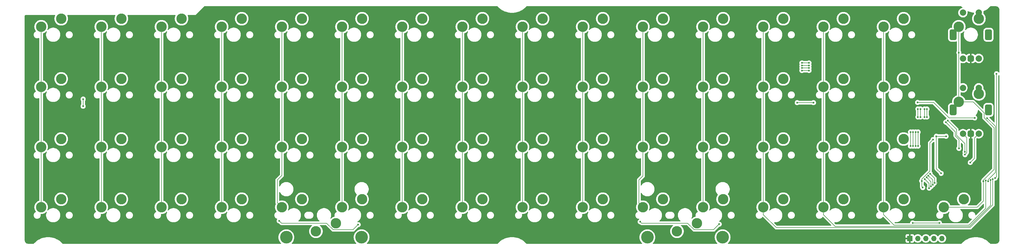
<source format=gtl>
G04 #@! TF.GenerationSoftware,KiCad,Pcbnew,8.0.2-1.fc39*
G04 #@! TF.CreationDate,2024-05-29T21:02:28-04:00*
G04 #@! TF.ProjectId,KeychronQ9OrthoIntegrated,4b657963-6872-46f6-9e51-394f7274686f,rev?*
G04 #@! TF.SameCoordinates,Original*
G04 #@! TF.FileFunction,Copper,L1,Top*
G04 #@! TF.FilePolarity,Positive*
%FSLAX46Y46*%
G04 Gerber Fmt 4.6, Leading zero omitted, Abs format (unit mm)*
G04 Created by KiCad (PCBNEW 8.0.2-1.fc39) date 2024-05-29 21:02:28*
%MOMM*%
%LPD*%
G01*
G04 APERTURE LIST*
G04 Aperture macros list*
%AMRoundRect*
0 Rectangle with rounded corners*
0 $1 Rounding radius*
0 $2 $3 $4 $5 $6 $7 $8 $9 X,Y pos of 4 corners*
0 Add a 4 corners polygon primitive as box body*
4,1,4,$2,$3,$4,$5,$6,$7,$8,$9,$2,$3,0*
0 Add four circle primitives for the rounded corners*
1,1,$1+$1,$2,$3*
1,1,$1+$1,$4,$5*
1,1,$1+$1,$6,$7*
1,1,$1+$1,$8,$9*
0 Add four rect primitives between the rounded corners*
20,1,$1+$1,$2,$3,$4,$5,0*
20,1,$1+$1,$4,$5,$6,$7,0*
20,1,$1+$1,$6,$7,$8,$9,0*
20,1,$1+$1,$8,$9,$2,$3,0*%
G04 Aperture macros list end*
G04 #@! TA.AperFunction,ComponentPad*
%ADD10C,2.000000*%
G04 #@! TD*
G04 #@! TA.AperFunction,ComponentPad*
%ADD11RoundRect,0.550000X0.550000X-1.150000X0.550000X1.150000X-0.550000X1.150000X-0.550000X-1.150000X0*%
G04 #@! TD*
G04 #@! TA.AperFunction,ComponentPad*
%ADD12RoundRect,0.500000X0.500000X-0.500000X0.500000X0.500000X-0.500000X0.500000X-0.500000X-0.500000X0*%
G04 #@! TD*
G04 #@! TA.AperFunction,ComponentPad*
%ADD13C,3.300000*%
G04 #@! TD*
G04 #@! TA.AperFunction,ComponentPad*
%ADD14C,4.000000*%
G04 #@! TD*
G04 #@! TA.AperFunction,ComponentPad*
%ADD15R,1.700000X1.700000*%
G04 #@! TD*
G04 #@! TA.AperFunction,ComponentPad*
%ADD16O,1.700000X1.700000*%
G04 #@! TD*
G04 #@! TA.AperFunction,ViaPad*
%ADD17C,0.600000*%
G04 #@! TD*
G04 #@! TA.AperFunction,Conductor*
%ADD18C,0.200000*%
G04 #@! TD*
G04 APERTURE END LIST*
D10*
G04 #@! TO.P,SW2,S2,S2*
G04 #@! TO.N,Col 16*
X313412501Y-42212500D03*
G04 #@! TO.P,SW2,S1,S1*
G04 #@! TO.N,Net-(D32-A)*
X318412499Y-42212500D03*
D11*
G04 #@! TO.P,SW2,MP*
G04 #@! TO.N,N/C*
X321512500Y-49212500D03*
X310312500Y-49212500D03*
D12*
G04 #@! TO.P,SW2,C,C*
G04 #@! TO.N,GND*
X315912500Y-56712500D03*
D10*
G04 #@! TO.P,SW2,B,B*
G04 #@! TO.N,ENC2B*
X318412500Y-56712500D03*
G04 #@! TO.P,SW2,A,A*
G04 #@! TO.N,ENC2A*
X313412500Y-56712500D03*
G04 #@! TD*
G04 #@! TO.P,SW1,S2,S2*
G04 #@! TO.N,Col 16*
X313412501Y-18400000D03*
G04 #@! TO.P,SW1,S1,S1*
G04 #@! TO.N,Net-(D16-A)*
X318412499Y-18400000D03*
D11*
G04 #@! TO.P,SW1,MP*
G04 #@! TO.N,N/C*
X321512500Y-25400000D03*
X310312500Y-25400000D03*
D12*
G04 #@! TO.P,SW1,C,C*
G04 #@! TO.N,GND*
X315912500Y-32900000D03*
D10*
G04 #@! TO.P,SW1,B,B*
G04 #@! TO.N,ENC1B*
X318412500Y-32900000D03*
G04 #@! TO.P,SW1,A,A*
G04 #@! TO.N,ENC1A*
X313412500Y-32900000D03*
G04 #@! TD*
D13*
G04 #@! TO.P,MX54,1,1*
G04 #@! TO.N,Col 6*
X116840000Y-80010000D03*
G04 #@! TO.P,MX54,2,2*
G04 #@! TO.N,Net-(D54-A)*
X123190000Y-77470000D03*
G04 #@! TD*
G04 #@! TO.P,MX9,1,1*
G04 #@! TO.N,Col 9*
X173990000Y-22860000D03*
G04 #@! TO.P,MX9,2,2*
G04 #@! TO.N,Net-(D9-A)*
X180340000Y-20320000D03*
G04 #@! TD*
G04 #@! TO.P,MX37,1,1*
G04 #@! TO.N,Col 5*
X97790000Y-60960000D03*
G04 #@! TO.P,MX37,2,2*
G04 #@! TO.N,Net-(D37-A)*
X104140000Y-58420000D03*
G04 #@! TD*
G04 #@! TO.P,MX20,1,1*
G04 #@! TO.N,Col 4*
X78740000Y-41910000D03*
G04 #@! TO.P,MX20,2,2*
G04 #@! TO.N,Net-(D20-A)*
X85090000Y-39370000D03*
G04 #@! TD*
G04 #@! TO.P,MX49,1,1*
G04 #@! TO.N,Col 2*
X40640000Y-80010000D03*
G04 #@! TO.P,MX49,2,2*
G04 #@! TO.N,Net-(D49-A)*
X46990000Y-77470000D03*
G04 #@! TD*
G04 #@! TO.P,MX36,1,1*
G04 #@! TO.N,Col 4*
X78740000Y-60960000D03*
G04 #@! TO.P,MX36,2,2*
G04 #@! TO.N,Net-(D36-A)*
X85090000Y-58420000D03*
G04 #@! TD*
G04 #@! TO.P,MX16,1,1*
G04 #@! TO.N,Col 16*
X312102500Y-22860000D03*
G04 #@! TO.P,MX16,2,2*
G04 #@! TO.N,Net-(D16-A)*
X318452500Y-20320000D03*
G04 #@! TD*
G04 #@! TO.P,MX5,1,1*
G04 #@! TO.N,Col 5*
X97790000Y-22860000D03*
G04 #@! TO.P,MX5,2,2*
G04 #@! TO.N,Net-(D5-A)*
X104140000Y-20320000D03*
G04 #@! TD*
G04 #@! TO.P,MX35,1,1*
G04 #@! TO.N,Col 3*
X59690000Y-60960000D03*
G04 #@! TO.P,MX35,2,2*
G04 #@! TO.N,Net-(D35-A)*
X66040000Y-58420000D03*
G04 #@! TD*
G04 #@! TO.P,MX59,1,1*
G04 #@! TO.N,Col 11*
X212090000Y-80010000D03*
G04 #@! TO.P,MX59,2,2*
G04 #@! TO.N,Net-(D59-A)*
X218440000Y-77470000D03*
G04 #@! TD*
G04 #@! TO.P,MX30,1,1*
G04 #@! TO.N,Col 14*
X269240000Y-41910000D03*
G04 #@! TO.P,MX30,2,2*
G04 #@! TO.N,Net-(D30-A)*
X275590000Y-39370000D03*
G04 #@! TD*
G04 #@! TO.P,MX44,1,1*
G04 #@! TO.N,Col 12*
X231140000Y-60960000D03*
G04 #@! TO.P,MX44,2,2*
G04 #@! TO.N,Net-(D44-A)*
X237490000Y-58420000D03*
G04 #@! TD*
G04 #@! TO.P,MX50,1,1*
G04 #@! TO.N,Col 3*
X59690000Y-80010000D03*
G04 #@! TO.P,MX50,2,2*
G04 #@! TO.N,Net-(D50-A)*
X66040000Y-77470000D03*
G04 #@! TD*
G04 #@! TO.P,MX56,1,1*
G04 #@! TO.N,Col 8*
X154940000Y-80010000D03*
G04 #@! TO.P,MX56,2,2*
G04 #@! TO.N,Net-(D56-A)*
X161290000Y-77470000D03*
G04 #@! TD*
G04 #@! TO.P,MX47,1,1*
G04 #@! TO.N,Col 15*
X288290000Y-60960000D03*
G04 #@! TO.P,MX47,2,2*
G04 #@! TO.N,Net-(D47-A)*
X294640000Y-58420000D03*
G04 #@! TD*
G04 #@! TO.P,MX42,1,1*
G04 #@! TO.N,Col 10*
X193040000Y-60960000D03*
G04 #@! TO.P,MX42,2,2*
G04 #@! TO.N,Net-(D42-A)*
X199390000Y-58420000D03*
G04 #@! TD*
G04 #@! TO.P,MX1,1,1*
G04 #@! TO.N,Col 1*
X21590000Y-22860000D03*
G04 #@! TO.P,MX1,2,2*
G04 #@! TO.N,Net-(D1-A)*
X27940000Y-20320000D03*
G04 #@! TD*
G04 #@! TO.P,MX65,1,1*
G04 #@! TO.N,Col 16*
X307340000Y-80010000D03*
G04 #@! TO.P,MX65,2,2*
G04 #@! TO.N,Net-(D65-A)*
X313690000Y-77470000D03*
G04 #@! TD*
G04 #@! TO.P,MX40,1,1*
G04 #@! TO.N,Col 8*
X154940000Y-60960000D03*
G04 #@! TO.P,MX40,2,2*
G04 #@! TO.N,Net-(D40-A)*
X161290000Y-58420000D03*
G04 #@! TD*
G04 #@! TO.P,MX28,1,1*
G04 #@! TO.N,Col 12*
X231140000Y-41910000D03*
G04 #@! TO.P,MX28,2,2*
G04 #@! TO.N,Net-(D28-A)*
X237490000Y-39370000D03*
G04 #@! TD*
G04 #@! TO.P,MX63,1,1*
G04 #@! TO.N,Col 14*
X269240000Y-80010000D03*
G04 #@! TO.P,MX63,2,2*
G04 #@! TO.N,Net-(D63-A)*
X275590000Y-77470000D03*
G04 #@! TD*
G04 #@! TO.P,MX19,1,1*
G04 #@! TO.N,Col 3*
X59690000Y-41910000D03*
G04 #@! TO.P,MX19,2,2*
G04 #@! TO.N,Net-(D19-A)*
X66040000Y-39370000D03*
G04 #@! TD*
G04 #@! TO.P,MX51,1,1*
G04 #@! TO.N,Col 4*
X78740000Y-80010000D03*
G04 #@! TO.P,MX51,2,2*
G04 #@! TO.N,Net-(D51-A)*
X85090000Y-77470000D03*
G04 #@! TD*
D14*
G04 #@! TO.P,S2,*
G04 #@! TO.N,*
X213518750Y-89535000D03*
X237331250Y-89535000D03*
G04 #@! TD*
D13*
G04 #@! TO.P,MX31,1,1*
G04 #@! TO.N,Col 15*
X288290000Y-41910000D03*
G04 #@! TO.P,MX31,2,2*
G04 #@! TO.N,Net-(D31-A)*
X294640000Y-39370000D03*
G04 #@! TD*
G04 #@! TO.P,MX10,1,1*
G04 #@! TO.N,Col 10*
X193040000Y-22860000D03*
G04 #@! TO.P,MX10,2,2*
G04 #@! TO.N,Net-(D10-A)*
X199390000Y-20320000D03*
G04 #@! TD*
G04 #@! TO.P,MX12,1,1*
G04 #@! TO.N,Col 12*
X231140000Y-22860000D03*
G04 #@! TO.P,MX12,2,2*
G04 #@! TO.N,Net-(D12-A)*
X237490000Y-20320000D03*
G04 #@! TD*
G04 #@! TO.P,MX23,1,1*
G04 #@! TO.N,Col 7*
X135890000Y-41910000D03*
G04 #@! TO.P,MX23,2,2*
G04 #@! TO.N,Net-(D23-A)*
X142240000Y-39370000D03*
G04 #@! TD*
G04 #@! TO.P,MX17,1,1*
G04 #@! TO.N,Col 1*
X21590000Y-41910000D03*
G04 #@! TO.P,MX17,2,2*
G04 #@! TO.N,Net-(D17-A)*
X27940000Y-39370000D03*
G04 #@! TD*
G04 #@! TO.P,MX24,1,1*
G04 #@! TO.N,Col 8*
X154940000Y-41910000D03*
G04 #@! TO.P,MX24,2,2*
G04 #@! TO.N,Net-(D24-A)*
X161290000Y-39370000D03*
G04 #@! TD*
G04 #@! TO.P,MX27,1,1*
G04 #@! TO.N,Col 11*
X212090000Y-41910000D03*
G04 #@! TO.P,MX27,2,2*
G04 #@! TO.N,Net-(D27-A)*
X218440000Y-39370000D03*
G04 #@! TD*
G04 #@! TO.P,MX26,1,1*
G04 #@! TO.N,Col 10*
X193040000Y-41910000D03*
G04 #@! TO.P,MX26,2,2*
G04 #@! TO.N,Net-(D26-A)*
X199390000Y-39370000D03*
G04 #@! TD*
G04 #@! TO.P,MX13,1,1*
G04 #@! TO.N,Col 13*
X250190000Y-22860000D03*
G04 #@! TO.P,MX13,2,2*
G04 #@! TO.N,Net-(D13-A)*
X256540000Y-20320000D03*
G04 #@! TD*
G04 #@! TO.P,MX53,1,1*
G04 #@! TO.N,Col 5*
X114935000Y-85090000D03*
G04 #@! TO.P,MX53,2,2*
G04 #@! TO.N,Net-(D52-A)*
X108585000Y-87630000D03*
G04 #@! TD*
G04 #@! TO.P,MX62,1,1*
G04 #@! TO.N,Col 13*
X250190000Y-80010000D03*
G04 #@! TO.P,MX62,2,2*
G04 #@! TO.N,Net-(D62-A)*
X256540000Y-77470000D03*
G04 #@! TD*
G04 #@! TO.P,MX4,1,1*
G04 #@! TO.N,Col 4*
X78740000Y-22860000D03*
G04 #@! TO.P,MX4,2,2*
G04 #@! TO.N,Net-(D4-A)*
X85090000Y-20320000D03*
G04 #@! TD*
G04 #@! TO.P,MX43,1,1*
G04 #@! TO.N,Col 11*
X212090000Y-60960000D03*
G04 #@! TO.P,MX43,2,2*
G04 #@! TO.N,Net-(D43-A)*
X218440000Y-58420000D03*
G04 #@! TD*
G04 #@! TO.P,MX52,1,1*
G04 #@! TO.N,Col 5*
X97790000Y-80010000D03*
G04 #@! TO.P,MX52,2,2*
G04 #@! TO.N,Net-(D52-A)*
X104140000Y-77470000D03*
G04 #@! TD*
G04 #@! TO.P,MX41,1,1*
G04 #@! TO.N,Col 9*
X173990000Y-60960000D03*
G04 #@! TO.P,MX41,2,2*
G04 #@! TO.N,Net-(D41-A)*
X180340000Y-58420000D03*
G04 #@! TD*
G04 #@! TO.P,MX15,1,1*
G04 #@! TO.N,Col 15*
X288290000Y-22860000D03*
G04 #@! TO.P,MX15,2,2*
G04 #@! TO.N,Net-(D15-A)*
X294640000Y-20320000D03*
G04 #@! TD*
G04 #@! TO.P,MX57,1,1*
G04 #@! TO.N,Col 9*
X173990000Y-80010000D03*
G04 #@! TO.P,MX57,2,2*
G04 #@! TO.N,Net-(D57-A)*
X180340000Y-77470000D03*
G04 #@! TD*
G04 #@! TO.P,MX38,1,1*
G04 #@! TO.N,Col 6*
X116840000Y-60960000D03*
G04 #@! TO.P,MX38,2,2*
G04 #@! TO.N,Net-(D38-A)*
X123190000Y-58420000D03*
G04 #@! TD*
G04 #@! TO.P,MX14,1,1*
G04 #@! TO.N,Col 14*
X269240000Y-22860000D03*
G04 #@! TO.P,MX14,2,2*
G04 #@! TO.N,Net-(D14-A)*
X275590000Y-20320000D03*
G04 #@! TD*
G04 #@! TO.P,MX11,1,1*
G04 #@! TO.N,Col 11*
X212090000Y-22860000D03*
G04 #@! TO.P,MX11,2,2*
G04 #@! TO.N,Net-(D11-A)*
X218440000Y-20320000D03*
G04 #@! TD*
G04 #@! TO.P,MX48,1,1*
G04 #@! TO.N,Col 1*
X21590000Y-80010000D03*
G04 #@! TO.P,MX48,2,2*
G04 #@! TO.N,Net-(D48-A)*
X27940000Y-77470000D03*
G04 #@! TD*
G04 #@! TO.P,MX21,1,1*
G04 #@! TO.N,Col 5*
X97790000Y-41910000D03*
G04 #@! TO.P,MX21,2,2*
G04 #@! TO.N,Net-(D21-A)*
X104140000Y-39370000D03*
G04 #@! TD*
G04 #@! TO.P,MX25,1,1*
G04 #@! TO.N,Col 9*
X173990000Y-41910000D03*
G04 #@! TO.P,MX25,2,2*
G04 #@! TO.N,Net-(D25-A)*
X180340000Y-39370000D03*
G04 #@! TD*
G04 #@! TO.P,MX32,1,1*
G04 #@! TO.N,Col 16*
X312102500Y-46672500D03*
G04 #@! TO.P,MX32,2,2*
G04 #@! TO.N,Net-(D32-A)*
X318452500Y-44132500D03*
G04 #@! TD*
G04 #@! TO.P,MX22,1,1*
G04 #@! TO.N,Col 6*
X116840000Y-41910000D03*
G04 #@! TO.P,MX22,2,2*
G04 #@! TO.N,Net-(D22-A)*
X123190000Y-39370000D03*
G04 #@! TD*
G04 #@! TO.P,MX46,1,1*
G04 #@! TO.N,Col 14*
X269240000Y-60960000D03*
G04 #@! TO.P,MX46,2,2*
G04 #@! TO.N,Net-(D46-A)*
X275590000Y-58420000D03*
G04 #@! TD*
G04 #@! TO.P,MX39,1,1*
G04 #@! TO.N,Col 7*
X135890000Y-60960000D03*
G04 #@! TO.P,MX39,2,2*
G04 #@! TO.N,Net-(D39-A)*
X142240000Y-58420000D03*
G04 #@! TD*
G04 #@! TO.P,MX29,1,1*
G04 #@! TO.N,Col 13*
X250190000Y-41910000D03*
G04 #@! TO.P,MX29,2,2*
G04 #@! TO.N,Net-(D29-A)*
X256540000Y-39370000D03*
G04 #@! TD*
G04 #@! TO.P,MX61,1,1*
G04 #@! TO.N,Col 12*
X231140000Y-80010000D03*
G04 #@! TO.P,MX61,2,2*
G04 #@! TO.N,Net-(D61-A)*
X237490000Y-77470000D03*
G04 #@! TD*
G04 #@! TO.P,MX33,1,1*
G04 #@! TO.N,Col 1*
X21590000Y-60960000D03*
G04 #@! TO.P,MX33,2,2*
G04 #@! TO.N,Net-(D33-A)*
X27940000Y-58420000D03*
G04 #@! TD*
G04 #@! TO.P,MX34,1,1*
G04 #@! TO.N,Col 2*
X40640000Y-60960000D03*
G04 #@! TO.P,MX34,2,2*
G04 #@! TO.N,Net-(D34-A)*
X46990000Y-58420000D03*
G04 #@! TD*
D14*
G04 #@! TO.P,S1,*
G04 #@! TO.N,*
X99218750Y-89535000D03*
X123031250Y-89535000D03*
G04 #@! TD*
D15*
G04 #@! TO.P,J3,1,Pin_1*
G04 #@! TO.N,GND*
X296584432Y-89892112D03*
D16*
G04 #@! TO.P,J3,2,Pin_2*
G04 #@! TO.N,+3V3*
X299124432Y-89892112D03*
G04 #@! TO.P,J3,3,Pin_3*
G04 #@! TO.N,RESET*
X301664431Y-89892112D03*
G04 #@! TO.P,J3,4,Pin_4*
G04 #@! TO.N,SWD*
X304204432Y-89892112D03*
G04 #@! TO.P,J3,5,Pin_5*
G04 #@! TO.N,SWC*
X306744432Y-89892112D03*
G04 #@! TD*
D13*
G04 #@! TO.P,MX45,1,1*
G04 #@! TO.N,Col 13*
X250190000Y-60960000D03*
G04 #@! TO.P,MX45,2,2*
G04 #@! TO.N,Net-(D45-A)*
X256540000Y-58420000D03*
G04 #@! TD*
G04 #@! TO.P,MX64,1,1*
G04 #@! TO.N,Col 15*
X288290000Y-80010000D03*
G04 #@! TO.P,MX64,2,2*
G04 #@! TO.N,Net-(D64-A)*
X294640000Y-77470000D03*
G04 #@! TD*
G04 #@! TO.P,MX18,1,1*
G04 #@! TO.N,Col 2*
X40640000Y-41910000D03*
G04 #@! TO.P,MX18,2,2*
G04 #@! TO.N,Net-(D18-A)*
X46990000Y-39370000D03*
G04 #@! TD*
G04 #@! TO.P,MX55,1,1*
G04 #@! TO.N,Col 7*
X135890000Y-80010000D03*
G04 #@! TO.P,MX55,2,2*
G04 #@! TO.N,Net-(D55-A)*
X142240000Y-77470000D03*
G04 #@! TD*
G04 #@! TO.P,MX60,1,1*
G04 #@! TO.N,Col 11*
X229235000Y-85090000D03*
G04 #@! TO.P,MX60,2,2*
G04 #@! TO.N,Net-(D59-A)*
X222885000Y-87630000D03*
G04 #@! TD*
G04 #@! TO.P,MX2,1,1*
G04 #@! TO.N,Col 2*
X40640000Y-22860000D03*
G04 #@! TO.P,MX2,2,2*
G04 #@! TO.N,Net-(D2-A)*
X46990000Y-20320000D03*
G04 #@! TD*
G04 #@! TO.P,MX58,1,1*
G04 #@! TO.N,Col 10*
X193040000Y-80010000D03*
G04 #@! TO.P,MX58,2,2*
G04 #@! TO.N,Net-(D58-A)*
X199390000Y-77470000D03*
G04 #@! TD*
G04 #@! TO.P,MX6,1,1*
G04 #@! TO.N,Col 6*
X116840000Y-22860000D03*
G04 #@! TO.P,MX6,2,2*
G04 #@! TO.N,Net-(D6-A)*
X123190000Y-20320000D03*
G04 #@! TD*
G04 #@! TO.P,MX8,1,1*
G04 #@! TO.N,Col 8*
X154940000Y-22860000D03*
G04 #@! TO.P,MX8,2,2*
G04 #@! TO.N,Net-(D8-A)*
X161290000Y-20320000D03*
G04 #@! TD*
G04 #@! TO.P,MX7,1,1*
G04 #@! TO.N,Col 7*
X135890000Y-22860000D03*
G04 #@! TO.P,MX7,2,2*
G04 #@! TO.N,Net-(D7-A)*
X142240000Y-20320000D03*
G04 #@! TD*
G04 #@! TO.P,MX3,1,1*
G04 #@! TO.N,Col 3*
X59690000Y-22860000D03*
G04 #@! TO.P,MX3,2,2*
G04 #@! TO.N,Net-(D3-A)*
X66040000Y-20320000D03*
G04 #@! TD*
D17*
G04 #@! TO.N,GND*
X315273564Y-44294884D03*
X304557948Y-49503864D03*
G04 #@! TO.N,ENC1A*
X308622795Y-52598145D03*
X314065084Y-62504820D03*
G04 #@! TO.N,ENC2B*
X315729099Y-65865893D03*
G04 #@! TO.N,ENC2A*
X314069772Y-63358036D03*
G04 #@! TO.N,+1V1*
X308086971Y-57538288D03*
G04 #@! TO.N,GND*
X308278648Y-76254604D03*
X314827080Y-72274548D03*
X313338804Y-26981197D03*
X315323179Y-21424947D03*
X297860688Y-42360120D03*
X216898256Y-86413208D03*
X321821996Y-46676132D03*
X304260292Y-33430440D03*
X302772012Y-43253088D03*
X300093108Y-65726116D03*
X37411688Y-64237836D03*
X37411688Y-45039024D03*
X36965204Y-35960516D03*
X53931596Y-20482404D03*
X18064048Y-20482404D03*
X149330344Y-56647608D03*
X130131532Y-56647608D03*
X111230376Y-56647608D03*
X225381452Y-37895280D03*
X187132656Y-37597624D03*
X206331468Y-37746452D03*
X282531404Y-33132784D03*
X282531404Y-39830044D03*
X322070054Y-28568697D03*
X92031564Y-18547640D03*
X158855336Y-34918720D03*
X187430312Y-56945264D03*
X140103008Y-73018688D03*
X111081548Y-90282736D03*
X91882736Y-73018688D03*
X72981580Y-73018688D03*
X53931596Y-73018688D03*
X44654429Y-53968697D03*
X34881612Y-73018688D03*
X23124200Y-73018688D03*
X23273028Y-53968697D03*
X308734508Y-64991352D03*
X284559136Y-47767492D03*
X302176700Y-57466162D03*
X307832164Y-54861672D03*
X43811292Y-34472236D03*
X308734508Y-62591352D03*
X307534508Y-63791352D03*
X310213412Y-71839521D03*
X304557948Y-55010500D03*
X292056396Y-70786268D03*
X282922028Y-47767492D03*
X308799546Y-70425655D03*
X306334508Y-64991352D03*
X306334508Y-62591352D03*
X315808328Y-60539705D03*
X318279888Y-68256192D03*
X280540780Y-47767492D03*
X305450916Y-71541865D03*
X299818901Y-61717066D03*
G04 #@! TO.N,+3V3*
X300688420Y-73780214D03*
X300376304Y-71683532D03*
X303962636Y-58582372D03*
G04 #@! TO.N,+1V1*
X306505538Y-69285162D03*
X305004432Y-57540576D03*
G04 #@! TO.N,Row 1*
X324054416Y-37746452D03*
X323607932Y-70786268D03*
G04 #@! TO.N,Row 2*
X266110679Y-46893750D03*
X321077856Y-51806250D03*
X260951304Y-46893750D03*
X317148552Y-51736284D03*
X299051304Y-46824947D03*
X321375512Y-71828064D03*
G04 #@! TO.N,Row 3*
X34881612Y-48015584D03*
X34881612Y-45783164D03*
G04 #@! TO.N,Row 4*
X121945992Y-85520240D03*
X297483026Y-84993750D03*
X96942888Y-84329616D03*
X236245896Y-85371412D03*
X211242792Y-84627272D03*
X305977406Y-84993750D03*
G04 #@! TO.N,Col 1*
X304487259Y-72274548D03*
X303032639Y-69438707D03*
G04 #@! TO.N,Col 2*
X302466952Y-70004394D03*
X303906923Y-72869860D03*
G04 #@! TO.N,Col 3*
X303306923Y-73419209D03*
X301901265Y-70570082D03*
G04 #@! TO.N,Col 4*
X302720840Y-73963733D03*
X301335577Y-71135769D03*
G04 #@! TO.N,Col 5*
X299218901Y-60665964D03*
X299218901Y-56201124D03*
G04 #@! TO.N,Col 6*
X298418898Y-56201124D03*
X298418898Y-60665964D03*
G04 #@! TO.N,Col 7*
X297618895Y-56201124D03*
X297618895Y-60665964D03*
G04 #@! TO.N,Col 8*
X296818892Y-56201124D03*
X296818892Y-60665964D03*
G04 #@! TO.N,Col 9*
X302027872Y-51438628D03*
X264672044Y-34323091D03*
X262439624Y-34323091D03*
X302027872Y-48908552D03*
G04 #@! TO.N,Col 10*
X264672044Y-35123094D03*
X301227916Y-48899882D03*
X262439624Y-35123094D03*
X301227869Y-51438628D03*
G04 #@! TO.N,Col 11*
X264672044Y-35923097D03*
X262439624Y-35923097D03*
X299944280Y-48908552D03*
X299944280Y-51438628D03*
G04 #@! TO.N,Col 12*
X299144277Y-48908552D03*
X299144277Y-51438628D03*
X264672044Y-36723100D03*
X262439624Y-36723100D03*
G04 #@! TO.N,Col 13*
X322863792Y-71083924D03*
G04 #@! TO.N,Col 14*
X322119652Y-71381580D03*
G04 #@! TO.N,Col 15*
X320631621Y-71530310D03*
G04 #@! TO.N,Col 16*
X312102500Y-31049192D03*
X319887232Y-71823376D03*
G04 #@! TO.N,ENC1B*
X312148176Y-61391352D03*
X307980992Y-53075736D03*
G04 #@! TD*
D18*
G04 #@! TO.N,+1V1*
X306505538Y-69285162D02*
X305004432Y-67784056D01*
X305004432Y-67784056D02*
X305004432Y-57540576D01*
G04 #@! TO.N,Row 2*
X317148552Y-51736284D02*
X309022788Y-51736284D01*
X304111451Y-46824947D02*
X299051304Y-46824947D01*
X309022788Y-51736284D02*
X304111451Y-46824947D01*
G04 #@! TO.N,ENC1A*
X308622795Y-52598145D02*
X311404036Y-55379386D01*
X311404036Y-55379386D02*
X311404036Y-57242920D01*
X311404036Y-57242920D02*
X314065084Y-59903968D01*
X314065084Y-59903968D02*
X314065084Y-62504820D01*
G04 #@! TO.N,ENC1B*
X307980992Y-53075736D02*
X311004036Y-56098780D01*
X311004036Y-56098780D02*
X311004036Y-57408606D01*
X311004036Y-57408606D02*
X312148176Y-58552746D01*
X312148176Y-58552746D02*
X312148176Y-61391352D01*
G04 #@! TO.N,ENC2A*
X314069772Y-63358036D02*
X314665084Y-62762724D01*
X314665084Y-62762724D02*
X314665084Y-57965084D01*
X314665084Y-57965084D02*
X313412500Y-56712500D01*
G04 #@! TO.N,ENC2B*
X315729099Y-65865893D02*
X317059500Y-64535492D01*
X317059500Y-64535492D02*
X317059500Y-58065500D01*
X317059500Y-58065500D02*
X318412500Y-56712500D01*
G04 #@! TO.N,Row 1*
X324054416Y-37746452D02*
X324054416Y-70339784D01*
X324054416Y-70339784D02*
X323607932Y-70786268D01*
G04 #@! TO.N,Col 16*
X319887232Y-71823376D02*
X319887232Y-71426170D01*
X319887232Y-71426170D02*
X323254416Y-68058986D01*
X323254416Y-68058986D02*
X323254416Y-54831339D01*
X323254416Y-54831339D02*
X320112500Y-51689423D01*
X320112500Y-51689423D02*
X320112500Y-50097725D01*
X320112500Y-50097725D02*
X316687275Y-46672500D01*
X316687275Y-46672500D02*
X312102500Y-46672500D01*
G04 #@! TO.N,Row 2*
X321375512Y-71828064D02*
X321375512Y-71277191D01*
X321375512Y-71277191D02*
X323654416Y-68998287D01*
X323654416Y-68998287D02*
X323654416Y-54382810D01*
X323654416Y-54382810D02*
X321077856Y-51806250D01*
G04 #@! TO.N,+3V3*
X303962636Y-58582372D02*
X302920840Y-59624168D01*
X302920840Y-59624168D02*
X302920840Y-68553848D01*
X302920840Y-68553848D02*
X300376304Y-71098384D01*
X300376304Y-71098384D02*
X300376304Y-71683532D01*
G04 #@! TO.N,+1V1*
X305004432Y-57540576D02*
X308084683Y-57540576D01*
X308084683Y-57540576D02*
X308086971Y-57538288D01*
G04 #@! TO.N,+3V3*
X300688420Y-73780214D02*
X300376304Y-73468098D01*
X300376304Y-73468098D02*
X300376304Y-71683532D01*
G04 #@! TO.N,GND*
X310808724Y-74209312D02*
X310808724Y-72434833D01*
X308763432Y-76254604D02*
X310808724Y-74209312D01*
X305153260Y-71839521D02*
X305450916Y-71541865D01*
X305153260Y-75113737D02*
X305153260Y-71839521D01*
X310808724Y-72434833D02*
X310213412Y-71839521D01*
X308278648Y-76254604D02*
X306294127Y-76254604D01*
X306294127Y-76254604D02*
X305153260Y-75113737D01*
X308278648Y-76254604D02*
X308763432Y-76254604D01*
X305450916Y-71541865D02*
X306567126Y-70425655D01*
X306567126Y-70425655D02*
X308799546Y-70425655D01*
X308799546Y-70425655D02*
X310213412Y-71839521D01*
G04 #@! TO.N,Col 13*
X322863792Y-71083924D02*
X322863792Y-79269464D01*
X322863792Y-79269464D02*
X315664188Y-86469068D01*
X315664188Y-86469068D02*
X254309944Y-86469068D01*
X254309944Y-86469068D02*
X250190000Y-82349124D01*
X250190000Y-82349124D02*
X250190000Y-80010000D01*
G04 #@! TO.N,Col 14*
X269240000Y-82349140D02*
X269240000Y-80010000D01*
X272959928Y-86069068D02*
X269240000Y-82349140D01*
X315468876Y-86069068D02*
X272959928Y-86069068D01*
X322119652Y-71381580D02*
X322119652Y-79418292D01*
X322119652Y-79418292D02*
X315468876Y-86069068D01*
G04 #@! TO.N,Col 15*
X315273564Y-85669068D02*
X291615616Y-85669068D01*
X320631621Y-71530310D02*
X320631372Y-71530559D01*
X320631372Y-80311260D02*
X315273564Y-85669068D01*
X320631372Y-71530559D02*
X320631372Y-80311260D01*
X288290000Y-82343452D02*
X288290000Y-80010000D01*
X291615616Y-85669068D02*
X288290000Y-82343452D01*
G04 #@! TO.N,Col 16*
X317956072Y-80010000D02*
X307340000Y-80010000D01*
X319887232Y-78078840D02*
X317956072Y-80010000D01*
X319887232Y-71823376D02*
X319887232Y-78078840D01*
G04 #@! TO.N,Col 1*
X304487259Y-72274548D02*
X304487259Y-70893327D01*
X304487259Y-70893327D02*
X303032639Y-69438707D01*
G04 #@! TO.N,Col 12*
X262440488Y-36722236D02*
X262441352Y-36723100D01*
X262441352Y-36723100D02*
X264672044Y-36723100D01*
G04 #@! TO.N,GND*
X284559136Y-47767492D02*
X282922028Y-47767492D01*
X282922028Y-47767492D02*
X280540780Y-47767492D01*
G04 #@! TO.N,Row 2*
X266110679Y-46893750D02*
X260951304Y-46893750D01*
G04 #@! TO.N,Row 3*
X34881612Y-45783164D02*
X34881612Y-48015584D01*
G04 #@! TO.N,Row 4*
X234459960Y-87157348D02*
X228358012Y-87157348D01*
X228358012Y-87157348D02*
X226274420Y-85073756D01*
X297483026Y-84993750D02*
X305977406Y-84993750D01*
X236245896Y-85371412D02*
X234459960Y-87157348D01*
X97687028Y-85073756D02*
X96942888Y-84329616D01*
X111974516Y-85073756D02*
X97687028Y-85073756D01*
X211689276Y-85073756D02*
X211242792Y-84627272D01*
X121945992Y-85520240D02*
X120308884Y-87157348D01*
X114058108Y-87157348D02*
X111974516Y-85073756D01*
X226274420Y-85073756D02*
X211689276Y-85073756D01*
X120308884Y-87157348D02*
X114058108Y-87157348D01*
G04 #@! TO.N,Col 1*
X21590000Y-22860000D02*
X21590000Y-80010000D01*
G04 #@! TO.N,Col 2*
X40640000Y-22860000D02*
X40640000Y-80010000D01*
G04 #@! TO.N,Col 3*
X59690000Y-22860000D02*
X59690000Y-80010000D01*
G04 #@! TO.N,Col 4*
X78740000Y-22860000D02*
X78740000Y-80010000D01*
G04 #@! TO.N,Col 5*
X299218901Y-56201124D02*
X299218901Y-60665964D01*
X96347576Y-78567576D02*
X97790000Y-80010000D01*
X97790000Y-69939156D02*
X96347576Y-71381580D01*
X96347576Y-71381580D02*
X96347576Y-78567576D01*
X97790000Y-22860000D02*
X97790000Y-69939156D01*
G04 #@! TO.N,Col 6*
X298418898Y-56201124D02*
X298418898Y-60665964D01*
X116840000Y-22860000D02*
X116840000Y-80010000D01*
G04 #@! TO.N,Col 7*
X135890000Y-22860000D02*
X135890000Y-80010000D01*
X297618895Y-56201124D02*
X297618895Y-60665964D01*
G04 #@! TO.N,Col 8*
X296818892Y-56201124D02*
X296818892Y-60665964D01*
X154940000Y-22860000D02*
X154940000Y-80010000D01*
G04 #@! TO.N,Col 9*
X302027872Y-48908552D02*
X302027872Y-51438628D01*
X264672044Y-34323091D02*
X262440258Y-34323091D01*
X262440258Y-34323091D02*
X262439941Y-34323408D01*
X173990000Y-22860000D02*
X173990000Y-80010000D01*
G04 #@! TO.N,Col 10*
X301227869Y-50043313D02*
X301227869Y-51438628D01*
X301227916Y-48899882D02*
X301227916Y-50043266D01*
X193040000Y-22860000D02*
X193040000Y-80010000D01*
X262440258Y-35123094D02*
X262439941Y-35123411D01*
X264672044Y-35123094D02*
X262440258Y-35123094D01*
X301227916Y-50043266D02*
X301227869Y-50043313D01*
G04 #@! TO.N,Col 11*
X210796308Y-71381580D02*
X210796308Y-78716308D01*
X212090000Y-70087888D02*
X210796308Y-71381580D01*
X299944280Y-48908552D02*
X299944280Y-51438628D01*
X210796308Y-78716308D02*
X212090000Y-80010000D01*
X264672044Y-35923097D02*
X262439624Y-35923097D01*
X212090000Y-22860000D02*
X212090000Y-70087888D01*
G04 #@! TO.N,Col 12*
X299144277Y-48908552D02*
X299144277Y-51438628D01*
X231140000Y-22860000D02*
X231140000Y-80010000D01*
G04 #@! TO.N,Col 13*
X250190000Y-22860000D02*
X250190000Y-80010000D01*
G04 #@! TO.N,Col 14*
X269240000Y-22860000D02*
X269240000Y-80010000D01*
G04 #@! TO.N,Col 15*
X288290000Y-22860000D02*
X288290000Y-80010000D01*
G04 #@! TO.N,Col 16*
X312102500Y-31049192D02*
X312102500Y-46672500D01*
X312102500Y-22860000D02*
X312102500Y-31049192D01*
G04 #@! TO.N,Col 2*
X303906923Y-72869860D02*
X303876920Y-72839857D01*
X303876920Y-72839857D02*
X303876920Y-71414362D01*
X303876920Y-71414362D02*
X302466952Y-70004394D01*
G04 #@! TO.N,Col 3*
X303306923Y-73419209D02*
X303306923Y-71975740D01*
X303306923Y-71975740D02*
X301901265Y-70570082D01*
G04 #@! TO.N,Col 4*
X302720840Y-73963733D02*
X302706923Y-73949816D01*
X302706923Y-73949816D02*
X302706923Y-72507115D01*
X302706923Y-72507115D02*
X301335577Y-71135769D01*
G04 #@! TD*
G04 #@! TA.AperFunction,Conductor*
G04 #@! TO.N,GND*
G36*
X166067603Y-16395185D02*
G01*
X166090211Y-16413830D01*
X166155735Y-16482399D01*
X166379696Y-16716770D01*
X166379710Y-16716783D01*
X166629043Y-16940429D01*
X166731708Y-17032517D01*
X166731715Y-17032522D01*
X166731723Y-17032529D01*
X167106946Y-17320257D01*
X167106955Y-17320264D01*
X167344903Y-17475215D01*
X167503207Y-17578302D01*
X167918130Y-17805113D01*
X168349263Y-17999350D01*
X168794054Y-18159865D01*
X169249870Y-18285705D01*
X169714012Y-18376128D01*
X170183732Y-18430596D01*
X170508588Y-18443103D01*
X170656245Y-18448788D01*
X170656250Y-18448788D01*
X170656255Y-18448788D01*
X170795225Y-18443437D01*
X171128768Y-18430596D01*
X171598488Y-18376128D01*
X172062630Y-18285705D01*
X172518446Y-18159865D01*
X172963237Y-17999350D01*
X173394370Y-17805113D01*
X173809293Y-17578302D01*
X174205549Y-17320261D01*
X174580792Y-17032517D01*
X174932800Y-16716773D01*
X175222287Y-16413831D01*
X175282834Y-16378963D01*
X175311936Y-16375500D01*
X312844314Y-16375500D01*
X312911353Y-16395185D01*
X312933957Y-16413826D01*
X313221062Y-16714274D01*
X313253145Y-16776342D01*
X313246580Y-16845902D01*
X313203449Y-16900871D01*
X313151822Y-16922251D01*
X313042883Y-16940429D01*
X312807698Y-17021169D01*
X312807689Y-17021172D01*
X312588994Y-17139524D01*
X312392758Y-17292261D01*
X312224334Y-17475217D01*
X312088327Y-17683393D01*
X311988437Y-17911118D01*
X311927393Y-18152175D01*
X311927391Y-18152187D01*
X311906858Y-18399994D01*
X311906858Y-18400005D01*
X311927391Y-18647812D01*
X311927393Y-18647824D01*
X311988437Y-18888881D01*
X312088327Y-19116606D01*
X312224334Y-19324782D01*
X312242948Y-19345002D01*
X312392757Y-19507738D01*
X312588992Y-19660474D01*
X312588994Y-19660475D01*
X312733060Y-19738440D01*
X312807691Y-19778828D01*
X313042887Y-19859571D01*
X313288166Y-19900500D01*
X313536836Y-19900500D01*
X313782115Y-19859571D01*
X314017311Y-19778828D01*
X314236010Y-19660474D01*
X314432245Y-19507738D01*
X314600665Y-19324785D01*
X314736674Y-19116607D01*
X314836564Y-18888881D01*
X314897609Y-18647821D01*
X314897610Y-18647812D01*
X314918144Y-18400005D01*
X314918144Y-18399994D01*
X314897610Y-18152187D01*
X314897609Y-18152183D01*
X314897609Y-18152179D01*
X314879114Y-18079143D01*
X314878939Y-18078451D01*
X314881563Y-18008630D01*
X314921519Y-17951313D01*
X314986120Y-17924696D01*
X315050078Y-17934953D01*
X315193013Y-17999350D01*
X315637804Y-18159865D01*
X316093620Y-18285705D01*
X316557762Y-18376128D01*
X316807341Y-18405068D01*
X316871666Y-18432344D01*
X316911034Y-18490067D01*
X316916633Y-18518003D01*
X316927390Y-18647817D01*
X316941555Y-18703754D01*
X316938929Y-18773575D01*
X316911973Y-18818830D01*
X316780432Y-18959676D01*
X316610782Y-19200016D01*
X316610778Y-19200022D01*
X316475427Y-19461237D01*
X316376909Y-19738440D01*
X316376904Y-19738456D01*
X316317052Y-20026486D01*
X316317051Y-20026488D01*
X316296975Y-20320000D01*
X316317051Y-20613511D01*
X316317052Y-20613513D01*
X316376904Y-20901543D01*
X316376909Y-20901559D01*
X316475427Y-21178762D01*
X316610778Y-21439977D01*
X316610782Y-21439983D01*
X316780432Y-21680323D01*
X316981243Y-21895338D01*
X317108884Y-21999181D01*
X317209451Y-22080999D01*
X317209453Y-22081000D01*
X317209454Y-22081001D01*
X317460819Y-22233860D01*
X317460824Y-22233862D01*
X317730654Y-22351065D01*
X317730659Y-22351067D01*
X318013945Y-22430440D01*
X318270181Y-22465659D01*
X318305401Y-22470500D01*
X318305402Y-22470500D01*
X318599599Y-22470500D01*
X318631020Y-22466180D01*
X318891055Y-22430440D01*
X319174341Y-22351067D01*
X319444182Y-22233859D01*
X319695549Y-22080999D01*
X319923760Y-21895335D01*
X320124565Y-21680326D01*
X320294222Y-21439976D01*
X320429572Y-21178764D01*
X320528092Y-20901554D01*
X320528092Y-20901549D01*
X320528095Y-20901543D01*
X320568001Y-20709500D01*
X320587948Y-20613511D01*
X320608025Y-20320000D01*
X320587948Y-20026489D01*
X320553262Y-19859570D01*
X320528095Y-19738456D01*
X320528090Y-19738440D01*
X320447880Y-19512751D01*
X320429572Y-19461236D01*
X320294222Y-19200024D01*
X320294221Y-19200022D01*
X320294217Y-19200016D01*
X320124567Y-18959676D01*
X319929615Y-18750934D01*
X319898243Y-18688503D01*
X319897984Y-18652998D01*
X319897184Y-18652932D01*
X319918142Y-18400005D01*
X319918142Y-18399994D01*
X319897608Y-18152187D01*
X319897607Y-18152183D01*
X319897607Y-18152179D01*
X319879112Y-18079143D01*
X319881736Y-18009323D01*
X319921692Y-17952005D01*
X319948379Y-17935648D01*
X320238120Y-17805113D01*
X320653043Y-17578302D01*
X321049299Y-17320261D01*
X321424542Y-17032517D01*
X321776550Y-16716773D01*
X322066037Y-16413831D01*
X322126584Y-16378963D01*
X322155686Y-16375500D01*
X323784108Y-16375500D01*
X323844588Y-16375500D01*
X323855394Y-16375971D01*
X324027946Y-16391068D01*
X324049231Y-16394821D01*
X324106454Y-16410153D01*
X324211302Y-16438247D01*
X324231603Y-16445636D01*
X324359620Y-16505331D01*
X324383665Y-16516544D01*
X324402384Y-16527351D01*
X324539827Y-16623590D01*
X324556384Y-16637484D01*
X324675015Y-16756115D01*
X324688909Y-16772672D01*
X324785148Y-16910115D01*
X324795955Y-16928834D01*
X324866860Y-17080889D01*
X324874253Y-17101201D01*
X324917678Y-17263268D01*
X324921431Y-17284553D01*
X324936528Y-17457104D01*
X324937000Y-17467912D01*
X324937000Y-37216054D01*
X324917315Y-37283093D01*
X324864511Y-37328848D01*
X324795353Y-37338792D01*
X324731797Y-37309767D01*
X324708007Y-37282027D01*
X324684233Y-37244191D01*
X324556678Y-37116636D01*
X324403939Y-37020663D01*
X324233670Y-36961083D01*
X324233665Y-36961082D01*
X324054420Y-36940887D01*
X324054412Y-36940887D01*
X323875166Y-36961082D01*
X323875161Y-36961083D01*
X323704892Y-37020663D01*
X323552153Y-37116636D01*
X323424600Y-37244189D01*
X323328627Y-37396928D01*
X323269047Y-37567197D01*
X323269046Y-37567202D01*
X323248851Y-37746448D01*
X323248851Y-37746455D01*
X323269046Y-37925701D01*
X323269047Y-37925706D01*
X323328627Y-38095975D01*
X323371739Y-38164586D01*
X323400825Y-38210877D01*
X323424601Y-38248715D01*
X323426861Y-38251549D01*
X323427750Y-38253727D01*
X323428305Y-38254610D01*
X323428150Y-38254707D01*
X323453271Y-38316235D01*
X323453916Y-38328864D01*
X323453916Y-53033713D01*
X323434231Y-53100752D01*
X323381427Y-53146507D01*
X323312269Y-53156451D01*
X323248713Y-53127426D01*
X323242235Y-53121394D01*
X321908556Y-51787715D01*
X321875071Y-51726392D01*
X321873019Y-51713936D01*
X321863224Y-51626995D01*
X321846064Y-51577954D01*
X321842503Y-51508175D01*
X321877232Y-51447548D01*
X321939225Y-51415321D01*
X321963106Y-51413000D01*
X322114105Y-51413000D01*
X322114108Y-51413000D01*
X322268434Y-51397800D01*
X322466454Y-51337732D01*
X322648950Y-51240185D01*
X322808910Y-51108910D01*
X322940185Y-50948950D01*
X323037732Y-50766454D01*
X323097800Y-50568434D01*
X323113000Y-50414108D01*
X323113000Y-48010892D01*
X323097800Y-47856566D01*
X323037732Y-47658546D01*
X322940185Y-47476050D01*
X322830457Y-47342345D01*
X322808910Y-47316089D01*
X322648952Y-47184817D01*
X322648953Y-47184817D01*
X322648950Y-47184815D01*
X322466454Y-47087268D01*
X322268434Y-47027200D01*
X322268432Y-47027199D01*
X322268434Y-47027199D01*
X322149305Y-47015466D01*
X322114108Y-47012000D01*
X320910892Y-47012000D01*
X320872798Y-47015751D01*
X320756567Y-47027199D01*
X320558543Y-47087269D01*
X320448398Y-47146143D01*
X320376050Y-47184815D01*
X320376048Y-47184816D01*
X320376047Y-47184817D01*
X320216089Y-47316089D01*
X320084817Y-47476047D01*
X320084815Y-47476050D01*
X320059417Y-47523566D01*
X319987269Y-47658543D01*
X319927199Y-47856567D01*
X319912000Y-48010895D01*
X319912000Y-48748627D01*
X319892315Y-48815666D01*
X319839511Y-48861421D01*
X319770353Y-48871365D01*
X319706797Y-48842340D01*
X319700319Y-48836308D01*
X317174865Y-46310855D01*
X317174863Y-46310852D01*
X317055992Y-46191981D01*
X317055991Y-46191980D01*
X316953290Y-46132686D01*
X316919060Y-46112923D01*
X316766332Y-46071999D01*
X316608218Y-46071999D01*
X316600622Y-46071999D01*
X316600606Y-46072000D01*
X314258888Y-46072000D01*
X314191849Y-46052315D01*
X314146094Y-45999511D01*
X314142048Y-45989525D01*
X314079577Y-45813748D01*
X314079574Y-45813742D01*
X314079572Y-45813736D01*
X313944222Y-45552524D01*
X313944221Y-45552522D01*
X313944217Y-45552516D01*
X313774567Y-45312176D01*
X313654124Y-45183214D01*
X313573760Y-45097165D01*
X313573758Y-45097164D01*
X313573756Y-45097161D01*
X313345545Y-44911498D01*
X313094180Y-44758639D01*
X312824342Y-44641433D01*
X312824337Y-44641431D01*
X312793544Y-44632803D01*
X312734302Y-44595761D01*
X312704490Y-44532570D01*
X312703000Y-44513402D01*
X312703000Y-44132500D01*
X316296975Y-44132500D01*
X316317051Y-44426011D01*
X316317052Y-44426013D01*
X316376904Y-44714043D01*
X316376909Y-44714059D01*
X316475427Y-44991262D01*
X316610778Y-45252477D01*
X316610782Y-45252483D01*
X316780432Y-45492823D01*
X316981243Y-45707838D01*
X317073831Y-45783164D01*
X317209451Y-45893499D01*
X317209453Y-45893500D01*
X317209454Y-45893501D01*
X317460819Y-46046360D01*
X317460824Y-46046362D01*
X317730654Y-46163565D01*
X317730659Y-46163567D01*
X318013945Y-46242940D01*
X318236758Y-46273565D01*
X318305401Y-46283000D01*
X318305402Y-46283000D01*
X318599599Y-46283000D01*
X318631020Y-46278680D01*
X318891055Y-46242940D01*
X319174341Y-46163567D01*
X319444182Y-46046359D01*
X319695549Y-45893499D01*
X319923760Y-45707835D01*
X320124565Y-45492826D01*
X320294222Y-45252476D01*
X320429572Y-44991264D01*
X320528092Y-44714054D01*
X320528092Y-44714049D01*
X320528095Y-44714043D01*
X320569788Y-44513402D01*
X320587948Y-44426011D01*
X320608025Y-44132500D01*
X320587948Y-43838989D01*
X320564679Y-43727013D01*
X320528095Y-43550956D01*
X320528090Y-43550940D01*
X320476919Y-43406958D01*
X320429572Y-43273736D01*
X320294222Y-43012524D01*
X320294221Y-43012522D01*
X320294217Y-43012516D01*
X320124567Y-42772176D01*
X319929615Y-42563434D01*
X319898243Y-42501003D01*
X319897984Y-42465498D01*
X319897184Y-42465432D01*
X319918142Y-42212505D01*
X319918142Y-42212494D01*
X319897608Y-41964687D01*
X319897606Y-41964675D01*
X319836562Y-41723618D01*
X319736672Y-41495893D01*
X319600665Y-41287717D01*
X319579056Y-41264244D01*
X319432243Y-41104762D01*
X319236008Y-40952026D01*
X319236006Y-40952025D01*
X319236005Y-40952024D01*
X319017310Y-40833672D01*
X319017301Y-40833669D01*
X318782115Y-40752929D01*
X318536834Y-40712000D01*
X318288164Y-40712000D01*
X318042882Y-40752929D01*
X317807696Y-40833669D01*
X317807687Y-40833672D01*
X317588992Y-40952024D01*
X317392756Y-41104761D01*
X317224332Y-41287717D01*
X317088325Y-41495893D01*
X316988435Y-41723618D01*
X316927391Y-41964675D01*
X316927389Y-41964687D01*
X316906856Y-42212494D01*
X316906856Y-42212505D01*
X316927390Y-42460317D01*
X316941555Y-42516254D01*
X316938929Y-42586075D01*
X316911973Y-42631330D01*
X316780432Y-42772176D01*
X316610782Y-43012516D01*
X316610778Y-43012522D01*
X316475427Y-43273737D01*
X316376909Y-43550940D01*
X316376904Y-43550956D01*
X316317052Y-43838986D01*
X316317051Y-43838988D01*
X316296975Y-44132500D01*
X312703000Y-44132500D01*
X312703000Y-43729060D01*
X312722685Y-43662021D01*
X312775489Y-43616266D01*
X312844647Y-43606322D01*
X312867261Y-43611778D01*
X313042887Y-43672071D01*
X313288166Y-43713000D01*
X313536836Y-43713000D01*
X313782115Y-43672071D01*
X314017311Y-43591328D01*
X314236010Y-43472974D01*
X314432245Y-43320238D01*
X314600665Y-43137285D01*
X314736674Y-42929107D01*
X314836564Y-42701381D01*
X314897609Y-42460321D01*
X314897610Y-42460312D01*
X314918144Y-42212505D01*
X314918144Y-42212494D01*
X314897610Y-41964687D01*
X314897608Y-41964675D01*
X314836564Y-41723618D01*
X314736674Y-41495893D01*
X314600667Y-41287717D01*
X314579058Y-41264244D01*
X314432245Y-41104762D01*
X314236010Y-40952026D01*
X314236008Y-40952025D01*
X314236007Y-40952024D01*
X314017312Y-40833672D01*
X314017303Y-40833669D01*
X313782117Y-40752929D01*
X313536836Y-40712000D01*
X313288166Y-40712000D01*
X313042884Y-40752929D01*
X312867263Y-40813220D01*
X312797464Y-40816370D01*
X312737043Y-40781284D01*
X312705182Y-40719101D01*
X312703000Y-40695939D01*
X312703000Y-34416560D01*
X312722685Y-34349521D01*
X312775489Y-34303766D01*
X312844647Y-34293822D01*
X312867258Y-34299277D01*
X313042886Y-34359571D01*
X313288165Y-34400500D01*
X313536835Y-34400500D01*
X313782114Y-34359571D01*
X314017310Y-34278828D01*
X314236009Y-34160474D01*
X314432244Y-34007738D01*
X314433699Y-34006156D01*
X314434453Y-34005703D01*
X314436014Y-34004267D01*
X314436309Y-34004587D01*
X314493579Y-33970162D01*
X314563418Y-33972255D01*
X314621037Y-34011771D01*
X314701746Y-34110753D01*
X314859370Y-34239278D01*
X315039638Y-34333442D01*
X315235171Y-34389390D01*
X315235174Y-34389391D01*
X315354499Y-34399999D01*
X315354502Y-34400000D01*
X315662500Y-34400000D01*
X315662500Y-33333012D01*
X315719507Y-33365925D01*
X315846674Y-33400000D01*
X315978326Y-33400000D01*
X316105493Y-33365925D01*
X316162500Y-33333012D01*
X316162500Y-34400000D01*
X316470498Y-34400000D01*
X316470500Y-34399999D01*
X316589825Y-34389391D01*
X316589828Y-34389390D01*
X316785361Y-34333442D01*
X316965629Y-34239278D01*
X317123253Y-34110753D01*
X317203962Y-34011771D01*
X317261583Y-33972254D01*
X317331421Y-33970162D01*
X317388692Y-34004586D01*
X317388986Y-34004267D01*
X317390537Y-34005695D01*
X317391294Y-34006150D01*
X317392756Y-34007738D01*
X317588991Y-34160474D01*
X317807690Y-34278828D01*
X318042886Y-34359571D01*
X318288165Y-34400500D01*
X318536835Y-34400500D01*
X318782114Y-34359571D01*
X319017310Y-34278828D01*
X319236009Y-34160474D01*
X319432244Y-34007738D01*
X319600664Y-33824785D01*
X319736673Y-33616607D01*
X319836563Y-33388881D01*
X319897608Y-33147821D01*
X319918143Y-32900000D01*
X319902151Y-32707007D01*
X319897609Y-32652187D01*
X319897607Y-32652175D01*
X319836563Y-32411118D01*
X319736673Y-32183393D01*
X319600666Y-31975217D01*
X319579057Y-31951744D01*
X319432244Y-31792262D01*
X319236009Y-31639526D01*
X319236007Y-31639525D01*
X319236006Y-31639524D01*
X319017311Y-31521172D01*
X319017302Y-31521169D01*
X318782116Y-31440429D01*
X318536835Y-31399500D01*
X318288165Y-31399500D01*
X318042883Y-31440429D01*
X317807697Y-31521169D01*
X317807688Y-31521172D01*
X317588993Y-31639524D01*
X317392748Y-31792267D01*
X317392747Y-31792268D01*
X317391277Y-31793866D01*
X317390516Y-31794323D01*
X317388979Y-31795738D01*
X317388687Y-31795421D01*
X317331383Y-31829845D01*
X317261546Y-31827732D01*
X317203961Y-31788227D01*
X317123253Y-31689246D01*
X316965629Y-31560721D01*
X316785361Y-31466557D01*
X316589828Y-31410609D01*
X316589825Y-31410608D01*
X316470500Y-31400000D01*
X316162500Y-31400000D01*
X316162500Y-32466988D01*
X316105493Y-32434075D01*
X315978326Y-32400000D01*
X315846674Y-32400000D01*
X315719507Y-32434075D01*
X315662500Y-32466988D01*
X315662500Y-31400000D01*
X315354499Y-31400000D01*
X315235174Y-31410608D01*
X315235171Y-31410609D01*
X315039638Y-31466557D01*
X314859370Y-31560721D01*
X314701746Y-31689247D01*
X314621036Y-31788229D01*
X314563415Y-31827745D01*
X314493577Y-31829836D01*
X314436307Y-31795413D01*
X314436014Y-31795733D01*
X314434463Y-31794305D01*
X314433706Y-31793850D01*
X314432244Y-31792262D01*
X314236009Y-31639526D01*
X314236007Y-31639525D01*
X314236006Y-31639524D01*
X314017311Y-31521172D01*
X314017302Y-31521169D01*
X313782116Y-31440429D01*
X313536835Y-31399500D01*
X313288165Y-31399500D01*
X313042885Y-31440428D01*
X313024107Y-31446875D01*
X312954308Y-31450022D01*
X312893888Y-31414934D01*
X312862030Y-31352750D01*
X312866807Y-31288636D01*
X312887867Y-31228451D01*
X312887869Y-31228441D01*
X312908065Y-31049195D01*
X312908065Y-31049188D01*
X312887869Y-30869942D01*
X312887868Y-30869937D01*
X312828288Y-30699668D01*
X312732313Y-30546926D01*
X312730050Y-30544088D01*
X312729159Y-30541907D01*
X312728611Y-30541034D01*
X312728764Y-30540937D01*
X312703644Y-30479401D01*
X312703000Y-30466779D01*
X312703000Y-25019097D01*
X312722685Y-24952058D01*
X312775489Y-24906303D01*
X312793547Y-24899695D01*
X312824341Y-24891067D01*
X312824342Y-24891067D01*
X313094175Y-24773862D01*
X313094180Y-24773860D01*
X313253451Y-24677005D01*
X313345549Y-24620999D01*
X313573760Y-24435335D01*
X313661989Y-24340864D01*
X313722131Y-24305306D01*
X313791952Y-24307908D01*
X313849283Y-24347846D01*
X313875921Y-24412438D01*
X313867172Y-24472954D01*
X313782652Y-24677005D01*
X313706501Y-24961203D01*
X313668101Y-25252883D01*
X313668100Y-25252900D01*
X313668100Y-25547099D01*
X313668101Y-25547116D01*
X313706501Y-25838796D01*
X313782652Y-26122994D01*
X313895234Y-26394794D01*
X313895242Y-26394810D01*
X314042340Y-26649589D01*
X314042351Y-26649605D01*
X314221448Y-26883009D01*
X314221454Y-26883016D01*
X314429483Y-27091045D01*
X314429489Y-27091050D01*
X314662903Y-27270155D01*
X314662910Y-27270159D01*
X314917689Y-27417257D01*
X314917705Y-27417265D01*
X315189505Y-27529847D01*
X315189507Y-27529847D01*
X315189513Y-27529850D01*
X315473700Y-27605998D01*
X315765394Y-27644400D01*
X315765401Y-27644400D01*
X316059599Y-27644400D01*
X316059606Y-27644400D01*
X316351300Y-27605998D01*
X316635487Y-27529850D01*
X316749533Y-27482611D01*
X316907294Y-27417265D01*
X316907297Y-27417263D01*
X316907303Y-27417261D01*
X317162097Y-27270155D01*
X317395511Y-27091050D01*
X317603550Y-26883011D01*
X317782655Y-26649597D01*
X317929761Y-26394803D01*
X317943095Y-26362613D01*
X318042347Y-26122994D01*
X318042346Y-26122994D01*
X318042350Y-26122987D01*
X318118498Y-25838800D01*
X318156900Y-25547106D01*
X318156900Y-25311421D01*
X319867000Y-25311421D01*
X319867000Y-25488578D01*
X319894713Y-25663555D01*
X319905931Y-25698077D01*
X319912000Y-25736396D01*
X319912000Y-26601604D01*
X319927199Y-26755932D01*
X319927200Y-26755934D01*
X319987268Y-26953954D01*
X320084815Y-27136450D01*
X320084817Y-27136452D01*
X320216089Y-27296410D01*
X320312709Y-27375702D01*
X320376050Y-27427685D01*
X320558546Y-27525232D01*
X320756566Y-27585300D01*
X320756565Y-27585300D01*
X320795147Y-27589100D01*
X320910892Y-27600500D01*
X320910895Y-27600500D01*
X322114105Y-27600500D01*
X322114108Y-27600500D01*
X322268434Y-27585300D01*
X322466454Y-27525232D01*
X322648950Y-27427685D01*
X322808910Y-27296410D01*
X322940185Y-27136450D01*
X323037732Y-26953954D01*
X323097800Y-26755934D01*
X323113000Y-26601608D01*
X323113000Y-24198392D01*
X323097800Y-24044066D01*
X323037732Y-23846046D01*
X322940185Y-23663550D01*
X322830453Y-23529840D01*
X322808910Y-23503589D01*
X322661655Y-23382742D01*
X322648950Y-23372315D01*
X322466454Y-23274768D01*
X322268434Y-23214700D01*
X322268432Y-23214699D01*
X322268434Y-23214699D01*
X322149305Y-23202966D01*
X322114108Y-23199500D01*
X320910892Y-23199500D01*
X320872798Y-23203251D01*
X320756567Y-23214699D01*
X320558543Y-23274769D01*
X320448398Y-23333643D01*
X320376050Y-23372315D01*
X320376048Y-23372316D01*
X320376047Y-23372317D01*
X320216089Y-23503589D01*
X320084817Y-23663547D01*
X319987269Y-23846043D01*
X319927199Y-24044067D01*
X319912000Y-24198395D01*
X319912000Y-25063604D01*
X319905931Y-25101922D01*
X319894713Y-25136444D01*
X319867000Y-25311421D01*
X318156900Y-25311421D01*
X318156900Y-25252894D01*
X318118498Y-24961200D01*
X318042350Y-24677013D01*
X318038113Y-24666783D01*
X317929765Y-24405205D01*
X317929757Y-24405189D01*
X317782659Y-24150410D01*
X317782655Y-24150403D01*
X317731092Y-24083205D01*
X317603551Y-23916990D01*
X317603545Y-23916983D01*
X317395516Y-23708954D01*
X317395509Y-23708948D01*
X317162105Y-23529851D01*
X317162103Y-23529849D01*
X317162097Y-23529845D01*
X317162092Y-23529842D01*
X317162089Y-23529840D01*
X316907310Y-23382742D01*
X316907294Y-23382734D01*
X316635494Y-23270152D01*
X316428545Y-23214700D01*
X316351300Y-23194002D01*
X316351299Y-23194001D01*
X316351296Y-23194001D01*
X316059616Y-23155601D01*
X316059611Y-23155600D01*
X316059606Y-23155600D01*
X315765394Y-23155600D01*
X315765388Y-23155600D01*
X315765383Y-23155601D01*
X315473703Y-23194001D01*
X315189505Y-23270152D01*
X314917705Y-23382734D01*
X314917689Y-23382742D01*
X314662910Y-23529840D01*
X314662894Y-23529851D01*
X314429491Y-23708947D01*
X314279756Y-23858682D01*
X314218433Y-23892166D01*
X314148741Y-23887182D01*
X314092808Y-23845310D01*
X314068391Y-23779846D01*
X314078341Y-23721597D01*
X314079567Y-23718773D01*
X314079572Y-23718764D01*
X314083059Y-23708954D01*
X314146711Y-23529851D01*
X314178092Y-23441554D01*
X314178092Y-23441549D01*
X314178095Y-23441543D01*
X314212750Y-23274769D01*
X314237948Y-23153511D01*
X314258025Y-22860000D01*
X314237948Y-22566489D01*
X314209677Y-22430440D01*
X314178095Y-22278456D01*
X314178090Y-22278440D01*
X314107920Y-22081001D01*
X314079572Y-22001236D01*
X313944222Y-21740024D01*
X313944221Y-21740022D01*
X313944217Y-21740016D01*
X313774567Y-21499676D01*
X313573756Y-21284661D01*
X313345545Y-21098998D01*
X313094180Y-20946139D01*
X313094175Y-20946137D01*
X312824345Y-20828934D01*
X312541060Y-20749561D01*
X312541056Y-20749560D01*
X312541055Y-20749560D01*
X312395326Y-20729530D01*
X312249599Y-20709500D01*
X312249598Y-20709500D01*
X311955402Y-20709500D01*
X311955401Y-20709500D01*
X311663945Y-20749560D01*
X311663939Y-20749561D01*
X311380654Y-20828934D01*
X311110824Y-20946137D01*
X311110819Y-20946139D01*
X310859454Y-21098998D01*
X310631243Y-21284661D01*
X310430432Y-21499676D01*
X310260782Y-21740016D01*
X310260778Y-21740022D01*
X310125427Y-22001237D01*
X310026909Y-22278440D01*
X310026904Y-22278456D01*
X309967052Y-22566486D01*
X309967051Y-22566488D01*
X309946975Y-22859999D01*
X309961137Y-23067038D01*
X309946073Y-23135264D01*
X309896515Y-23184516D01*
X309837426Y-23199500D01*
X309710892Y-23199500D01*
X309672798Y-23203251D01*
X309556567Y-23214699D01*
X309358543Y-23274769D01*
X309248398Y-23333643D01*
X309176050Y-23372315D01*
X309176048Y-23372316D01*
X309176047Y-23372317D01*
X309016089Y-23503589D01*
X308884817Y-23663547D01*
X308787269Y-23846043D01*
X308727199Y-24044067D01*
X308712000Y-24198395D01*
X308712000Y-26601604D01*
X308727199Y-26755932D01*
X308727200Y-26755934D01*
X308787268Y-26953954D01*
X308884815Y-27136450D01*
X308884817Y-27136452D01*
X309016089Y-27296410D01*
X309112709Y-27375702D01*
X309176050Y-27427685D01*
X309358546Y-27525232D01*
X309556566Y-27585300D01*
X309556565Y-27585300D01*
X309595147Y-27589100D01*
X309710892Y-27600500D01*
X309710895Y-27600500D01*
X310914105Y-27600500D01*
X310914108Y-27600500D01*
X311068434Y-27585300D01*
X311266454Y-27525232D01*
X311319547Y-27496852D01*
X311387948Y-27482611D01*
X311453192Y-27507610D01*
X311494563Y-27563915D01*
X311502000Y-27606211D01*
X311502000Y-30466779D01*
X311482315Y-30533818D01*
X311474950Y-30544088D01*
X311472686Y-30546926D01*
X311376711Y-30699668D01*
X311317131Y-30869937D01*
X311317130Y-30869942D01*
X311296935Y-31049188D01*
X311296935Y-31049195D01*
X311317130Y-31228441D01*
X311317131Y-31228446D01*
X311376711Y-31398715D01*
X311472685Y-31551455D01*
X311474945Y-31554289D01*
X311475834Y-31556467D01*
X311476389Y-31557350D01*
X311476234Y-31557447D01*
X311501355Y-31618975D01*
X311502000Y-31631604D01*
X311502000Y-44513402D01*
X311482315Y-44580441D01*
X311429511Y-44626196D01*
X311411456Y-44632803D01*
X311380662Y-44641431D01*
X311380657Y-44641433D01*
X311110819Y-44758639D01*
X310859454Y-44911498D01*
X310631243Y-45097161D01*
X310430432Y-45312176D01*
X310260782Y-45552516D01*
X310260778Y-45552522D01*
X310125427Y-45813737D01*
X310026909Y-46090940D01*
X310026904Y-46090956D01*
X309967052Y-46378986D01*
X309967051Y-46378988D01*
X309946975Y-46672499D01*
X309961137Y-46879538D01*
X309946073Y-46947764D01*
X309896515Y-46997016D01*
X309837426Y-47012000D01*
X309710892Y-47012000D01*
X309672798Y-47015751D01*
X309556567Y-47027199D01*
X309358543Y-47087269D01*
X309248398Y-47146143D01*
X309176050Y-47184815D01*
X309176048Y-47184816D01*
X309176047Y-47184817D01*
X309016089Y-47316089D01*
X308884817Y-47476047D01*
X308884815Y-47476050D01*
X308859417Y-47523566D01*
X308787269Y-47658543D01*
X308727199Y-47856567D01*
X308712000Y-48010895D01*
X308712000Y-50276899D01*
X308692315Y-50343938D01*
X308639511Y-50389693D01*
X308570353Y-50399637D01*
X308506797Y-50370612D01*
X308500319Y-50364580D01*
X304599041Y-46463302D01*
X304599039Y-46463299D01*
X304480168Y-46344428D01*
X304480160Y-46344422D01*
X304378387Y-46285664D01*
X304378385Y-46285663D01*
X304343241Y-46265372D01*
X304343240Y-46265371D01*
X304330714Y-46262014D01*
X304190508Y-46224446D01*
X304032394Y-46224446D01*
X304024798Y-46224446D01*
X304024782Y-46224447D01*
X299633716Y-46224447D01*
X299566677Y-46204762D01*
X299556401Y-46197392D01*
X299553567Y-46195132D01*
X299553566Y-46195131D01*
X299496800Y-46159462D01*
X299400827Y-46099158D01*
X299230558Y-46039578D01*
X299230553Y-46039577D01*
X299051308Y-46019382D01*
X299051300Y-46019382D01*
X298872054Y-46039577D01*
X298872049Y-46039578D01*
X298701780Y-46099158D01*
X298549041Y-46195131D01*
X298421488Y-46322684D01*
X298325515Y-46475423D01*
X298265935Y-46645692D01*
X298265934Y-46645697D01*
X298245739Y-46824943D01*
X298245739Y-46824950D01*
X298265934Y-47004196D01*
X298265935Y-47004201D01*
X298325515Y-47174470D01*
X298368747Y-47243273D01*
X298421488Y-47327209D01*
X298549042Y-47454763D01*
X298632700Y-47507329D01*
X298670792Y-47531264D01*
X298701782Y-47550736D01*
X298872049Y-47610315D01*
X298872054Y-47610316D01*
X299051300Y-47630512D01*
X299051304Y-47630512D01*
X299051308Y-47630512D01*
X299230553Y-47610316D01*
X299230556Y-47610315D01*
X299230559Y-47610315D01*
X299400826Y-47550736D01*
X299553566Y-47454763D01*
X299553571Y-47454757D01*
X299556401Y-47452502D01*
X299558579Y-47451612D01*
X299559462Y-47451058D01*
X299559559Y-47451212D01*
X299621087Y-47426092D01*
X299633716Y-47425447D01*
X303811354Y-47425447D01*
X303878393Y-47445132D01*
X303899035Y-47461766D01*
X308185648Y-51748379D01*
X308219133Y-51809702D01*
X308214149Y-51879394D01*
X308172277Y-51935327D01*
X308163941Y-51941052D01*
X308120537Y-51968325D01*
X308120532Y-51968329D01*
X307992979Y-52095882D01*
X307907807Y-52231433D01*
X307855472Y-52277724D01*
X307816701Y-52288681D01*
X307801741Y-52290367D01*
X307801738Y-52290367D01*
X307801737Y-52290368D01*
X307753121Y-52307379D01*
X307631470Y-52349946D01*
X307478729Y-52445920D01*
X307351176Y-52573473D01*
X307255203Y-52726212D01*
X307195623Y-52896481D01*
X307195622Y-52896486D01*
X307175427Y-53075732D01*
X307175427Y-53075739D01*
X307195622Y-53254985D01*
X307195623Y-53254990D01*
X307255203Y-53425259D01*
X307351176Y-53577998D01*
X307478730Y-53705552D01*
X307631470Y-53801525D01*
X307801737Y-53861104D01*
X307888661Y-53870897D01*
X307953072Y-53897962D01*
X307962457Y-53906436D01*
X310367217Y-56311196D01*
X310400702Y-56372519D01*
X310403536Y-56398877D01*
X310403536Y-57321936D01*
X310403535Y-57321954D01*
X310403535Y-57487660D01*
X310403534Y-57487660D01*
X310403535Y-57487663D01*
X310444459Y-57640391D01*
X310469163Y-57683179D01*
X310473394Y-57690506D01*
X310473395Y-57690510D01*
X310473396Y-57690510D01*
X310523515Y-57777320D01*
X310523517Y-57777323D01*
X310642385Y-57896191D01*
X310642391Y-57896196D01*
X311511357Y-58765162D01*
X311544842Y-58826485D01*
X311547676Y-58852843D01*
X311547676Y-60808939D01*
X311527991Y-60875978D01*
X311520626Y-60886248D01*
X311518362Y-60889086D01*
X311422387Y-61041828D01*
X311362807Y-61212097D01*
X311362806Y-61212102D01*
X311342611Y-61391348D01*
X311342611Y-61391355D01*
X311362806Y-61570601D01*
X311362807Y-61570606D01*
X311422387Y-61740875D01*
X311509709Y-61879846D01*
X311518360Y-61893614D01*
X311645914Y-62021168D01*
X311798654Y-62117141D01*
X311968921Y-62176720D01*
X311968926Y-62176721D01*
X312148172Y-62196917D01*
X312148176Y-62196917D01*
X312148180Y-62196917D01*
X312327425Y-62176721D01*
X312327428Y-62176720D01*
X312327431Y-62176720D01*
X312497698Y-62117141D01*
X312650438Y-62021168D01*
X312777992Y-61893614D01*
X312873965Y-61740874D01*
X312933544Y-61570607D01*
X312936817Y-61541559D01*
X312953741Y-61391355D01*
X312953741Y-61391348D01*
X312933545Y-61212102D01*
X312933544Y-61212097D01*
X312873964Y-61041828D01*
X312777989Y-60889086D01*
X312775726Y-60886248D01*
X312774835Y-60884067D01*
X312774287Y-60883194D01*
X312774440Y-60883097D01*
X312749320Y-60821561D01*
X312748676Y-60808939D01*
X312748676Y-59736157D01*
X312768361Y-59669118D01*
X312821165Y-59623363D01*
X312890323Y-59613419D01*
X312953879Y-59642444D01*
X312960357Y-59648476D01*
X313428265Y-60116384D01*
X313461750Y-60177707D01*
X313464584Y-60204065D01*
X313464584Y-61922407D01*
X313444899Y-61989446D01*
X313437534Y-61999716D01*
X313435270Y-62002554D01*
X313339295Y-62155296D01*
X313279715Y-62325565D01*
X313279714Y-62325570D01*
X313259519Y-62504816D01*
X313259519Y-62504823D01*
X313279714Y-62684069D01*
X313279717Y-62684082D01*
X313339293Y-62854338D01*
X313339296Y-62854344D01*
X313348621Y-62869185D01*
X313367622Y-62936422D01*
X313348625Y-63001124D01*
X313343983Y-63008511D01*
X313343982Y-63008514D01*
X313284405Y-63178773D01*
X313284402Y-63178786D01*
X313264207Y-63358032D01*
X313264207Y-63358039D01*
X313284402Y-63537285D01*
X313284403Y-63537290D01*
X313343983Y-63707559D01*
X313379168Y-63763555D01*
X313439956Y-63860298D01*
X313567510Y-63987852D01*
X313720250Y-64083825D01*
X313890517Y-64143404D01*
X313890522Y-64143405D01*
X314069768Y-64163601D01*
X314069772Y-64163601D01*
X314069776Y-64163601D01*
X314249021Y-64143405D01*
X314249024Y-64143404D01*
X314249027Y-64143404D01*
X314419294Y-64083825D01*
X314572034Y-63987852D01*
X314699588Y-63860298D01*
X314795561Y-63707558D01*
X314855140Y-63537291D01*
X314864933Y-63450365D01*
X314891998Y-63385954D01*
X314900462Y-63376579D01*
X315023590Y-63253452D01*
X315023595Y-63253448D01*
X315033798Y-63243244D01*
X315033800Y-63243244D01*
X315145604Y-63131440D01*
X315216575Y-63008514D01*
X315224661Y-62994509D01*
X315265584Y-62841782D01*
X315265584Y-62683667D01*
X315265584Y-58336500D01*
X315285269Y-58269461D01*
X315338073Y-58223706D01*
X315389584Y-58212500D01*
X315662500Y-58212500D01*
X315662500Y-57145512D01*
X315719507Y-57178425D01*
X315846674Y-57212500D01*
X315978326Y-57212500D01*
X316105493Y-57178425D01*
X316162500Y-57145512D01*
X316162500Y-58212500D01*
X316335000Y-58212500D01*
X316402039Y-58232185D01*
X316447794Y-58284989D01*
X316459000Y-58336500D01*
X316459000Y-64235394D01*
X316439315Y-64302433D01*
X316422681Y-64323075D01*
X315710564Y-65035191D01*
X315649241Y-65068676D01*
X315636767Y-65070730D01*
X315549849Y-65080523D01*
X315379577Y-65140103D01*
X315226836Y-65236077D01*
X315099283Y-65363630D01*
X315003310Y-65516369D01*
X314943730Y-65686638D01*
X314943729Y-65686643D01*
X314923534Y-65865889D01*
X314923534Y-65865896D01*
X314943729Y-66045142D01*
X314943730Y-66045147D01*
X315003310Y-66215416D01*
X315099283Y-66368155D01*
X315226837Y-66495709D01*
X315379577Y-66591682D01*
X315549844Y-66651261D01*
X315549849Y-66651262D01*
X315729095Y-66671458D01*
X315729099Y-66671458D01*
X315729103Y-66671458D01*
X315908348Y-66651262D01*
X315908351Y-66651261D01*
X315908354Y-66651261D01*
X316078621Y-66591682D01*
X316231361Y-66495709D01*
X316358915Y-66368155D01*
X316454888Y-66215415D01*
X316514467Y-66045148D01*
X316524260Y-65958222D01*
X316551325Y-65893811D01*
X316559789Y-65884436D01*
X317428213Y-65016013D01*
X317428216Y-65016012D01*
X317540020Y-64904208D01*
X317590139Y-64817396D01*
X317619077Y-64767277D01*
X317660000Y-64614549D01*
X317660000Y-64456435D01*
X317660000Y-58365596D01*
X317679685Y-58298557D01*
X317696310Y-58277924D01*
X317808953Y-58165280D01*
X317870272Y-58131798D01*
X317936892Y-58135682D01*
X318008850Y-58160386D01*
X318042885Y-58172071D01*
X318288165Y-58213000D01*
X318536835Y-58213000D01*
X318782114Y-58172071D01*
X319017310Y-58091328D01*
X319236009Y-57972974D01*
X319432244Y-57820238D01*
X319600664Y-57637285D01*
X319736673Y-57429107D01*
X319836563Y-57201381D01*
X319897608Y-56960321D01*
X319897609Y-56960312D01*
X319918143Y-56712505D01*
X319918143Y-56712494D01*
X319897609Y-56464687D01*
X319897607Y-56464675D01*
X319836563Y-56223618D01*
X319736673Y-55995893D01*
X319600666Y-55787717D01*
X319550270Y-55732973D01*
X319432244Y-55604762D01*
X319236009Y-55452026D01*
X319236007Y-55452025D01*
X319236006Y-55452024D01*
X319017311Y-55333672D01*
X319017302Y-55333669D01*
X318782116Y-55252929D01*
X318536835Y-55212000D01*
X318288165Y-55212000D01*
X318042883Y-55252929D01*
X317807697Y-55333669D01*
X317807688Y-55333672D01*
X317588993Y-55452024D01*
X317392748Y-55604767D01*
X317392747Y-55604768D01*
X317391277Y-55606366D01*
X317390516Y-55606823D01*
X317388979Y-55608238D01*
X317388687Y-55607921D01*
X317331383Y-55642345D01*
X317261546Y-55640232D01*
X317203961Y-55600727D01*
X317123253Y-55501746D01*
X316965629Y-55373221D01*
X316785361Y-55279057D01*
X316589828Y-55223109D01*
X316589825Y-55223108D01*
X316470500Y-55212500D01*
X316162500Y-55212500D01*
X316162500Y-56279488D01*
X316105493Y-56246575D01*
X315978326Y-56212500D01*
X315846674Y-56212500D01*
X315719507Y-56246575D01*
X315662500Y-56279488D01*
X315662500Y-55212500D01*
X315354499Y-55212500D01*
X315235174Y-55223108D01*
X315235171Y-55223109D01*
X315039638Y-55279057D01*
X314859370Y-55373221D01*
X314701746Y-55501747D01*
X314621036Y-55600729D01*
X314563415Y-55640245D01*
X314493577Y-55642336D01*
X314436307Y-55607913D01*
X314436014Y-55608233D01*
X314434463Y-55606805D01*
X314433706Y-55606350D01*
X314432244Y-55604762D01*
X314236009Y-55452026D01*
X314236007Y-55452025D01*
X314236006Y-55452024D01*
X314017311Y-55333672D01*
X314017302Y-55333669D01*
X313782116Y-55252929D01*
X313536835Y-55212000D01*
X313288165Y-55212000D01*
X313042883Y-55252929D01*
X312807697Y-55333669D01*
X312807688Y-55333672D01*
X312588993Y-55452024D01*
X312392757Y-55604761D01*
X312392756Y-55604762D01*
X312296878Y-55708914D01*
X312220863Y-55791488D01*
X312219381Y-55790124D01*
X312169662Y-55825895D01*
X312099888Y-55829559D01*
X312039210Y-55794919D01*
X312006892Y-55732973D01*
X312004536Y-55708914D01*
X312004536Y-55468446D01*
X312004537Y-55468433D01*
X312004537Y-55300330D01*
X311983845Y-55223108D01*
X311963613Y-55147602D01*
X311924626Y-55080074D01*
X311884560Y-55010676D01*
X311884554Y-55010668D01*
X309453495Y-52579610D01*
X309420010Y-52518287D01*
X309417957Y-52505821D01*
X309414447Y-52474663D01*
X309426505Y-52405841D01*
X309473856Y-52354464D01*
X309537668Y-52336784D01*
X316566140Y-52336784D01*
X316633179Y-52356469D01*
X316643455Y-52363839D01*
X316646288Y-52366098D01*
X316646290Y-52366100D01*
X316799030Y-52462073D01*
X316959680Y-52518287D01*
X316969297Y-52521652D01*
X316969302Y-52521653D01*
X317148548Y-52541849D01*
X317148552Y-52541849D01*
X317148556Y-52541849D01*
X317327801Y-52521653D01*
X317327804Y-52521652D01*
X317327807Y-52521652D01*
X317498074Y-52462073D01*
X317650814Y-52366100D01*
X317778368Y-52238546D01*
X317874341Y-52085806D01*
X317933920Y-51915539D01*
X317938786Y-51872356D01*
X317954117Y-51736287D01*
X317954117Y-51736280D01*
X317933921Y-51557034D01*
X317933920Y-51557029D01*
X317892491Y-51438631D01*
X317874341Y-51386762D01*
X317778368Y-51234022D01*
X317650814Y-51106468D01*
X317650812Y-51106466D01*
X317501068Y-51012375D01*
X317454778Y-50960041D01*
X317444130Y-50890987D01*
X317472505Y-50827139D01*
X317479348Y-50819712D01*
X317603550Y-50695511D01*
X317782655Y-50462097D01*
X317929761Y-50207303D01*
X318042350Y-49935487D01*
X318118498Y-49651300D01*
X318156900Y-49359606D01*
X318156900Y-49290722D01*
X318176585Y-49223683D01*
X318229389Y-49177928D01*
X318298547Y-49167984D01*
X318362103Y-49197009D01*
X318368568Y-49203029D01*
X319101027Y-49935487D01*
X319475681Y-50310141D01*
X319509166Y-50371464D01*
X319512000Y-50397822D01*
X319512000Y-51602753D01*
X319511999Y-51602771D01*
X319511999Y-51768477D01*
X319511998Y-51768477D01*
X319537308Y-51862933D01*
X319552923Y-51921208D01*
X319564287Y-51940890D01*
X319607993Y-52016592D01*
X319631979Y-52058138D01*
X319750849Y-52177008D01*
X319750855Y-52177013D01*
X322617597Y-55043755D01*
X322651082Y-55105078D01*
X322653916Y-55131436D01*
X322653916Y-67758888D01*
X322634231Y-67825927D01*
X322617597Y-67846569D01*
X319406713Y-71057452D01*
X319406712Y-71057454D01*
X319368318Y-71123955D01*
X319361486Y-71135789D01*
X319327654Y-71194385D01*
X319327653Y-71194388D01*
X319315576Y-71239460D01*
X319283485Y-71295043D01*
X319276007Y-71302523D01*
X319257415Y-71321115D01*
X319161443Y-71473852D01*
X319101863Y-71644121D01*
X319101862Y-71644126D01*
X319081667Y-71823372D01*
X319081667Y-71823379D01*
X319101862Y-72002625D01*
X319101863Y-72002630D01*
X319161443Y-72172899D01*
X319211972Y-72253315D01*
X319225311Y-72274544D01*
X319257417Y-72325639D01*
X319259677Y-72328473D01*
X319260566Y-72330651D01*
X319261121Y-72331534D01*
X319260966Y-72331631D01*
X319286087Y-72393159D01*
X319286732Y-72405788D01*
X319286732Y-77778742D01*
X319267047Y-77845781D01*
X319250413Y-77866423D01*
X317743656Y-79373181D01*
X317682333Y-79406666D01*
X317655975Y-79409500D01*
X315062544Y-79409500D01*
X314995505Y-79389815D01*
X314949750Y-79337011D01*
X314939806Y-79267853D01*
X314968831Y-79204297D01*
X314984289Y-79189312D01*
X315031089Y-79151237D01*
X315161260Y-79045335D01*
X315362065Y-78830326D01*
X315531722Y-78589976D01*
X315667072Y-78328764D01*
X315765592Y-78051554D01*
X315765592Y-78051549D01*
X315765595Y-78051543D01*
X315811610Y-77830104D01*
X315825448Y-77763511D01*
X315845525Y-77470000D01*
X315825448Y-77176489D01*
X315808089Y-77092955D01*
X315765595Y-76888456D01*
X315765590Y-76888440D01*
X315667072Y-76611237D01*
X315667072Y-76611236D01*
X315531722Y-76350024D01*
X315531721Y-76350022D01*
X315531717Y-76350016D01*
X315362067Y-76109676D01*
X315216198Y-75953489D01*
X315161260Y-75894665D01*
X315161258Y-75894664D01*
X315161256Y-75894661D01*
X314933045Y-75708998D01*
X314681680Y-75556139D01*
X314681675Y-75556137D01*
X314411845Y-75438934D01*
X314128560Y-75359561D01*
X314128556Y-75359560D01*
X314128555Y-75359560D01*
X313982826Y-75339530D01*
X313837099Y-75319500D01*
X313837098Y-75319500D01*
X313542902Y-75319500D01*
X313542901Y-75319500D01*
X313251445Y-75359560D01*
X313251439Y-75359561D01*
X312968154Y-75438934D01*
X312698324Y-75556137D01*
X312698319Y-75556139D01*
X312446954Y-75708998D01*
X312218743Y-75894661D01*
X312017932Y-76109676D01*
X311848282Y-76350016D01*
X311848278Y-76350022D01*
X311712927Y-76611237D01*
X311614409Y-76888440D01*
X311614404Y-76888456D01*
X311554552Y-77176486D01*
X311554551Y-77176488D01*
X311534475Y-77470000D01*
X311554551Y-77763511D01*
X311554552Y-77763513D01*
X311614404Y-78051543D01*
X311614409Y-78051559D01*
X311712927Y-78328762D01*
X311848278Y-78589977D01*
X311848282Y-78589983D01*
X312017932Y-78830323D01*
X312218743Y-79045338D01*
X312395711Y-79189312D01*
X312435291Y-79246889D01*
X312437460Y-79316725D01*
X312401528Y-79376647D01*
X312338904Y-79407631D01*
X312317456Y-79409500D01*
X309496388Y-79409500D01*
X309429349Y-79389815D01*
X309383594Y-79337011D01*
X309379548Y-79327025D01*
X309317077Y-79151248D01*
X309317074Y-79151242D01*
X309317072Y-79151236D01*
X309181722Y-78890024D01*
X309181721Y-78890022D01*
X309181717Y-78890016D01*
X309012067Y-78649676D01*
X308861556Y-78488519D01*
X308811260Y-78434665D01*
X308811258Y-78434664D01*
X308811256Y-78434661D01*
X308583045Y-78248998D01*
X308331680Y-78096139D01*
X308331675Y-78096137D01*
X308061845Y-77978934D01*
X307778560Y-77899561D01*
X307778556Y-77899560D01*
X307778555Y-77899560D01*
X307632826Y-77879530D01*
X307487099Y-77859500D01*
X307487098Y-77859500D01*
X307192902Y-77859500D01*
X307192901Y-77859500D01*
X306901445Y-77899560D01*
X306901439Y-77899561D01*
X306618154Y-77978934D01*
X306348324Y-78096137D01*
X306348319Y-78096139D01*
X306096954Y-78248998D01*
X305868743Y-78434661D01*
X305667932Y-78649676D01*
X305498282Y-78890016D01*
X305498278Y-78890022D01*
X305362927Y-79151237D01*
X305264409Y-79428440D01*
X305264404Y-79428456D01*
X305204552Y-79716486D01*
X305204551Y-79716488D01*
X305184475Y-80010000D01*
X305204551Y-80303511D01*
X305204552Y-80303513D01*
X305264404Y-80591543D01*
X305264409Y-80591559D01*
X305362927Y-80868762D01*
X305498278Y-81129977D01*
X305498282Y-81129983D01*
X305648361Y-81342597D01*
X305670940Y-81408718D01*
X305654186Y-81476549D01*
X305603420Y-81524555D01*
X305603353Y-81524589D01*
X305480111Y-81587384D01*
X305379845Y-81660232D01*
X305336786Y-81691517D01*
X305336784Y-81691519D01*
X305336783Y-81691519D01*
X305211519Y-81816783D01*
X305211519Y-81816784D01*
X305211517Y-81816786D01*
X305204087Y-81827013D01*
X305107386Y-81960109D01*
X305026957Y-82117957D01*
X305026956Y-82117960D01*
X304972214Y-82286443D01*
X304944500Y-82461421D01*
X304944500Y-82638578D01*
X304972214Y-82813556D01*
X305026956Y-82982039D01*
X305026957Y-82982042D01*
X305100851Y-83127064D01*
X305107386Y-83139890D01*
X305211517Y-83283214D01*
X305336786Y-83408483D01*
X305480110Y-83512614D01*
X305543284Y-83544803D01*
X305637957Y-83593042D01*
X305637960Y-83593043D01*
X305722201Y-83620414D01*
X305806445Y-83647786D01*
X305981421Y-83675500D01*
X305981422Y-83675500D01*
X306158578Y-83675500D01*
X306158579Y-83675500D01*
X306333555Y-83647786D01*
X306502042Y-83593042D01*
X306659890Y-83512614D01*
X306803214Y-83408483D01*
X306928483Y-83283214D01*
X307032614Y-83139890D01*
X307113042Y-82982042D01*
X307167786Y-82813555D01*
X307195500Y-82638579D01*
X307195500Y-82461421D01*
X307170550Y-82303896D01*
X307179504Y-82234605D01*
X307224500Y-82181153D01*
X307291252Y-82160513D01*
X307293023Y-82160500D01*
X307487099Y-82160500D01*
X307518520Y-82156180D01*
X307778555Y-82120440D01*
X308061841Y-82041067D01*
X308331682Y-81923859D01*
X308583049Y-81770999D01*
X308811260Y-81585335D01*
X308899489Y-81490864D01*
X308959631Y-81455306D01*
X309029452Y-81457908D01*
X309086783Y-81497846D01*
X309113421Y-81562438D01*
X309104672Y-81622954D01*
X309020152Y-81827005D01*
X308944001Y-82111203D01*
X308905601Y-82402883D01*
X308905600Y-82402900D01*
X308905600Y-82697099D01*
X308905601Y-82697116D01*
X308943111Y-82982039D01*
X308944002Y-82988800D01*
X308962794Y-83058934D01*
X309020152Y-83272994D01*
X309132734Y-83544794D01*
X309132742Y-83544810D01*
X309279840Y-83799589D01*
X309279851Y-83799605D01*
X309458948Y-84033009D01*
X309458954Y-84033016D01*
X309666983Y-84241045D01*
X309666990Y-84241051D01*
X309702060Y-84267961D01*
X309900403Y-84420155D01*
X309900410Y-84420159D01*
X310155189Y-84567257D01*
X310155205Y-84567265D01*
X310427005Y-84679847D01*
X310427007Y-84679847D01*
X310427013Y-84679850D01*
X310711200Y-84755998D01*
X311002894Y-84794400D01*
X311002901Y-84794400D01*
X311297099Y-84794400D01*
X311297106Y-84794400D01*
X311588800Y-84755998D01*
X311872987Y-84679850D01*
X312044224Y-84608922D01*
X312144794Y-84567265D01*
X312144797Y-84567263D01*
X312144803Y-84567261D01*
X312399597Y-84420155D01*
X312633011Y-84241050D01*
X312841050Y-84033011D01*
X313020155Y-83799597D01*
X313167261Y-83544803D01*
X313170333Y-83537388D01*
X313279847Y-83272994D01*
X313279848Y-83272991D01*
X313279850Y-83272987D01*
X313355998Y-82988800D01*
X313394400Y-82697106D01*
X313394400Y-82402894D01*
X313355998Y-82111200D01*
X313279850Y-81827013D01*
X313275613Y-81816783D01*
X313167265Y-81555205D01*
X313167257Y-81555189D01*
X313020159Y-81300410D01*
X313020155Y-81300403D01*
X312889387Y-81129983D01*
X312841051Y-81066990D01*
X312841045Y-81066983D01*
X312633016Y-80858954D01*
X312633009Y-80858948D01*
X312599031Y-80832876D01*
X312557828Y-80776449D01*
X312553673Y-80706703D01*
X312587885Y-80645782D01*
X312649602Y-80613029D01*
X312674517Y-80610500D01*
X317869403Y-80610500D01*
X317869419Y-80610501D01*
X317877015Y-80610501D01*
X318035126Y-80610501D01*
X318035129Y-80610501D01*
X318187857Y-80569577D01*
X318251662Y-80532739D01*
X318324788Y-80490520D01*
X318436592Y-80378716D01*
X318436592Y-80378714D01*
X318446796Y-80368511D01*
X318446799Y-80368506D01*
X319819192Y-78996113D01*
X319880514Y-78962630D01*
X319950206Y-78967614D01*
X320006139Y-79009486D01*
X320030556Y-79074950D01*
X320030872Y-79083796D01*
X320030872Y-80011161D01*
X320011187Y-80078200D01*
X319994553Y-80098842D01*
X317565385Y-82528009D01*
X317504062Y-82561494D01*
X317434370Y-82556510D01*
X317378437Y-82514638D01*
X317355231Y-82459728D01*
X317327786Y-82286445D01*
X317287770Y-82163287D01*
X317273043Y-82117960D01*
X317273042Y-82117957D01*
X317231252Y-82035940D01*
X317192614Y-81960110D01*
X317088483Y-81816786D01*
X316963214Y-81691517D01*
X316819890Y-81587386D01*
X316815865Y-81585335D01*
X316662042Y-81506957D01*
X316662039Y-81506956D01*
X316493556Y-81452214D01*
X316406067Y-81438357D01*
X316318579Y-81424500D01*
X316141421Y-81424500D01*
X316083095Y-81433738D01*
X315966443Y-81452214D01*
X315797960Y-81506956D01*
X315797957Y-81506957D01*
X315640109Y-81587386D01*
X315558338Y-81646796D01*
X315496786Y-81691517D01*
X315496784Y-81691519D01*
X315496783Y-81691519D01*
X315371519Y-81816783D01*
X315371519Y-81816784D01*
X315371517Y-81816786D01*
X315364087Y-81827013D01*
X315267386Y-81960109D01*
X315186957Y-82117957D01*
X315186956Y-82117960D01*
X315132214Y-82286443D01*
X315104500Y-82461421D01*
X315104500Y-82638578D01*
X315132214Y-82813556D01*
X315186956Y-82982039D01*
X315186957Y-82982042D01*
X315260851Y-83127064D01*
X315267386Y-83139890D01*
X315371517Y-83283214D01*
X315496786Y-83408483D01*
X315640110Y-83512614D01*
X315703284Y-83544803D01*
X315797957Y-83593042D01*
X315797960Y-83593043D01*
X315882201Y-83620414D01*
X315966445Y-83647786D01*
X316139727Y-83675231D01*
X316202861Y-83705160D01*
X316239792Y-83764472D01*
X316238794Y-83834334D01*
X316208009Y-83885385D01*
X315061148Y-85032249D01*
X314999825Y-85065734D01*
X314973467Y-85068568D01*
X306902214Y-85068568D01*
X306835175Y-85048883D01*
X306789420Y-84996079D01*
X306778994Y-84958451D01*
X306762775Y-84814500D01*
X306762774Y-84814495D01*
X306737279Y-84741635D01*
X306703195Y-84644228D01*
X306692538Y-84627268D01*
X306618144Y-84508870D01*
X306607222Y-84491488D01*
X306479668Y-84363934D01*
X306425056Y-84329619D01*
X306326929Y-84267961D01*
X306156660Y-84208381D01*
X306156655Y-84208380D01*
X305977410Y-84188185D01*
X305977402Y-84188185D01*
X305798156Y-84208380D01*
X305798151Y-84208381D01*
X305627882Y-84267961D01*
X305475142Y-84363935D01*
X305472309Y-84366195D01*
X305470130Y-84367084D01*
X305469248Y-84367639D01*
X305469150Y-84367484D01*
X305407623Y-84392605D01*
X305394994Y-84393250D01*
X298065438Y-84393250D01*
X297998399Y-84373565D01*
X297988123Y-84366195D01*
X297985289Y-84363935D01*
X297985288Y-84363934D01*
X297901173Y-84311081D01*
X297832549Y-84267961D01*
X297662280Y-84208381D01*
X297662275Y-84208380D01*
X297483030Y-84188185D01*
X297483022Y-84188185D01*
X297303776Y-84208380D01*
X297303771Y-84208381D01*
X297133502Y-84267961D01*
X296980763Y-84363934D01*
X296853210Y-84491487D01*
X296757237Y-84644226D01*
X296697657Y-84814495D01*
X296697656Y-84814500D01*
X296681438Y-84958451D01*
X296654372Y-85022865D01*
X296596777Y-85062420D01*
X296558218Y-85068568D01*
X291915713Y-85068568D01*
X291848674Y-85048883D01*
X291828032Y-85032249D01*
X291793491Y-84997708D01*
X291760006Y-84936385D01*
X291764990Y-84866693D01*
X291806862Y-84810760D01*
X291872326Y-84786343D01*
X291897351Y-84787087D01*
X291952894Y-84794400D01*
X291952901Y-84794400D01*
X292247099Y-84794400D01*
X292247106Y-84794400D01*
X292538800Y-84755998D01*
X292822987Y-84679850D01*
X292994224Y-84608922D01*
X293094794Y-84567265D01*
X293094797Y-84567263D01*
X293094803Y-84567261D01*
X293349597Y-84420155D01*
X293583011Y-84241050D01*
X293791050Y-84033011D01*
X293970155Y-83799597D01*
X294117261Y-83544803D01*
X294120333Y-83537388D01*
X294229847Y-83272994D01*
X294229848Y-83272991D01*
X294229850Y-83272987D01*
X294305998Y-82988800D01*
X294344400Y-82697106D01*
X294344400Y-82461421D01*
X296054500Y-82461421D01*
X296054500Y-82638578D01*
X296082214Y-82813556D01*
X296136956Y-82982039D01*
X296136957Y-82982042D01*
X296210851Y-83127064D01*
X296217386Y-83139890D01*
X296321517Y-83283214D01*
X296446786Y-83408483D01*
X296590110Y-83512614D01*
X296653284Y-83544803D01*
X296747957Y-83593042D01*
X296747960Y-83593043D01*
X296832201Y-83620414D01*
X296916445Y-83647786D01*
X297091421Y-83675500D01*
X297091422Y-83675500D01*
X297268578Y-83675500D01*
X297268579Y-83675500D01*
X297443555Y-83647786D01*
X297612042Y-83593042D01*
X297769890Y-83512614D01*
X297913214Y-83408483D01*
X298038483Y-83283214D01*
X298142614Y-83139890D01*
X298223042Y-82982042D01*
X298277786Y-82813555D01*
X298305500Y-82638579D01*
X298305500Y-82461421D01*
X298277786Y-82286445D01*
X298237770Y-82163287D01*
X298223043Y-82117960D01*
X298223042Y-82117957D01*
X298181252Y-82035940D01*
X298142614Y-81960110D01*
X298038483Y-81816786D01*
X297913214Y-81691517D01*
X297769890Y-81587386D01*
X297765865Y-81585335D01*
X297612042Y-81506957D01*
X297612039Y-81506956D01*
X297443556Y-81452214D01*
X297356067Y-81438357D01*
X297268579Y-81424500D01*
X297091421Y-81424500D01*
X297033095Y-81433738D01*
X296916443Y-81452214D01*
X296747960Y-81506956D01*
X296747957Y-81506957D01*
X296590109Y-81587386D01*
X296508338Y-81646796D01*
X296446786Y-81691517D01*
X296446784Y-81691519D01*
X296446783Y-81691519D01*
X296321519Y-81816783D01*
X296321519Y-81816784D01*
X296321517Y-81816786D01*
X296314087Y-81827013D01*
X296217386Y-81960109D01*
X296136957Y-82117957D01*
X296136956Y-82117960D01*
X296082214Y-82286443D01*
X296054500Y-82461421D01*
X294344400Y-82461421D01*
X294344400Y-82402894D01*
X294305998Y-82111200D01*
X294229850Y-81827013D01*
X294225613Y-81816783D01*
X294117265Y-81555205D01*
X294117257Y-81555189D01*
X293970159Y-81300410D01*
X293970155Y-81300403D01*
X293839387Y-81129983D01*
X293791051Y-81066990D01*
X293791045Y-81066983D01*
X293583016Y-80858954D01*
X293583009Y-80858948D01*
X293349605Y-80679851D01*
X293349603Y-80679849D01*
X293349597Y-80679845D01*
X293349592Y-80679842D01*
X293349589Y-80679840D01*
X293094810Y-80532742D01*
X293094794Y-80532734D01*
X292822994Y-80420152D01*
X292668342Y-80378713D01*
X292538800Y-80344002D01*
X292538799Y-80344001D01*
X292538796Y-80344001D01*
X292247116Y-80305601D01*
X292247111Y-80305600D01*
X292247106Y-80305600D01*
X291952894Y-80305600D01*
X291952888Y-80305600D01*
X291952883Y-80305601D01*
X291661203Y-80344001D01*
X291377005Y-80420152D01*
X291105205Y-80532734D01*
X291105189Y-80532742D01*
X290850410Y-80679840D01*
X290850394Y-80679851D01*
X290616991Y-80858947D01*
X290467256Y-81008682D01*
X290405933Y-81042166D01*
X290336241Y-81037182D01*
X290280308Y-80995310D01*
X290255891Y-80929846D01*
X290265841Y-80871597D01*
X290267067Y-80868773D01*
X290267072Y-80868764D01*
X290270559Y-80858954D01*
X290334211Y-80679851D01*
X290365592Y-80591554D01*
X290365592Y-80591549D01*
X290365595Y-80591543D01*
X290411943Y-80368501D01*
X290425448Y-80303511D01*
X290445525Y-80010000D01*
X290425448Y-79716489D01*
X290397177Y-79580440D01*
X290365595Y-79428456D01*
X290365590Y-79428440D01*
X290329547Y-79327025D01*
X290267072Y-79151236D01*
X290131722Y-78890024D01*
X290131721Y-78890022D01*
X290131717Y-78890016D01*
X289962067Y-78649676D01*
X289811556Y-78488519D01*
X289761260Y-78434665D01*
X289761258Y-78434664D01*
X289761256Y-78434661D01*
X289533045Y-78248998D01*
X289281680Y-78096139D01*
X289011842Y-77978933D01*
X289011837Y-77978931D01*
X288981044Y-77970303D01*
X288921802Y-77933261D01*
X288891990Y-77870070D01*
X288890500Y-77850902D01*
X288890500Y-77470000D01*
X292484475Y-77470000D01*
X292504551Y-77763511D01*
X292504552Y-77763513D01*
X292564404Y-78051543D01*
X292564409Y-78051559D01*
X292662927Y-78328762D01*
X292798278Y-78589977D01*
X292798282Y-78589983D01*
X292967932Y-78830323D01*
X293168743Y-79045338D01*
X293258295Y-79118194D01*
X293396951Y-79230999D01*
X293396953Y-79231000D01*
X293396954Y-79231001D01*
X293648319Y-79383860D01*
X293648324Y-79383862D01*
X293918154Y-79501065D01*
X293918159Y-79501067D01*
X294201445Y-79580440D01*
X294457681Y-79615659D01*
X294492901Y-79620500D01*
X294492902Y-79620500D01*
X294787099Y-79620500D01*
X294818520Y-79616180D01*
X295078555Y-79580440D01*
X295361841Y-79501067D01*
X295631682Y-79383859D01*
X295883049Y-79230999D01*
X296111260Y-79045335D01*
X296312065Y-78830326D01*
X296481722Y-78589976D01*
X296617072Y-78328764D01*
X296715592Y-78051554D01*
X296715592Y-78051549D01*
X296715595Y-78051543D01*
X296761610Y-77830104D01*
X296775448Y-77763511D01*
X296795525Y-77470000D01*
X296775448Y-77176489D01*
X296758089Y-77092955D01*
X296715595Y-76888456D01*
X296715590Y-76888440D01*
X296617072Y-76611237D01*
X296617072Y-76611236D01*
X296481722Y-76350024D01*
X296481721Y-76350022D01*
X296481717Y-76350016D01*
X296312067Y-76109676D01*
X296166198Y-75953489D01*
X296111260Y-75894665D01*
X296111258Y-75894664D01*
X296111256Y-75894661D01*
X295883045Y-75708998D01*
X295631680Y-75556139D01*
X295631675Y-75556137D01*
X295361845Y-75438934D01*
X295078560Y-75359561D01*
X295078556Y-75359560D01*
X295078555Y-75359560D01*
X294932826Y-75339530D01*
X294787099Y-75319500D01*
X294787098Y-75319500D01*
X294492902Y-75319500D01*
X294492901Y-75319500D01*
X294201445Y-75359560D01*
X294201439Y-75359561D01*
X293918154Y-75438934D01*
X293648324Y-75556137D01*
X293648319Y-75556139D01*
X293396954Y-75708998D01*
X293168743Y-75894661D01*
X292967932Y-76109676D01*
X292798282Y-76350016D01*
X292798278Y-76350022D01*
X292662927Y-76611237D01*
X292564409Y-76888440D01*
X292564404Y-76888456D01*
X292504552Y-77176486D01*
X292504551Y-77176488D01*
X292484475Y-77470000D01*
X288890500Y-77470000D01*
X288890500Y-71683528D01*
X299570739Y-71683528D01*
X299570739Y-71683535D01*
X299590934Y-71862781D01*
X299590935Y-71862786D01*
X299650515Y-72033055D01*
X299746489Y-72185795D01*
X299748749Y-72188629D01*
X299749638Y-72190807D01*
X299750193Y-72191690D01*
X299750038Y-72191787D01*
X299775159Y-72253315D01*
X299775804Y-72265944D01*
X299775804Y-73381428D01*
X299775803Y-73381446D01*
X299775803Y-73547152D01*
X299775802Y-73547152D01*
X299816727Y-73699883D01*
X299835239Y-73731945D01*
X299835240Y-73731950D01*
X299835241Y-73731950D01*
X299874707Y-73800310D01*
X299890539Y-73848424D01*
X299903050Y-73959463D01*
X299962630Y-74129735D01*
X300009780Y-74204773D01*
X300058604Y-74282476D01*
X300186158Y-74410030D01*
X300338898Y-74506003D01*
X300509165Y-74565582D01*
X300509170Y-74565583D01*
X300688416Y-74585779D01*
X300688420Y-74585779D01*
X300688424Y-74585779D01*
X300867669Y-74565583D01*
X300867672Y-74565582D01*
X300867675Y-74565582D01*
X301037942Y-74506003D01*
X301190682Y-74410030D01*
X301318236Y-74282476D01*
X301414209Y-74129736D01*
X301473788Y-73959469D01*
X301473789Y-73959463D01*
X301493985Y-73780217D01*
X301493985Y-73780210D01*
X301473789Y-73600964D01*
X301473788Y-73600959D01*
X301454960Y-73547152D01*
X301414209Y-73430692D01*
X301395702Y-73401239D01*
X301354743Y-73336052D01*
X301318236Y-73277952D01*
X301190682Y-73150398D01*
X301037942Y-73054425D01*
X301037941Y-73054424D01*
X301034832Y-73052471D01*
X300988541Y-73000136D01*
X300976804Y-72947477D01*
X300976804Y-72265944D01*
X300996489Y-72198905D01*
X301003859Y-72188629D01*
X301006114Y-72185799D01*
X301006120Y-72185794D01*
X301102093Y-72033054D01*
X301109165Y-72012842D01*
X301149884Y-71956066D01*
X301214836Y-71930317D01*
X301240073Y-71930572D01*
X301243231Y-71930928D01*
X301307647Y-71957987D01*
X301317042Y-71966469D01*
X302070104Y-72719531D01*
X302103589Y-72780854D01*
X302106423Y-72807212D01*
X302106423Y-73401239D01*
X302087417Y-73467211D01*
X301995051Y-73614209D01*
X301935471Y-73784478D01*
X301935470Y-73784483D01*
X301915275Y-73963729D01*
X301915275Y-73963736D01*
X301935470Y-74142982D01*
X301935471Y-74142987D01*
X301995051Y-74313256D01*
X302076020Y-74442116D01*
X302091024Y-74465995D01*
X302218578Y-74593549D01*
X302371318Y-74689522D01*
X302497846Y-74733796D01*
X302541585Y-74749101D01*
X302541590Y-74749102D01*
X302720836Y-74769298D01*
X302720840Y-74769298D01*
X302720844Y-74769298D01*
X302900089Y-74749102D01*
X302900092Y-74749101D01*
X302900095Y-74749101D01*
X303070362Y-74689522D01*
X303223102Y-74593549D01*
X303350656Y-74465995D01*
X303446629Y-74313255D01*
X303464721Y-74261548D01*
X303505442Y-74204773D01*
X303540804Y-74185462D01*
X303656445Y-74144998D01*
X303809185Y-74049025D01*
X303936739Y-73921471D01*
X304032712Y-73768731D01*
X304050786Y-73717076D01*
X304091506Y-73660300D01*
X304126869Y-73640989D01*
X304256445Y-73595649D01*
X304409185Y-73499676D01*
X304536739Y-73372122D01*
X304632712Y-73219382D01*
X304671857Y-73107507D01*
X304712578Y-73050733D01*
X304747946Y-73031421D01*
X304836781Y-73000337D01*
X304989521Y-72904364D01*
X305117075Y-72776810D01*
X305213048Y-72624070D01*
X305272627Y-72453803D01*
X305275890Y-72424845D01*
X305292824Y-72274551D01*
X305292824Y-72274544D01*
X305272628Y-72095298D01*
X305272627Y-72095293D01*
X305240201Y-72002625D01*
X305213048Y-71925026D01*
X305210604Y-71921137D01*
X305117072Y-71772282D01*
X305114809Y-71769444D01*
X305113918Y-71767263D01*
X305113370Y-71766390D01*
X305113523Y-71766293D01*
X305088403Y-71704757D01*
X305087759Y-71692135D01*
X305087759Y-70814270D01*
X305083043Y-70796672D01*
X305083042Y-70796667D01*
X305075107Y-70767053D01*
X305046836Y-70661543D01*
X304994890Y-70571569D01*
X304967783Y-70524617D01*
X304967780Y-70524613D01*
X304967779Y-70524611D01*
X304855975Y-70412807D01*
X304855974Y-70412806D01*
X304851644Y-70408476D01*
X304851633Y-70408466D01*
X303863339Y-69420172D01*
X303829854Y-69358849D01*
X303827802Y-69346393D01*
X303818007Y-69259452D01*
X303758428Y-69089185D01*
X303662455Y-68936445D01*
X303537638Y-68811628D01*
X303504153Y-68750305D01*
X303505543Y-68691857D01*
X303521340Y-68632906D01*
X303521340Y-68474791D01*
X303521340Y-59924264D01*
X303541025Y-59857225D01*
X303557655Y-59836587D01*
X303981171Y-59413070D01*
X304042492Y-59379587D01*
X304054947Y-59377535D01*
X304141891Y-59367740D01*
X304238977Y-59333767D01*
X304308755Y-59330205D01*
X304369383Y-59364934D01*
X304401611Y-59426927D01*
X304403932Y-59450809D01*
X304403932Y-67697386D01*
X304403931Y-67697404D01*
X304403931Y-67863110D01*
X304403930Y-67863110D01*
X304444855Y-68015841D01*
X304473790Y-68065956D01*
X304473791Y-68065960D01*
X304473792Y-68065960D01*
X304523911Y-68152770D01*
X304523913Y-68152773D01*
X304642781Y-68271641D01*
X304642787Y-68271646D01*
X305674836Y-69303695D01*
X305708321Y-69365018D01*
X305710375Y-69377492D01*
X305720168Y-69464411D01*
X305779748Y-69634683D01*
X305782497Y-69639058D01*
X305875722Y-69787424D01*
X306003276Y-69914978D01*
X306156016Y-70010951D01*
X306176770Y-70018213D01*
X306326283Y-70070530D01*
X306326288Y-70070531D01*
X306505534Y-70090727D01*
X306505538Y-70090727D01*
X306505542Y-70090727D01*
X306684787Y-70070531D01*
X306684790Y-70070530D01*
X306684793Y-70070530D01*
X306855060Y-70010951D01*
X307007800Y-69914978D01*
X307135354Y-69787424D01*
X307231327Y-69634684D01*
X307290906Y-69464417D01*
X307300700Y-69377492D01*
X307311103Y-69285165D01*
X307311103Y-69285158D01*
X307290907Y-69105912D01*
X307290906Y-69105907D01*
X307285055Y-69089185D01*
X307231327Y-68935640D01*
X307135354Y-68782900D01*
X307007800Y-68655346D01*
X306972082Y-68632903D01*
X306855059Y-68559372D01*
X306684787Y-68499792D01*
X306597868Y-68489999D01*
X306533454Y-68462932D01*
X306524071Y-68454460D01*
X305641251Y-67571640D01*
X305607766Y-67510317D01*
X305604932Y-67483959D01*
X305604932Y-58265076D01*
X305624617Y-58198037D01*
X305677421Y-58152282D01*
X305728932Y-58141076D01*
X307507428Y-58141076D01*
X307574467Y-58160761D01*
X307584684Y-58168088D01*
X307584708Y-58168103D01*
X307584709Y-58168104D01*
X307591024Y-58172072D01*
X307697257Y-58238823D01*
X307737449Y-58264077D01*
X307880792Y-58314235D01*
X307907716Y-58323656D01*
X307907721Y-58323657D01*
X308086967Y-58343853D01*
X308086971Y-58343853D01*
X308086975Y-58343853D01*
X308266220Y-58323657D01*
X308266223Y-58323656D01*
X308266226Y-58323656D01*
X308436493Y-58264077D01*
X308589233Y-58168104D01*
X308716787Y-58040550D01*
X308812760Y-57887810D01*
X308872339Y-57717543D01*
X308875385Y-57690510D01*
X308892536Y-57538291D01*
X308892536Y-57538284D01*
X308872340Y-57359038D01*
X308872339Y-57359033D01*
X308817174Y-57201381D01*
X308812760Y-57188766D01*
X308806262Y-57178425D01*
X308731646Y-57059674D01*
X308716787Y-57036026D01*
X308589233Y-56908472D01*
X308584492Y-56905493D01*
X308436494Y-56812499D01*
X308266225Y-56752919D01*
X308266220Y-56752918D01*
X308086975Y-56732723D01*
X308086967Y-56732723D01*
X307907721Y-56752918D01*
X307907716Y-56752919D01*
X307737447Y-56812499D01*
X307584708Y-56908472D01*
X307579266Y-56912813D01*
X307577316Y-56910368D01*
X307528101Y-56937242D01*
X307501743Y-56940076D01*
X305586844Y-56940076D01*
X305519805Y-56920391D01*
X305509529Y-56913021D01*
X305506695Y-56910761D01*
X305506694Y-56910760D01*
X305401505Y-56844665D01*
X305353955Y-56814787D01*
X305183686Y-56755207D01*
X305183681Y-56755206D01*
X305004436Y-56735011D01*
X305004428Y-56735011D01*
X304825182Y-56755206D01*
X304825177Y-56755207D01*
X304654908Y-56814787D01*
X304502169Y-56910760D01*
X304374616Y-57038313D01*
X304278643Y-57191052D01*
X304219063Y-57361321D01*
X304219062Y-57361326D01*
X304198867Y-57540572D01*
X304198867Y-57540580D01*
X304211453Y-57652290D01*
X304199398Y-57721112D01*
X304152049Y-57772491D01*
X304084438Y-57790115D01*
X304074350Y-57789393D01*
X303962640Y-57776807D01*
X303962632Y-57776807D01*
X303783386Y-57797002D01*
X303783381Y-57797003D01*
X303613112Y-57856583D01*
X303460373Y-57952556D01*
X303332820Y-58080109D01*
X303236846Y-58232850D01*
X303177266Y-58403122D01*
X303167473Y-58490040D01*
X303140406Y-58554454D01*
X303131934Y-58563837D01*
X302552126Y-59143646D01*
X302440321Y-59255450D01*
X302440319Y-59255452D01*
X302426862Y-59278762D01*
X302410734Y-59306697D01*
X302361263Y-59392383D01*
X302320339Y-59545111D01*
X302320339Y-59545113D01*
X302320339Y-59713214D01*
X302320340Y-59713227D01*
X302320340Y-68253750D01*
X302300655Y-68320789D01*
X302284021Y-68341431D01*
X299895785Y-70729666D01*
X299895784Y-70729668D01*
X299861089Y-70789762D01*
X299816727Y-70866599D01*
X299775803Y-71019327D01*
X299775803Y-71019329D01*
X299775803Y-71101121D01*
X299756118Y-71168160D01*
X299748749Y-71178435D01*
X299746488Y-71181269D01*
X299650515Y-71334008D01*
X299590935Y-71504277D01*
X299590934Y-71504282D01*
X299570739Y-71683528D01*
X288890500Y-71683528D01*
X288890500Y-63119097D01*
X288910185Y-63052058D01*
X288962989Y-63006303D01*
X288981047Y-62999695D01*
X289011841Y-62991067D01*
X289011842Y-62991067D01*
X289281675Y-62873862D01*
X289281680Y-62873860D01*
X289313776Y-62854342D01*
X289533049Y-62720999D01*
X289761260Y-62535335D01*
X289849489Y-62440864D01*
X289909631Y-62405306D01*
X289979452Y-62407908D01*
X290036783Y-62447846D01*
X290063421Y-62512438D01*
X290054672Y-62572954D01*
X289970152Y-62777005D01*
X289894001Y-63061203D01*
X289855601Y-63352883D01*
X289855600Y-63352900D01*
X289855600Y-63647099D01*
X289855601Y-63647116D01*
X289893111Y-63932039D01*
X289894002Y-63938800D01*
X289932861Y-64083825D01*
X289970152Y-64222994D01*
X290082734Y-64494794D01*
X290082742Y-64494810D01*
X290229840Y-64749589D01*
X290229851Y-64749605D01*
X290408948Y-64983009D01*
X290408954Y-64983016D01*
X290616983Y-65191045D01*
X290616989Y-65191050D01*
X290850403Y-65370155D01*
X290850410Y-65370159D01*
X291105189Y-65517257D01*
X291105205Y-65517265D01*
X291377005Y-65629847D01*
X291377007Y-65629847D01*
X291377013Y-65629850D01*
X291661200Y-65705998D01*
X291952894Y-65744400D01*
X291952901Y-65744400D01*
X292247099Y-65744400D01*
X292247106Y-65744400D01*
X292538800Y-65705998D01*
X292822987Y-65629850D01*
X292896318Y-65599475D01*
X293094794Y-65517265D01*
X293094797Y-65517263D01*
X293094803Y-65517261D01*
X293349597Y-65370155D01*
X293583011Y-65191050D01*
X293791050Y-64983011D01*
X293970155Y-64749597D01*
X294117261Y-64494803D01*
X294130595Y-64462613D01*
X294229847Y-64222994D01*
X294229846Y-64222994D01*
X294229850Y-64222987D01*
X294305998Y-63938800D01*
X294344400Y-63647106D01*
X294344400Y-63411421D01*
X296054500Y-63411421D01*
X296054500Y-63588578D01*
X296082214Y-63763556D01*
X296136956Y-63932039D01*
X296136957Y-63932042D01*
X296214295Y-64083824D01*
X296217386Y-64089890D01*
X296321517Y-64233214D01*
X296446786Y-64358483D01*
X296590110Y-64462614D01*
X296653284Y-64494803D01*
X296747957Y-64543042D01*
X296747960Y-64543043D01*
X296832201Y-64570414D01*
X296916445Y-64597786D01*
X297091421Y-64625500D01*
X297091422Y-64625500D01*
X297268578Y-64625500D01*
X297268579Y-64625500D01*
X297443555Y-64597786D01*
X297612042Y-64543042D01*
X297769890Y-64462614D01*
X297913214Y-64358483D01*
X298038483Y-64233214D01*
X298142614Y-64089890D01*
X298223042Y-63932042D01*
X298277786Y-63763555D01*
X298305500Y-63588579D01*
X298305500Y-63411421D01*
X298277786Y-63236445D01*
X298223042Y-63067958D01*
X298223042Y-63067957D01*
X298182061Y-62987529D01*
X298142614Y-62910110D01*
X298038483Y-62766786D01*
X297913214Y-62641517D01*
X297769890Y-62537386D01*
X297765865Y-62535335D01*
X297612042Y-62456957D01*
X297612039Y-62456956D01*
X297443556Y-62402214D01*
X297356067Y-62388357D01*
X297268579Y-62374500D01*
X297091421Y-62374500D01*
X297033095Y-62383738D01*
X296916443Y-62402214D01*
X296747960Y-62456956D01*
X296747957Y-62456957D01*
X296590109Y-62537386D01*
X296508338Y-62596796D01*
X296446786Y-62641517D01*
X296446784Y-62641519D01*
X296446783Y-62641519D01*
X296321519Y-62766783D01*
X296321519Y-62766784D01*
X296321517Y-62766786D01*
X296314087Y-62777013D01*
X296217386Y-62910109D01*
X296136957Y-63067957D01*
X296136956Y-63067960D01*
X296082214Y-63236443D01*
X296054500Y-63411421D01*
X294344400Y-63411421D01*
X294344400Y-63352894D01*
X294305998Y-63061200D01*
X294229850Y-62777013D01*
X294225613Y-62766783D01*
X294117265Y-62505205D01*
X294117257Y-62505189D01*
X293970159Y-62250410D01*
X293970155Y-62250403D01*
X293839387Y-62079983D01*
X293791051Y-62016990D01*
X293791045Y-62016983D01*
X293583016Y-61808954D01*
X293583009Y-61808948D01*
X293349605Y-61629851D01*
X293349603Y-61629849D01*
X293349597Y-61629845D01*
X293349592Y-61629842D01*
X293349589Y-61629840D01*
X293094810Y-61482742D01*
X293094794Y-61482734D01*
X292822994Y-61370152D01*
X292785233Y-61360034D01*
X292538800Y-61294002D01*
X292538799Y-61294001D01*
X292538796Y-61294001D01*
X292247116Y-61255601D01*
X292247111Y-61255600D01*
X292247106Y-61255600D01*
X291952894Y-61255600D01*
X291952888Y-61255600D01*
X291952883Y-61255601D01*
X291661203Y-61294001D01*
X291377005Y-61370152D01*
X291105205Y-61482734D01*
X291105189Y-61482742D01*
X290850410Y-61629840D01*
X290850394Y-61629851D01*
X290616991Y-61808947D01*
X290467256Y-61958682D01*
X290405933Y-61992166D01*
X290336241Y-61987182D01*
X290280308Y-61945310D01*
X290255891Y-61879846D01*
X290265841Y-61821597D01*
X290267067Y-61818773D01*
X290267072Y-61818764D01*
X290270559Y-61808954D01*
X290334211Y-61629851D01*
X290365592Y-61541554D01*
X290365592Y-61541549D01*
X290365595Y-61541543D01*
X290416664Y-61295780D01*
X290425448Y-61253511D01*
X290445525Y-60960000D01*
X290425448Y-60666489D01*
X290397177Y-60530440D01*
X290365595Y-60378456D01*
X290365590Y-60378440D01*
X290295420Y-60181000D01*
X290267072Y-60101236D01*
X290131722Y-59840024D01*
X290131721Y-59840022D01*
X290131717Y-59840016D01*
X289962067Y-59599676D01*
X289761256Y-59384661D01*
X289533045Y-59198998D01*
X289281680Y-59046139D01*
X289011842Y-58928933D01*
X289011837Y-58928931D01*
X288981044Y-58920303D01*
X288921802Y-58883261D01*
X288891990Y-58820070D01*
X288890500Y-58800902D01*
X288890500Y-58420000D01*
X292484475Y-58420000D01*
X292504551Y-58713511D01*
X292504552Y-58713513D01*
X292564404Y-59001543D01*
X292564409Y-59001559D01*
X292662927Y-59278762D01*
X292798278Y-59539977D01*
X292798282Y-59539983D01*
X292967932Y-59780323D01*
X293168743Y-59995338D01*
X293277172Y-60083551D01*
X293396951Y-60180999D01*
X293396953Y-60181000D01*
X293396954Y-60181001D01*
X293648319Y-60333860D01*
X293648324Y-60333862D01*
X293918154Y-60451065D01*
X293918159Y-60451067D01*
X294201445Y-60530440D01*
X294457681Y-60565659D01*
X294492901Y-60570500D01*
X294492902Y-60570500D01*
X294787099Y-60570500D01*
X294818520Y-60566180D01*
X295078555Y-60530440D01*
X295361841Y-60451067D01*
X295631682Y-60333859D01*
X295883049Y-60180999D01*
X295904543Y-60163512D01*
X295968966Y-60136473D01*
X296037783Y-60148557D01*
X296089142Y-60195927D01*
X296106738Y-60263545D01*
X296094522Y-60313494D01*
X296093104Y-60316438D01*
X296033523Y-60486709D01*
X296033522Y-60486714D01*
X296013327Y-60665960D01*
X296013327Y-60665967D01*
X296033522Y-60845213D01*
X296033523Y-60845218D01*
X296093103Y-61015487D01*
X296109656Y-61041830D01*
X296189076Y-61168226D01*
X296316630Y-61295780D01*
X296406972Y-61352546D01*
X296468736Y-61391355D01*
X296469370Y-61391753D01*
X296639631Y-61451330D01*
X296639637Y-61451332D01*
X296639642Y-61451333D01*
X296818888Y-61471529D01*
X296818892Y-61471529D01*
X296818896Y-61471529D01*
X296998141Y-61451333D01*
X296998143Y-61451332D01*
X296998147Y-61451332D01*
X296998150Y-61451330D01*
X296998154Y-61451330D01*
X297174987Y-61389453D01*
X297175738Y-61391601D01*
X297234020Y-61381999D01*
X297262484Y-61390355D01*
X297262800Y-61389453D01*
X297439640Y-61451332D01*
X297439645Y-61451333D01*
X297618891Y-61471529D01*
X297618895Y-61471529D01*
X297618899Y-61471529D01*
X297798144Y-61451333D01*
X297798146Y-61451332D01*
X297798150Y-61451332D01*
X297798153Y-61451330D01*
X297798157Y-61451330D01*
X297974990Y-61389453D01*
X297975741Y-61391601D01*
X298034023Y-61381999D01*
X298062487Y-61390355D01*
X298062803Y-61389453D01*
X298239643Y-61451332D01*
X298239648Y-61451333D01*
X298418894Y-61471529D01*
X298418898Y-61471529D01*
X298418902Y-61471529D01*
X298598147Y-61451333D01*
X298598149Y-61451332D01*
X298598153Y-61451332D01*
X298598156Y-61451330D01*
X298598160Y-61451330D01*
X298774993Y-61389453D01*
X298775744Y-61391601D01*
X298834026Y-61381999D01*
X298862490Y-61390355D01*
X298862806Y-61389453D01*
X299039646Y-61451332D01*
X299039651Y-61451333D01*
X299218897Y-61471529D01*
X299218901Y-61471529D01*
X299218905Y-61471529D01*
X299398150Y-61451333D01*
X299398153Y-61451332D01*
X299398156Y-61451332D01*
X299568423Y-61391753D01*
X299721163Y-61295780D01*
X299848717Y-61168226D01*
X299944690Y-61015486D01*
X300004269Y-60845219D01*
X300024407Y-60666488D01*
X300024466Y-60665967D01*
X300024466Y-60665960D01*
X300004270Y-60486714D01*
X300004269Y-60486709D01*
X299991797Y-60451065D01*
X299944690Y-60316442D01*
X299944687Y-60316438D01*
X299911453Y-60263545D01*
X299848717Y-60163702D01*
X299848715Y-60163700D01*
X299848714Y-60163698D01*
X299846451Y-60160860D01*
X299845560Y-60158679D01*
X299845012Y-60157806D01*
X299845165Y-60157709D01*
X299820045Y-60096173D01*
X299819401Y-60083551D01*
X299819401Y-56783536D01*
X299839086Y-56716497D01*
X299846456Y-56706221D01*
X299848711Y-56703391D01*
X299848717Y-56703386D01*
X299944690Y-56550646D01*
X300004269Y-56380379D01*
X300007972Y-56347515D01*
X300024466Y-56201127D01*
X300024466Y-56201120D01*
X300004270Y-56021874D01*
X300004269Y-56021869D01*
X299944689Y-55851600D01*
X299848716Y-55698861D01*
X299721163Y-55571308D01*
X299568424Y-55475335D01*
X299398155Y-55415755D01*
X299398150Y-55415754D01*
X299218905Y-55395559D01*
X299218897Y-55395559D01*
X299039651Y-55415754D01*
X299039638Y-55415757D01*
X298862807Y-55477634D01*
X298862058Y-55475493D01*
X298803722Y-55485082D01*
X298775306Y-55476735D01*
X298774992Y-55477634D01*
X298598160Y-55415757D01*
X298598147Y-55415754D01*
X298418902Y-55395559D01*
X298418894Y-55395559D01*
X298239648Y-55415754D01*
X298239635Y-55415757D01*
X298062804Y-55477634D01*
X298062055Y-55475493D01*
X298003719Y-55485082D01*
X297975303Y-55476735D01*
X297974989Y-55477634D01*
X297798157Y-55415757D01*
X297798144Y-55415754D01*
X297618899Y-55395559D01*
X297618891Y-55395559D01*
X297439645Y-55415754D01*
X297439632Y-55415757D01*
X297262801Y-55477634D01*
X297262052Y-55475493D01*
X297203716Y-55485082D01*
X297175300Y-55476735D01*
X297174986Y-55477634D01*
X296998154Y-55415757D01*
X296998141Y-55415754D01*
X296818896Y-55395559D01*
X296818888Y-55395559D01*
X296639642Y-55415754D01*
X296639637Y-55415755D01*
X296469368Y-55475335D01*
X296316629Y-55571308D01*
X296189076Y-55698861D01*
X296093103Y-55851600D01*
X296033523Y-56021869D01*
X296033522Y-56021874D01*
X296013327Y-56201120D01*
X296013327Y-56201127D01*
X296033522Y-56380373D01*
X296033524Y-56380381D01*
X296084893Y-56527186D01*
X296088454Y-56596965D01*
X296053725Y-56657592D01*
X295991732Y-56689819D01*
X295922156Y-56683413D01*
X295889596Y-56664328D01*
X295883049Y-56659001D01*
X295883047Y-56659000D01*
X295883045Y-56658998D01*
X295631680Y-56506139D01*
X295631675Y-56506137D01*
X295361845Y-56388934D01*
X295078560Y-56309561D01*
X295078556Y-56309560D01*
X295078555Y-56309560D01*
X294932826Y-56289530D01*
X294787099Y-56269500D01*
X294787098Y-56269500D01*
X294492902Y-56269500D01*
X294492901Y-56269500D01*
X294201445Y-56309560D01*
X294201439Y-56309561D01*
X293918154Y-56388934D01*
X293648324Y-56506137D01*
X293648319Y-56506139D01*
X293396954Y-56658998D01*
X293168743Y-56844661D01*
X292967932Y-57059676D01*
X292798282Y-57300016D01*
X292798278Y-57300022D01*
X292662927Y-57561237D01*
X292564409Y-57838440D01*
X292564404Y-57838456D01*
X292504552Y-58126486D01*
X292504551Y-58126488D01*
X292484475Y-58420000D01*
X288890500Y-58420000D01*
X288890500Y-48908548D01*
X298338712Y-48908548D01*
X298338712Y-48908555D01*
X298358907Y-49087801D01*
X298358908Y-49087806D01*
X298418488Y-49258075D01*
X298439002Y-49290722D01*
X298509013Y-49402144D01*
X298514462Y-49410815D01*
X298516722Y-49413649D01*
X298517611Y-49415827D01*
X298518166Y-49416710D01*
X298518011Y-49416807D01*
X298543132Y-49478335D01*
X298543777Y-49490964D01*
X298543777Y-50856215D01*
X298524092Y-50923254D01*
X298516727Y-50933524D01*
X298514463Y-50936362D01*
X298418488Y-51089104D01*
X298358908Y-51259373D01*
X298358907Y-51259378D01*
X298338712Y-51438624D01*
X298338712Y-51438631D01*
X298358907Y-51617877D01*
X298358908Y-51617882D01*
X298418488Y-51788151D01*
X298465477Y-51862933D01*
X298514461Y-51940890D01*
X298642015Y-52068444D01*
X298685684Y-52095883D01*
X298791094Y-52162117D01*
X298794755Y-52164417D01*
X298965016Y-52223994D01*
X298965022Y-52223996D01*
X298965027Y-52223997D01*
X299144273Y-52244193D01*
X299144277Y-52244193D01*
X299144281Y-52244193D01*
X299323526Y-52223997D01*
X299323528Y-52223996D01*
X299323532Y-52223996D01*
X299323535Y-52223994D01*
X299323539Y-52223994D01*
X299500372Y-52162117D01*
X299501123Y-52164265D01*
X299559405Y-52154663D01*
X299587869Y-52163019D01*
X299588185Y-52162117D01*
X299765025Y-52223996D01*
X299765030Y-52223997D01*
X299944276Y-52244193D01*
X299944280Y-52244193D01*
X299944284Y-52244193D01*
X300123529Y-52223997D01*
X300123532Y-52223996D01*
X300123535Y-52223996D01*
X300293802Y-52164417D01*
X300446542Y-52068444D01*
X300498394Y-52016591D01*
X300559715Y-51983107D01*
X300629407Y-51988091D01*
X300673755Y-52016592D01*
X300725607Y-52068444D01*
X300769276Y-52095883D01*
X300874686Y-52162117D01*
X300878347Y-52164417D01*
X301048608Y-52223994D01*
X301048614Y-52223996D01*
X301048619Y-52223997D01*
X301227865Y-52244193D01*
X301227869Y-52244193D01*
X301227873Y-52244193D01*
X301407118Y-52223997D01*
X301407120Y-52223996D01*
X301407124Y-52223996D01*
X301407127Y-52223994D01*
X301407131Y-52223994D01*
X301583964Y-52162117D01*
X301584715Y-52164265D01*
X301642997Y-52154663D01*
X301671461Y-52163019D01*
X301671777Y-52162117D01*
X301848617Y-52223996D01*
X301848622Y-52223997D01*
X302027868Y-52244193D01*
X302027872Y-52244193D01*
X302027876Y-52244193D01*
X302207121Y-52223997D01*
X302207124Y-52223996D01*
X302207127Y-52223996D01*
X302377394Y-52164417D01*
X302530134Y-52068444D01*
X302657688Y-51940890D01*
X302753661Y-51788150D01*
X302813240Y-51617883D01*
X302814087Y-51610366D01*
X302833437Y-51438631D01*
X302833437Y-51438624D01*
X302813241Y-51259378D01*
X302813240Y-51259373D01*
X302763106Y-51116099D01*
X302753661Y-51089106D01*
X302657688Y-50936366D01*
X302657686Y-50936364D01*
X302657685Y-50936362D01*
X302655422Y-50933524D01*
X302654531Y-50931343D01*
X302653983Y-50930470D01*
X302654136Y-50930373D01*
X302629016Y-50868837D01*
X302628372Y-50856215D01*
X302628372Y-49490964D01*
X302648057Y-49423925D01*
X302655427Y-49413649D01*
X302657682Y-49410819D01*
X302657688Y-49410814D01*
X302753661Y-49258074D01*
X302813240Y-49087807D01*
X302815765Y-49065400D01*
X302833437Y-48908555D01*
X302833437Y-48908548D01*
X302813241Y-48729302D01*
X302813240Y-48729297D01*
X302753660Y-48559028D01*
X302709981Y-48489513D01*
X302657688Y-48406290D01*
X302530134Y-48278736D01*
X302480960Y-48247838D01*
X302377395Y-48182763D01*
X302207126Y-48123183D01*
X302207121Y-48123182D01*
X302027876Y-48102987D01*
X302027868Y-48102987D01*
X301848622Y-48123182D01*
X301848614Y-48123184D01*
X301678759Y-48182619D01*
X301608980Y-48186180D01*
X301584324Y-48175836D01*
X301583710Y-48177113D01*
X301577437Y-48174092D01*
X301407178Y-48114515D01*
X301407165Y-48114512D01*
X301227920Y-48094317D01*
X301227912Y-48094317D01*
X301048666Y-48114512D01*
X301048661Y-48114513D01*
X300878392Y-48174093D01*
X300725653Y-48270066D01*
X300669444Y-48326276D01*
X300608121Y-48359761D01*
X300538429Y-48354777D01*
X300494082Y-48326276D01*
X300446542Y-48278736D01*
X300293803Y-48182763D01*
X300123534Y-48123183D01*
X300123529Y-48123182D01*
X299944284Y-48102987D01*
X299944276Y-48102987D01*
X299765030Y-48123182D01*
X299765017Y-48123185D01*
X299588186Y-48185062D01*
X299587437Y-48182921D01*
X299529101Y-48192510D01*
X299500685Y-48184163D01*
X299500371Y-48185062D01*
X299323539Y-48123185D01*
X299323526Y-48123182D01*
X299144281Y-48102987D01*
X299144273Y-48102987D01*
X298965027Y-48123182D01*
X298965022Y-48123183D01*
X298794753Y-48182763D01*
X298642014Y-48278736D01*
X298514461Y-48406289D01*
X298418488Y-48559028D01*
X298358908Y-48729297D01*
X298358907Y-48729302D01*
X298338712Y-48908548D01*
X288890500Y-48908548D01*
X288890500Y-44069097D01*
X288910185Y-44002058D01*
X288962989Y-43956303D01*
X288981047Y-43949695D01*
X289011841Y-43941067D01*
X289011842Y-43941067D01*
X289281675Y-43823862D01*
X289281680Y-43823860D01*
X289281682Y-43823859D01*
X289533049Y-43670999D01*
X289761260Y-43485335D01*
X289849489Y-43390864D01*
X289909631Y-43355306D01*
X289979452Y-43357908D01*
X290036783Y-43397846D01*
X290063421Y-43462438D01*
X290054672Y-43522954D01*
X289970152Y-43727005D01*
X289894001Y-44011203D01*
X289855601Y-44302883D01*
X289855600Y-44302900D01*
X289855600Y-44597099D01*
X289855601Y-44597116D01*
X289893111Y-44882039D01*
X289894002Y-44888800D01*
X289949833Y-45097165D01*
X289970152Y-45172994D01*
X290082734Y-45444794D01*
X290082742Y-45444810D01*
X290229840Y-45699589D01*
X290229851Y-45699605D01*
X290408948Y-45933009D01*
X290408954Y-45933016D01*
X290616983Y-46141045D01*
X290616990Y-46141051D01*
X290777134Y-46263934D01*
X290850403Y-46320155D01*
X290850410Y-46320159D01*
X291105189Y-46467257D01*
X291105205Y-46467265D01*
X291377005Y-46579847D01*
X291377007Y-46579847D01*
X291377013Y-46579850D01*
X291661200Y-46655998D01*
X291952894Y-46694400D01*
X291952901Y-46694400D01*
X292247099Y-46694400D01*
X292247106Y-46694400D01*
X292538800Y-46655998D01*
X292822987Y-46579850D01*
X292908992Y-46544226D01*
X293094794Y-46467265D01*
X293094797Y-46467263D01*
X293094803Y-46467261D01*
X293349597Y-46320155D01*
X293583011Y-46141050D01*
X293791050Y-45933011D01*
X293970155Y-45699597D01*
X294117261Y-45444803D01*
X294130595Y-45412613D01*
X294229847Y-45172994D01*
X294229846Y-45172994D01*
X294229850Y-45172987D01*
X294305998Y-44888800D01*
X294344400Y-44597106D01*
X294344400Y-44361421D01*
X296054500Y-44361421D01*
X296054500Y-44538578D01*
X296082214Y-44713556D01*
X296136956Y-44882039D01*
X296136957Y-44882042D01*
X296195937Y-44997794D01*
X296217386Y-45039890D01*
X296321517Y-45183214D01*
X296446786Y-45308483D01*
X296590110Y-45412614D01*
X296653284Y-45444803D01*
X296747957Y-45493042D01*
X296747960Y-45493043D01*
X296832201Y-45520414D01*
X296916445Y-45547786D01*
X297091421Y-45575500D01*
X297091422Y-45575500D01*
X297268578Y-45575500D01*
X297268579Y-45575500D01*
X297443555Y-45547786D01*
X297612042Y-45493042D01*
X297769890Y-45412614D01*
X297913214Y-45308483D01*
X298038483Y-45183214D01*
X298142614Y-45039890D01*
X298223042Y-44882042D01*
X298277786Y-44713555D01*
X298305500Y-44538579D01*
X298305500Y-44361421D01*
X298277786Y-44186445D01*
X298223042Y-44017958D01*
X298223042Y-44017957D01*
X298142613Y-43860109D01*
X298038483Y-43716786D01*
X297913214Y-43591517D01*
X297769890Y-43487386D01*
X297741605Y-43472974D01*
X297612042Y-43406957D01*
X297612039Y-43406956D01*
X297443556Y-43352214D01*
X297356067Y-43338357D01*
X297268579Y-43324500D01*
X297091421Y-43324500D01*
X297033095Y-43333738D01*
X296916443Y-43352214D01*
X296747960Y-43406956D01*
X296747957Y-43406957D01*
X296590109Y-43487386D01*
X296525026Y-43534672D01*
X296446786Y-43591517D01*
X296446784Y-43591519D01*
X296446783Y-43591519D01*
X296321519Y-43716783D01*
X296321519Y-43716784D01*
X296321517Y-43716786D01*
X296276796Y-43778338D01*
X296217386Y-43860109D01*
X296136957Y-44017957D01*
X296136956Y-44017960D01*
X296082214Y-44186443D01*
X296054500Y-44361421D01*
X294344400Y-44361421D01*
X294344400Y-44302894D01*
X294305998Y-44011200D01*
X294229850Y-43727013D01*
X294224046Y-43713000D01*
X294117265Y-43455205D01*
X294117257Y-43455189D01*
X293970159Y-43200410D01*
X293970155Y-43200403D01*
X293839387Y-43029983D01*
X293791051Y-42966990D01*
X293791045Y-42966983D01*
X293583016Y-42758954D01*
X293583009Y-42758948D01*
X293349605Y-42579851D01*
X293349603Y-42579849D01*
X293349597Y-42579845D01*
X293349592Y-42579842D01*
X293349589Y-42579840D01*
X293094810Y-42432742D01*
X293094794Y-42432734D01*
X292822994Y-42320152D01*
X292538796Y-42244001D01*
X292247116Y-42205601D01*
X292247111Y-42205600D01*
X292247106Y-42205600D01*
X291952894Y-42205600D01*
X291952888Y-42205600D01*
X291952883Y-42205601D01*
X291661203Y-42244001D01*
X291377005Y-42320152D01*
X291105205Y-42432734D01*
X291105189Y-42432742D01*
X290850410Y-42579840D01*
X290850394Y-42579851D01*
X290616991Y-42758947D01*
X290467256Y-42908682D01*
X290405933Y-42942166D01*
X290336241Y-42937182D01*
X290280308Y-42895310D01*
X290255891Y-42829846D01*
X290265841Y-42771597D01*
X290267067Y-42768773D01*
X290267072Y-42768764D01*
X290270559Y-42758954D01*
X290334211Y-42579851D01*
X290365592Y-42491554D01*
X290365592Y-42491549D01*
X290365595Y-42491543D01*
X290401210Y-42320150D01*
X290425448Y-42203511D01*
X290445525Y-41910000D01*
X290425448Y-41616489D01*
X290397177Y-41480440D01*
X290365595Y-41328456D01*
X290365590Y-41328440D01*
X290295420Y-41131001D01*
X290267072Y-41051236D01*
X290131722Y-40790024D01*
X290131721Y-40790022D01*
X290131717Y-40790016D01*
X289962067Y-40549676D01*
X289761256Y-40334661D01*
X289533045Y-40148998D01*
X289281680Y-39996139D01*
X289011842Y-39878933D01*
X289011837Y-39878931D01*
X288981044Y-39870303D01*
X288921802Y-39833261D01*
X288891990Y-39770070D01*
X288890500Y-39750902D01*
X288890500Y-39370000D01*
X292484475Y-39370000D01*
X292504551Y-39663511D01*
X292504552Y-39663513D01*
X292564404Y-39951543D01*
X292564409Y-39951559D01*
X292662927Y-40228762D01*
X292798278Y-40489977D01*
X292798282Y-40489983D01*
X292967932Y-40730323D01*
X293168743Y-40945338D01*
X293176964Y-40952026D01*
X293396951Y-41130999D01*
X293396953Y-41131000D01*
X293396954Y-41131001D01*
X293648319Y-41283860D01*
X293648324Y-41283862D01*
X293918154Y-41401065D01*
X293918159Y-41401067D01*
X294201445Y-41480440D01*
X294457681Y-41515659D01*
X294492901Y-41520500D01*
X294492902Y-41520500D01*
X294787099Y-41520500D01*
X294818520Y-41516180D01*
X295078555Y-41480440D01*
X295361841Y-41401067D01*
X295631682Y-41283859D01*
X295883049Y-41130999D01*
X296111260Y-40945335D01*
X296312065Y-40730326D01*
X296481722Y-40489976D01*
X296617072Y-40228764D01*
X296715592Y-39951554D01*
X296715592Y-39951549D01*
X296715595Y-39951543D01*
X296757288Y-39750902D01*
X296775448Y-39663511D01*
X296795525Y-39370000D01*
X296775448Y-39076489D01*
X296758089Y-38992955D01*
X296715595Y-38788456D01*
X296715590Y-38788440D01*
X296617072Y-38511237D01*
X296617072Y-38511236D01*
X296481722Y-38250024D01*
X296481721Y-38250022D01*
X296481717Y-38250016D01*
X296312067Y-38009676D01*
X296111256Y-37794661D01*
X295883045Y-37608998D01*
X295631680Y-37456139D01*
X295631675Y-37456137D01*
X295361845Y-37338934D01*
X295078560Y-37259561D01*
X295078556Y-37259560D01*
X295078555Y-37259560D01*
X294932826Y-37239530D01*
X294787099Y-37219500D01*
X294787098Y-37219500D01*
X294492902Y-37219500D01*
X294492901Y-37219500D01*
X294201445Y-37259560D01*
X294201439Y-37259561D01*
X293918154Y-37338934D01*
X293648324Y-37456137D01*
X293648319Y-37456139D01*
X293396954Y-37608998D01*
X293168743Y-37794661D01*
X292967932Y-38009676D01*
X292798282Y-38250016D01*
X292798278Y-38250022D01*
X292662927Y-38511237D01*
X292564409Y-38788440D01*
X292564404Y-38788456D01*
X292504552Y-39076486D01*
X292504551Y-39076488D01*
X292484475Y-39370000D01*
X288890500Y-39370000D01*
X288890500Y-25019097D01*
X288910185Y-24952058D01*
X288962989Y-24906303D01*
X288981047Y-24899695D01*
X289011841Y-24891067D01*
X289011842Y-24891067D01*
X289281675Y-24773862D01*
X289281680Y-24773860D01*
X289440951Y-24677005D01*
X289533049Y-24620999D01*
X289761260Y-24435335D01*
X289849489Y-24340864D01*
X289909631Y-24305306D01*
X289979452Y-24307908D01*
X290036783Y-24347846D01*
X290063421Y-24412438D01*
X290054672Y-24472954D01*
X289970152Y-24677005D01*
X289894001Y-24961203D01*
X289855601Y-25252883D01*
X289855600Y-25252900D01*
X289855600Y-25547099D01*
X289855601Y-25547116D01*
X289894001Y-25838796D01*
X289970152Y-26122994D01*
X290082734Y-26394794D01*
X290082742Y-26394810D01*
X290229840Y-26649589D01*
X290229851Y-26649605D01*
X290408948Y-26883009D01*
X290408954Y-26883016D01*
X290616983Y-27091045D01*
X290616989Y-27091050D01*
X290850403Y-27270155D01*
X290850410Y-27270159D01*
X291105189Y-27417257D01*
X291105205Y-27417265D01*
X291377005Y-27529847D01*
X291377007Y-27529847D01*
X291377013Y-27529850D01*
X291661200Y-27605998D01*
X291952894Y-27644400D01*
X291952901Y-27644400D01*
X292247099Y-27644400D01*
X292247106Y-27644400D01*
X292538800Y-27605998D01*
X292822987Y-27529850D01*
X292937033Y-27482611D01*
X293094794Y-27417265D01*
X293094797Y-27417263D01*
X293094803Y-27417261D01*
X293349597Y-27270155D01*
X293583011Y-27091050D01*
X293791050Y-26883011D01*
X293970155Y-26649597D01*
X294117261Y-26394803D01*
X294130595Y-26362613D01*
X294229847Y-26122994D01*
X294229846Y-26122994D01*
X294229850Y-26122987D01*
X294305998Y-25838800D01*
X294344400Y-25547106D01*
X294344400Y-25311421D01*
X296054500Y-25311421D01*
X296054500Y-25488578D01*
X296082214Y-25663556D01*
X296136956Y-25832039D01*
X296136957Y-25832042D01*
X296217386Y-25989890D01*
X296321517Y-26133214D01*
X296446786Y-26258483D01*
X296590110Y-26362614D01*
X296653284Y-26394803D01*
X296747957Y-26443042D01*
X296747960Y-26443043D01*
X296832201Y-26470414D01*
X296916445Y-26497786D01*
X297091421Y-26525500D01*
X297091422Y-26525500D01*
X297268578Y-26525500D01*
X297268579Y-26525500D01*
X297443555Y-26497786D01*
X297612042Y-26443042D01*
X297769890Y-26362614D01*
X297913214Y-26258483D01*
X298038483Y-26133214D01*
X298142614Y-25989890D01*
X298223042Y-25832042D01*
X298277786Y-25663555D01*
X298305500Y-25488579D01*
X298305500Y-25311421D01*
X298277786Y-25136445D01*
X298223042Y-24967958D01*
X298223042Y-24967957D01*
X298142613Y-24810109D01*
X298116278Y-24773862D01*
X298038483Y-24666786D01*
X297913214Y-24541517D01*
X297769890Y-24437386D01*
X297765865Y-24435335D01*
X297612042Y-24356957D01*
X297612039Y-24356956D01*
X297443556Y-24302214D01*
X297356067Y-24288357D01*
X297268579Y-24274500D01*
X297091421Y-24274500D01*
X297033095Y-24283738D01*
X296916443Y-24302214D01*
X296747960Y-24356956D01*
X296747957Y-24356957D01*
X296590109Y-24437386D01*
X296508338Y-24496796D01*
X296446786Y-24541517D01*
X296446784Y-24541519D01*
X296446783Y-24541519D01*
X296321519Y-24666783D01*
X296321519Y-24666784D01*
X296321517Y-24666786D01*
X296314087Y-24677013D01*
X296217386Y-24810109D01*
X296136957Y-24967957D01*
X296136956Y-24967960D01*
X296082214Y-25136443D01*
X296054500Y-25311421D01*
X294344400Y-25311421D01*
X294344400Y-25252894D01*
X294305998Y-24961200D01*
X294229850Y-24677013D01*
X294225613Y-24666783D01*
X294117265Y-24405205D01*
X294117257Y-24405189D01*
X293970159Y-24150410D01*
X293970155Y-24150403D01*
X293918592Y-24083205D01*
X293791051Y-23916990D01*
X293791045Y-23916983D01*
X293583016Y-23708954D01*
X293583009Y-23708948D01*
X293349605Y-23529851D01*
X293349603Y-23529849D01*
X293349597Y-23529845D01*
X293349592Y-23529842D01*
X293349589Y-23529840D01*
X293094810Y-23382742D01*
X293094794Y-23382734D01*
X292822994Y-23270152D01*
X292616045Y-23214700D01*
X292538800Y-23194002D01*
X292538799Y-23194001D01*
X292538796Y-23194001D01*
X292247116Y-23155601D01*
X292247111Y-23155600D01*
X292247106Y-23155600D01*
X291952894Y-23155600D01*
X291952888Y-23155600D01*
X291952883Y-23155601D01*
X291661203Y-23194001D01*
X291377005Y-23270152D01*
X291105205Y-23382734D01*
X291105189Y-23382742D01*
X290850410Y-23529840D01*
X290850394Y-23529851D01*
X290616991Y-23708947D01*
X290467256Y-23858682D01*
X290405933Y-23892166D01*
X290336241Y-23887182D01*
X290280308Y-23845310D01*
X290255891Y-23779846D01*
X290265841Y-23721597D01*
X290267067Y-23718773D01*
X290267072Y-23718764D01*
X290270559Y-23708954D01*
X290334211Y-23529851D01*
X290365592Y-23441554D01*
X290365592Y-23441549D01*
X290365595Y-23441543D01*
X290400250Y-23274769D01*
X290425448Y-23153511D01*
X290445525Y-22860000D01*
X290425448Y-22566489D01*
X290397177Y-22430440D01*
X290365595Y-22278456D01*
X290365590Y-22278440D01*
X290295420Y-22081001D01*
X290267072Y-22001236D01*
X290131722Y-21740024D01*
X290131721Y-21740022D01*
X290131717Y-21740016D01*
X289962067Y-21499676D01*
X289761256Y-21284661D01*
X289533045Y-21098998D01*
X289281680Y-20946139D01*
X289281675Y-20946137D01*
X289011845Y-20828934D01*
X288728560Y-20749561D01*
X288728556Y-20749560D01*
X288728555Y-20749560D01*
X288582826Y-20729530D01*
X288437099Y-20709500D01*
X288437098Y-20709500D01*
X288142902Y-20709500D01*
X288142901Y-20709500D01*
X287851445Y-20749560D01*
X287851439Y-20749561D01*
X287568154Y-20828934D01*
X287298324Y-20946137D01*
X287298319Y-20946139D01*
X287046954Y-21098998D01*
X286818743Y-21284661D01*
X286617932Y-21499676D01*
X286448282Y-21740016D01*
X286448278Y-21740022D01*
X286312927Y-22001237D01*
X286214409Y-22278440D01*
X286214404Y-22278456D01*
X286154552Y-22566486D01*
X286154551Y-22566488D01*
X286134475Y-22860000D01*
X286154551Y-23153511D01*
X286154552Y-23153513D01*
X286214404Y-23441543D01*
X286214409Y-23441559D01*
X286312927Y-23718762D01*
X286448278Y-23979977D01*
X286448282Y-23979983D01*
X286598361Y-24192597D01*
X286620940Y-24258718D01*
X286604186Y-24326549D01*
X286553420Y-24374555D01*
X286553353Y-24374589D01*
X286430111Y-24437384D01*
X286329845Y-24510232D01*
X286286786Y-24541517D01*
X286286784Y-24541519D01*
X286286783Y-24541519D01*
X286161519Y-24666783D01*
X286161519Y-24666784D01*
X286161517Y-24666786D01*
X286154087Y-24677013D01*
X286057386Y-24810109D01*
X285976957Y-24967957D01*
X285976956Y-24967960D01*
X285922214Y-25136443D01*
X285894500Y-25311421D01*
X285894500Y-25488578D01*
X285922214Y-25663556D01*
X285976956Y-25832039D01*
X285976957Y-25832042D01*
X286057386Y-25989890D01*
X286161517Y-26133214D01*
X286286786Y-26258483D01*
X286430110Y-26362614D01*
X286493284Y-26394803D01*
X286587957Y-26443042D01*
X286587960Y-26443043D01*
X286672201Y-26470414D01*
X286756445Y-26497786D01*
X286931421Y-26525500D01*
X286931422Y-26525500D01*
X287108578Y-26525500D01*
X287108579Y-26525500D01*
X287283555Y-26497786D01*
X287452042Y-26443042D01*
X287509205Y-26413915D01*
X287577873Y-26401019D01*
X287642613Y-26427294D01*
X287682871Y-26484400D01*
X287689500Y-26524400D01*
X287689500Y-39750902D01*
X287669815Y-39817941D01*
X287617011Y-39863696D01*
X287598956Y-39870303D01*
X287568162Y-39878931D01*
X287568157Y-39878933D01*
X287298319Y-39996139D01*
X287046954Y-40148998D01*
X286818743Y-40334661D01*
X286617932Y-40549676D01*
X286448282Y-40790016D01*
X286448278Y-40790022D01*
X286312927Y-41051237D01*
X286214409Y-41328440D01*
X286214404Y-41328456D01*
X286154552Y-41616486D01*
X286154551Y-41616488D01*
X286134475Y-41910000D01*
X286154551Y-42203511D01*
X286154552Y-42203513D01*
X286214404Y-42491543D01*
X286214409Y-42491559D01*
X286312927Y-42768762D01*
X286448278Y-43029977D01*
X286448282Y-43029983D01*
X286598361Y-43242597D01*
X286620940Y-43308718D01*
X286604186Y-43376549D01*
X286553420Y-43424555D01*
X286553353Y-43424589D01*
X286430111Y-43487384D01*
X286365026Y-43534672D01*
X286286786Y-43591517D01*
X286286784Y-43591519D01*
X286286783Y-43591519D01*
X286161519Y-43716783D01*
X286161519Y-43716784D01*
X286161517Y-43716786D01*
X286116796Y-43778338D01*
X286057386Y-43860109D01*
X285976957Y-44017957D01*
X285976956Y-44017960D01*
X285922214Y-44186443D01*
X285894500Y-44361421D01*
X285894500Y-44538578D01*
X285922214Y-44713556D01*
X285976956Y-44882039D01*
X285976957Y-44882042D01*
X286035937Y-44997794D01*
X286057386Y-45039890D01*
X286161517Y-45183214D01*
X286286786Y-45308483D01*
X286430110Y-45412614D01*
X286493284Y-45444803D01*
X286587957Y-45493042D01*
X286587960Y-45493043D01*
X286672201Y-45520414D01*
X286756445Y-45547786D01*
X286931421Y-45575500D01*
X286931422Y-45575500D01*
X287108578Y-45575500D01*
X287108579Y-45575500D01*
X287283555Y-45547786D01*
X287452042Y-45493042D01*
X287509205Y-45463915D01*
X287577873Y-45451019D01*
X287642613Y-45477294D01*
X287682871Y-45534400D01*
X287689500Y-45574400D01*
X287689500Y-58800902D01*
X287669815Y-58867941D01*
X287617011Y-58913696D01*
X287598956Y-58920303D01*
X287568162Y-58928931D01*
X287568157Y-58928933D01*
X287298319Y-59046139D01*
X287046954Y-59198998D01*
X286818743Y-59384661D01*
X286617932Y-59599676D01*
X286448282Y-59840016D01*
X286448278Y-59840022D01*
X286312927Y-60101237D01*
X286214409Y-60378440D01*
X286214404Y-60378456D01*
X286154552Y-60666486D01*
X286154551Y-60666488D01*
X286134475Y-60960000D01*
X286154551Y-61253511D01*
X286154552Y-61253513D01*
X286214404Y-61541543D01*
X286214409Y-61541559D01*
X286312927Y-61818762D01*
X286448278Y-62079977D01*
X286448282Y-62079983D01*
X286598361Y-62292597D01*
X286620940Y-62358718D01*
X286604186Y-62426549D01*
X286553420Y-62474555D01*
X286553353Y-62474589D01*
X286430111Y-62537384D01*
X286329845Y-62610232D01*
X286286786Y-62641517D01*
X286286784Y-62641519D01*
X286286783Y-62641519D01*
X286161519Y-62766783D01*
X286161519Y-62766784D01*
X286161517Y-62766786D01*
X286154087Y-62777013D01*
X286057386Y-62910109D01*
X285976957Y-63067957D01*
X285976956Y-63067960D01*
X285922214Y-63236443D01*
X285894500Y-63411421D01*
X285894500Y-63588578D01*
X285922214Y-63763556D01*
X285976956Y-63932039D01*
X285976957Y-63932042D01*
X286054295Y-64083824D01*
X286057386Y-64089890D01*
X286161517Y-64233214D01*
X286286786Y-64358483D01*
X286430110Y-64462614D01*
X286493284Y-64494803D01*
X286587957Y-64543042D01*
X286587960Y-64543043D01*
X286672201Y-64570414D01*
X286756445Y-64597786D01*
X286931421Y-64625500D01*
X286931422Y-64625500D01*
X287108578Y-64625500D01*
X287108579Y-64625500D01*
X287283555Y-64597786D01*
X287452042Y-64543042D01*
X287509205Y-64513915D01*
X287577873Y-64501019D01*
X287642613Y-64527294D01*
X287682871Y-64584400D01*
X287689500Y-64624400D01*
X287689500Y-77850902D01*
X287669815Y-77917941D01*
X287617011Y-77963696D01*
X287598956Y-77970303D01*
X287568162Y-77978931D01*
X287568157Y-77978933D01*
X287298319Y-78096139D01*
X287046954Y-78248998D01*
X286818743Y-78434661D01*
X286617932Y-78649676D01*
X286448282Y-78890016D01*
X286448278Y-78890022D01*
X286312927Y-79151237D01*
X286214409Y-79428440D01*
X286214404Y-79428456D01*
X286154552Y-79716486D01*
X286154551Y-79716488D01*
X286134475Y-80010000D01*
X286154551Y-80303511D01*
X286154552Y-80303513D01*
X286214404Y-80591543D01*
X286214409Y-80591559D01*
X286312927Y-80868762D01*
X286448278Y-81129977D01*
X286448282Y-81129983D01*
X286598361Y-81342597D01*
X286620940Y-81408718D01*
X286604186Y-81476549D01*
X286553420Y-81524555D01*
X286553353Y-81524589D01*
X286430111Y-81587384D01*
X286329845Y-81660232D01*
X286286786Y-81691517D01*
X286286784Y-81691519D01*
X286286783Y-81691519D01*
X286161519Y-81816783D01*
X286161519Y-81816784D01*
X286161517Y-81816786D01*
X286154087Y-81827013D01*
X286057386Y-81960109D01*
X285976957Y-82117957D01*
X285976956Y-82117960D01*
X285922214Y-82286443D01*
X285894500Y-82461421D01*
X285894500Y-82638578D01*
X285922214Y-82813556D01*
X285976956Y-82982039D01*
X285976957Y-82982042D01*
X286050851Y-83127064D01*
X286057386Y-83139890D01*
X286161517Y-83283214D01*
X286286786Y-83408483D01*
X286430110Y-83512614D01*
X286493284Y-83544803D01*
X286587957Y-83593042D01*
X286587960Y-83593043D01*
X286672201Y-83620414D01*
X286756445Y-83647786D01*
X286931421Y-83675500D01*
X286931422Y-83675500D01*
X287108578Y-83675500D01*
X287108579Y-83675500D01*
X287283555Y-83647786D01*
X287452042Y-83593042D01*
X287609890Y-83512614D01*
X287753214Y-83408483D01*
X287878483Y-83283214D01*
X287982614Y-83139890D01*
X287991064Y-83123305D01*
X288039033Y-83072510D01*
X288106853Y-83055711D01*
X288172989Y-83078246D01*
X288189230Y-83091917D01*
X290354200Y-85256887D01*
X290387685Y-85318210D01*
X290382701Y-85387902D01*
X290340829Y-85443835D01*
X290275365Y-85468252D01*
X290266519Y-85468568D01*
X273260026Y-85468568D01*
X273192987Y-85448883D01*
X273172345Y-85432249D01*
X272736942Y-84996846D01*
X272703457Y-84935523D01*
X272708441Y-84865831D01*
X272750313Y-84809898D01*
X272815777Y-84785481D01*
X272840805Y-84786225D01*
X272895701Y-84793453D01*
X272902878Y-84794398D01*
X272902894Y-84794400D01*
X272902901Y-84794400D01*
X273197099Y-84794400D01*
X273197106Y-84794400D01*
X273488800Y-84755998D01*
X273772987Y-84679850D01*
X273944224Y-84608922D01*
X274044794Y-84567265D01*
X274044797Y-84567263D01*
X274044803Y-84567261D01*
X274299597Y-84420155D01*
X274533011Y-84241050D01*
X274741050Y-84033011D01*
X274920155Y-83799597D01*
X275067261Y-83544803D01*
X275070333Y-83537388D01*
X275179847Y-83272994D01*
X275179848Y-83272991D01*
X275179850Y-83272987D01*
X275255998Y-82988800D01*
X275294400Y-82697106D01*
X275294400Y-82461421D01*
X277004500Y-82461421D01*
X277004500Y-82638578D01*
X277032214Y-82813556D01*
X277086956Y-82982039D01*
X277086957Y-82982042D01*
X277160851Y-83127064D01*
X277167386Y-83139890D01*
X277271517Y-83283214D01*
X277396786Y-83408483D01*
X277540110Y-83512614D01*
X277603284Y-83544803D01*
X277697957Y-83593042D01*
X277697960Y-83593043D01*
X277782201Y-83620414D01*
X277866445Y-83647786D01*
X278041421Y-83675500D01*
X278041422Y-83675500D01*
X278218578Y-83675500D01*
X278218579Y-83675500D01*
X278393555Y-83647786D01*
X278562042Y-83593042D01*
X278719890Y-83512614D01*
X278863214Y-83408483D01*
X278988483Y-83283214D01*
X279092614Y-83139890D01*
X279173042Y-82982042D01*
X279227786Y-82813555D01*
X279255500Y-82638579D01*
X279255500Y-82461421D01*
X279227786Y-82286445D01*
X279187770Y-82163287D01*
X279173043Y-82117960D01*
X279173042Y-82117957D01*
X279131252Y-82035940D01*
X279092614Y-81960110D01*
X278988483Y-81816786D01*
X278863214Y-81691517D01*
X278719890Y-81587386D01*
X278715865Y-81585335D01*
X278562042Y-81506957D01*
X278562039Y-81506956D01*
X278393556Y-81452214D01*
X278306067Y-81438357D01*
X278218579Y-81424500D01*
X278041421Y-81424500D01*
X277983095Y-81433738D01*
X277866443Y-81452214D01*
X277697960Y-81506956D01*
X277697957Y-81506957D01*
X277540109Y-81587386D01*
X277458338Y-81646796D01*
X277396786Y-81691517D01*
X277396784Y-81691519D01*
X277396783Y-81691519D01*
X277271519Y-81816783D01*
X277271519Y-81816784D01*
X277271517Y-81816786D01*
X277264087Y-81827013D01*
X277167386Y-81960109D01*
X277086957Y-82117957D01*
X277086956Y-82117960D01*
X277032214Y-82286443D01*
X277004500Y-82461421D01*
X275294400Y-82461421D01*
X275294400Y-82402894D01*
X275255998Y-82111200D01*
X275179850Y-81827013D01*
X275175613Y-81816783D01*
X275067265Y-81555205D01*
X275067257Y-81555189D01*
X274920159Y-81300410D01*
X274920155Y-81300403D01*
X274789387Y-81129983D01*
X274741051Y-81066990D01*
X274741045Y-81066983D01*
X274533016Y-80858954D01*
X274533009Y-80858948D01*
X274299605Y-80679851D01*
X274299603Y-80679849D01*
X274299597Y-80679845D01*
X274299592Y-80679842D01*
X274299589Y-80679840D01*
X274044810Y-80532742D01*
X274044794Y-80532734D01*
X273772994Y-80420152D01*
X273618342Y-80378713D01*
X273488800Y-80344002D01*
X273488799Y-80344001D01*
X273488796Y-80344001D01*
X273197116Y-80305601D01*
X273197111Y-80305600D01*
X273197106Y-80305600D01*
X272902894Y-80305600D01*
X272902888Y-80305600D01*
X272902883Y-80305601D01*
X272611203Y-80344001D01*
X272327005Y-80420152D01*
X272055205Y-80532734D01*
X272055189Y-80532742D01*
X271800410Y-80679840D01*
X271800394Y-80679851D01*
X271566991Y-80858947D01*
X271417256Y-81008682D01*
X271355933Y-81042166D01*
X271286241Y-81037182D01*
X271230308Y-80995310D01*
X271205891Y-80929846D01*
X271215841Y-80871597D01*
X271217067Y-80868773D01*
X271217072Y-80868764D01*
X271220559Y-80858954D01*
X271284211Y-80679851D01*
X271315592Y-80591554D01*
X271315592Y-80591549D01*
X271315595Y-80591543D01*
X271361943Y-80368501D01*
X271375448Y-80303511D01*
X271395525Y-80010000D01*
X271375448Y-79716489D01*
X271347177Y-79580440D01*
X271315595Y-79428456D01*
X271315590Y-79428440D01*
X271279547Y-79327025D01*
X271217072Y-79151236D01*
X271081722Y-78890024D01*
X271081721Y-78890022D01*
X271081717Y-78890016D01*
X270912067Y-78649676D01*
X270761556Y-78488519D01*
X270711260Y-78434665D01*
X270711258Y-78434664D01*
X270711256Y-78434661D01*
X270483045Y-78248998D01*
X270231680Y-78096139D01*
X269961842Y-77978933D01*
X269961837Y-77978931D01*
X269931044Y-77970303D01*
X269871802Y-77933261D01*
X269841990Y-77870070D01*
X269840500Y-77850902D01*
X269840500Y-77470000D01*
X273434475Y-77470000D01*
X273454551Y-77763511D01*
X273454552Y-77763513D01*
X273514404Y-78051543D01*
X273514409Y-78051559D01*
X273612927Y-78328762D01*
X273748278Y-78589977D01*
X273748282Y-78589983D01*
X273917932Y-78830323D01*
X274118743Y-79045338D01*
X274208295Y-79118194D01*
X274346951Y-79230999D01*
X274346953Y-79231000D01*
X274346954Y-79231001D01*
X274598319Y-79383860D01*
X274598324Y-79383862D01*
X274868154Y-79501065D01*
X274868159Y-79501067D01*
X275151445Y-79580440D01*
X275407681Y-79615659D01*
X275442901Y-79620500D01*
X275442902Y-79620500D01*
X275737099Y-79620500D01*
X275768520Y-79616180D01*
X276028555Y-79580440D01*
X276311841Y-79501067D01*
X276581682Y-79383859D01*
X276833049Y-79230999D01*
X277061260Y-79045335D01*
X277262065Y-78830326D01*
X277431722Y-78589976D01*
X277567072Y-78328764D01*
X277665592Y-78051554D01*
X277665592Y-78051549D01*
X277665595Y-78051543D01*
X277711610Y-77830104D01*
X277725448Y-77763511D01*
X277745525Y-77470000D01*
X277725448Y-77176489D01*
X277708089Y-77092955D01*
X277665595Y-76888456D01*
X277665590Y-76888440D01*
X277567072Y-76611237D01*
X277567072Y-76611236D01*
X277431722Y-76350024D01*
X277431721Y-76350022D01*
X277431717Y-76350016D01*
X277262067Y-76109676D01*
X277116198Y-75953489D01*
X277061260Y-75894665D01*
X277061258Y-75894664D01*
X277061256Y-75894661D01*
X276833045Y-75708998D01*
X276581680Y-75556139D01*
X276581675Y-75556137D01*
X276311845Y-75438934D01*
X276028560Y-75359561D01*
X276028556Y-75359560D01*
X276028555Y-75359560D01*
X275882826Y-75339530D01*
X275737099Y-75319500D01*
X275737098Y-75319500D01*
X275442902Y-75319500D01*
X275442901Y-75319500D01*
X275151445Y-75359560D01*
X275151439Y-75359561D01*
X274868154Y-75438934D01*
X274598324Y-75556137D01*
X274598319Y-75556139D01*
X274346954Y-75708998D01*
X274118743Y-75894661D01*
X273917932Y-76109676D01*
X273748282Y-76350016D01*
X273748278Y-76350022D01*
X273612927Y-76611237D01*
X273514409Y-76888440D01*
X273514404Y-76888456D01*
X273454552Y-77176486D01*
X273454551Y-77176488D01*
X273434475Y-77470000D01*
X269840500Y-77470000D01*
X269840500Y-63119097D01*
X269860185Y-63052058D01*
X269912989Y-63006303D01*
X269931047Y-62999695D01*
X269961841Y-62991067D01*
X269961842Y-62991067D01*
X270231675Y-62873862D01*
X270231680Y-62873860D01*
X270263776Y-62854342D01*
X270483049Y-62720999D01*
X270711260Y-62535335D01*
X270799489Y-62440864D01*
X270859631Y-62405306D01*
X270929452Y-62407908D01*
X270986783Y-62447846D01*
X271013421Y-62512438D01*
X271004672Y-62572954D01*
X270920152Y-62777005D01*
X270844001Y-63061203D01*
X270805601Y-63352883D01*
X270805600Y-63352900D01*
X270805600Y-63647099D01*
X270805601Y-63647116D01*
X270843111Y-63932039D01*
X270844002Y-63938800D01*
X270882861Y-64083825D01*
X270920152Y-64222994D01*
X271032734Y-64494794D01*
X271032742Y-64494810D01*
X271179840Y-64749589D01*
X271179851Y-64749605D01*
X271358948Y-64983009D01*
X271358954Y-64983016D01*
X271566983Y-65191045D01*
X271566989Y-65191050D01*
X271800403Y-65370155D01*
X271800410Y-65370159D01*
X272055189Y-65517257D01*
X272055205Y-65517265D01*
X272327005Y-65629847D01*
X272327007Y-65629847D01*
X272327013Y-65629850D01*
X272611200Y-65705998D01*
X272902894Y-65744400D01*
X272902901Y-65744400D01*
X273197099Y-65744400D01*
X273197106Y-65744400D01*
X273488800Y-65705998D01*
X273772987Y-65629850D01*
X273846318Y-65599475D01*
X274044794Y-65517265D01*
X274044797Y-65517263D01*
X274044803Y-65517261D01*
X274299597Y-65370155D01*
X274533011Y-65191050D01*
X274741050Y-64983011D01*
X274920155Y-64749597D01*
X275067261Y-64494803D01*
X275080595Y-64462613D01*
X275179847Y-64222994D01*
X275179846Y-64222994D01*
X275179850Y-64222987D01*
X275255998Y-63938800D01*
X275294400Y-63647106D01*
X275294400Y-63411421D01*
X277004500Y-63411421D01*
X277004500Y-63588578D01*
X277032214Y-63763556D01*
X277086956Y-63932039D01*
X277086957Y-63932042D01*
X277164295Y-64083824D01*
X277167386Y-64089890D01*
X277271517Y-64233214D01*
X277396786Y-64358483D01*
X277540110Y-64462614D01*
X277603284Y-64494803D01*
X277697957Y-64543042D01*
X277697960Y-64543043D01*
X277782201Y-64570414D01*
X277866445Y-64597786D01*
X278041421Y-64625500D01*
X278041422Y-64625500D01*
X278218578Y-64625500D01*
X278218579Y-64625500D01*
X278393555Y-64597786D01*
X278562042Y-64543042D01*
X278719890Y-64462614D01*
X278863214Y-64358483D01*
X278988483Y-64233214D01*
X279092614Y-64089890D01*
X279173042Y-63932042D01*
X279227786Y-63763555D01*
X279255500Y-63588579D01*
X279255500Y-63411421D01*
X279227786Y-63236445D01*
X279173042Y-63067958D01*
X279173042Y-63067957D01*
X279132061Y-62987529D01*
X279092614Y-62910110D01*
X278988483Y-62766786D01*
X278863214Y-62641517D01*
X278719890Y-62537386D01*
X278715865Y-62535335D01*
X278562042Y-62456957D01*
X278562039Y-62456956D01*
X278393556Y-62402214D01*
X278306067Y-62388357D01*
X278218579Y-62374500D01*
X278041421Y-62374500D01*
X277983095Y-62383738D01*
X277866443Y-62402214D01*
X277697960Y-62456956D01*
X277697957Y-62456957D01*
X277540109Y-62537386D01*
X277458338Y-62596796D01*
X277396786Y-62641517D01*
X277396784Y-62641519D01*
X277396783Y-62641519D01*
X277271519Y-62766783D01*
X277271519Y-62766784D01*
X277271517Y-62766786D01*
X277264087Y-62777013D01*
X277167386Y-62910109D01*
X277086957Y-63067957D01*
X277086956Y-63067960D01*
X277032214Y-63236443D01*
X277004500Y-63411421D01*
X275294400Y-63411421D01*
X275294400Y-63352894D01*
X275255998Y-63061200D01*
X275179850Y-62777013D01*
X275175613Y-62766783D01*
X275067265Y-62505205D01*
X275067257Y-62505189D01*
X274920159Y-62250410D01*
X274920155Y-62250403D01*
X274789387Y-62079983D01*
X274741051Y-62016990D01*
X274741045Y-62016983D01*
X274533016Y-61808954D01*
X274533009Y-61808948D01*
X274299605Y-61629851D01*
X274299603Y-61629849D01*
X274299597Y-61629845D01*
X274299592Y-61629842D01*
X274299589Y-61629840D01*
X274044810Y-61482742D01*
X274044794Y-61482734D01*
X273772994Y-61370152D01*
X273735233Y-61360034D01*
X273488800Y-61294002D01*
X273488799Y-61294001D01*
X273488796Y-61294001D01*
X273197116Y-61255601D01*
X273197111Y-61255600D01*
X273197106Y-61255600D01*
X272902894Y-61255600D01*
X272902888Y-61255600D01*
X272902883Y-61255601D01*
X272611203Y-61294001D01*
X272327005Y-61370152D01*
X272055205Y-61482734D01*
X272055189Y-61482742D01*
X271800410Y-61629840D01*
X271800394Y-61629851D01*
X271566991Y-61808947D01*
X271417256Y-61958682D01*
X271355933Y-61992166D01*
X271286241Y-61987182D01*
X271230308Y-61945310D01*
X271205891Y-61879846D01*
X271215841Y-61821597D01*
X271217067Y-61818773D01*
X271217072Y-61818764D01*
X271220559Y-61808954D01*
X271284211Y-61629851D01*
X271315592Y-61541554D01*
X271315592Y-61541549D01*
X271315595Y-61541543D01*
X271366664Y-61295780D01*
X271375448Y-61253511D01*
X271395525Y-60960000D01*
X271375448Y-60666489D01*
X271347177Y-60530440D01*
X271315595Y-60378456D01*
X271315590Y-60378440D01*
X271245420Y-60181000D01*
X271217072Y-60101236D01*
X271081722Y-59840024D01*
X271081721Y-59840022D01*
X271081717Y-59840016D01*
X270912067Y-59599676D01*
X270711256Y-59384661D01*
X270483045Y-59198998D01*
X270231680Y-59046139D01*
X269961842Y-58928933D01*
X269961837Y-58928931D01*
X269931044Y-58920303D01*
X269871802Y-58883261D01*
X269841990Y-58820070D01*
X269840500Y-58800902D01*
X269840500Y-58420000D01*
X273434475Y-58420000D01*
X273454551Y-58713511D01*
X273454552Y-58713513D01*
X273514404Y-59001543D01*
X273514409Y-59001559D01*
X273612927Y-59278762D01*
X273748278Y-59539977D01*
X273748282Y-59539983D01*
X273917932Y-59780323D01*
X274118743Y-59995338D01*
X274227172Y-60083551D01*
X274346951Y-60180999D01*
X274346953Y-60181000D01*
X274346954Y-60181001D01*
X274598319Y-60333860D01*
X274598324Y-60333862D01*
X274868154Y-60451065D01*
X274868159Y-60451067D01*
X275151445Y-60530440D01*
X275407681Y-60565659D01*
X275442901Y-60570500D01*
X275442902Y-60570500D01*
X275737099Y-60570500D01*
X275768520Y-60566180D01*
X276028555Y-60530440D01*
X276311841Y-60451067D01*
X276581682Y-60333859D01*
X276833049Y-60180999D01*
X277061260Y-59995335D01*
X277262065Y-59780326D01*
X277431722Y-59539976D01*
X277567072Y-59278764D01*
X277665592Y-59001554D01*
X277665592Y-59001549D01*
X277665595Y-59001543D01*
X277703305Y-58820070D01*
X277725448Y-58713511D01*
X277745525Y-58420000D01*
X277725448Y-58126489D01*
X277696346Y-57986443D01*
X277665595Y-57838456D01*
X277665590Y-57838440D01*
X277622621Y-57717537D01*
X277567072Y-57561236D01*
X277431722Y-57300024D01*
X277431721Y-57300022D01*
X277431717Y-57300016D01*
X277262067Y-57059676D01*
X277124906Y-56912813D01*
X277061260Y-56844665D01*
X277061258Y-56844664D01*
X277061256Y-56844661D01*
X276863055Y-56683413D01*
X276833049Y-56659001D01*
X276833047Y-56659000D01*
X276833045Y-56658998D01*
X276581680Y-56506139D01*
X276581675Y-56506137D01*
X276311845Y-56388934D01*
X276028560Y-56309561D01*
X276028556Y-56309560D01*
X276028555Y-56309560D01*
X275882826Y-56289530D01*
X275737099Y-56269500D01*
X275737098Y-56269500D01*
X275442902Y-56269500D01*
X275442901Y-56269500D01*
X275151445Y-56309560D01*
X275151439Y-56309561D01*
X274868154Y-56388934D01*
X274598324Y-56506137D01*
X274598319Y-56506139D01*
X274346954Y-56658998D01*
X274118743Y-56844661D01*
X273917932Y-57059676D01*
X273748282Y-57300016D01*
X273748278Y-57300022D01*
X273612927Y-57561237D01*
X273514409Y-57838440D01*
X273514404Y-57838456D01*
X273454552Y-58126486D01*
X273454551Y-58126488D01*
X273434475Y-58420000D01*
X269840500Y-58420000D01*
X269840500Y-44069097D01*
X269860185Y-44002058D01*
X269912989Y-43956303D01*
X269931047Y-43949695D01*
X269961841Y-43941067D01*
X269961842Y-43941067D01*
X270231675Y-43823862D01*
X270231680Y-43823860D01*
X270231682Y-43823859D01*
X270483049Y-43670999D01*
X270711260Y-43485335D01*
X270799489Y-43390864D01*
X270859631Y-43355306D01*
X270929452Y-43357908D01*
X270986783Y-43397846D01*
X271013421Y-43462438D01*
X271004672Y-43522954D01*
X270920152Y-43727005D01*
X270844001Y-44011203D01*
X270805601Y-44302883D01*
X270805600Y-44302900D01*
X270805600Y-44597099D01*
X270805601Y-44597116D01*
X270843111Y-44882039D01*
X270844002Y-44888800D01*
X270899833Y-45097165D01*
X270920152Y-45172994D01*
X271032734Y-45444794D01*
X271032742Y-45444810D01*
X271179840Y-45699589D01*
X271179851Y-45699605D01*
X271358948Y-45933009D01*
X271358954Y-45933016D01*
X271566983Y-46141045D01*
X271566990Y-46141051D01*
X271727134Y-46263934D01*
X271800403Y-46320155D01*
X271800410Y-46320159D01*
X272055189Y-46467257D01*
X272055205Y-46467265D01*
X272327005Y-46579847D01*
X272327007Y-46579847D01*
X272327013Y-46579850D01*
X272611200Y-46655998D01*
X272902894Y-46694400D01*
X272902901Y-46694400D01*
X273197099Y-46694400D01*
X273197106Y-46694400D01*
X273488800Y-46655998D01*
X273772987Y-46579850D01*
X273858992Y-46544226D01*
X274044794Y-46467265D01*
X274044797Y-46467263D01*
X274044803Y-46467261D01*
X274299597Y-46320155D01*
X274533011Y-46141050D01*
X274741050Y-45933011D01*
X274920155Y-45699597D01*
X275067261Y-45444803D01*
X275080595Y-45412613D01*
X275179847Y-45172994D01*
X275179846Y-45172994D01*
X275179850Y-45172987D01*
X275255998Y-44888800D01*
X275294400Y-44597106D01*
X275294400Y-44361421D01*
X277004500Y-44361421D01*
X277004500Y-44538578D01*
X277032214Y-44713556D01*
X277086956Y-44882039D01*
X277086957Y-44882042D01*
X277145937Y-44997794D01*
X277167386Y-45039890D01*
X277271517Y-45183214D01*
X277396786Y-45308483D01*
X277540110Y-45412614D01*
X277603284Y-45444803D01*
X277697957Y-45493042D01*
X277697960Y-45493043D01*
X277782201Y-45520414D01*
X277866445Y-45547786D01*
X278041421Y-45575500D01*
X278041422Y-45575500D01*
X278218578Y-45575500D01*
X278218579Y-45575500D01*
X278393555Y-45547786D01*
X278562042Y-45493042D01*
X278719890Y-45412614D01*
X278863214Y-45308483D01*
X278988483Y-45183214D01*
X279092614Y-45039890D01*
X279173042Y-44882042D01*
X279227786Y-44713555D01*
X279255500Y-44538579D01*
X279255500Y-44361421D01*
X279227786Y-44186445D01*
X279173042Y-44017958D01*
X279173042Y-44017957D01*
X279092613Y-43860109D01*
X278988483Y-43716786D01*
X278863214Y-43591517D01*
X278719890Y-43487386D01*
X278691605Y-43472974D01*
X278562042Y-43406957D01*
X278562039Y-43406956D01*
X278393556Y-43352214D01*
X278306067Y-43338357D01*
X278218579Y-43324500D01*
X278041421Y-43324500D01*
X277983095Y-43333738D01*
X277866443Y-43352214D01*
X277697960Y-43406956D01*
X277697957Y-43406957D01*
X277540109Y-43487386D01*
X277475026Y-43534672D01*
X277396786Y-43591517D01*
X277396784Y-43591519D01*
X277396783Y-43591519D01*
X277271519Y-43716783D01*
X277271519Y-43716784D01*
X277271517Y-43716786D01*
X277226796Y-43778338D01*
X277167386Y-43860109D01*
X277086957Y-44017957D01*
X277086956Y-44017960D01*
X277032214Y-44186443D01*
X277004500Y-44361421D01*
X275294400Y-44361421D01*
X275294400Y-44302894D01*
X275255998Y-44011200D01*
X275179850Y-43727013D01*
X275174046Y-43713000D01*
X275067265Y-43455205D01*
X275067257Y-43455189D01*
X274920159Y-43200410D01*
X274920155Y-43200403D01*
X274789387Y-43029983D01*
X274741051Y-42966990D01*
X274741045Y-42966983D01*
X274533016Y-42758954D01*
X274533009Y-42758948D01*
X274299605Y-42579851D01*
X274299603Y-42579849D01*
X274299597Y-42579845D01*
X274299592Y-42579842D01*
X274299589Y-42579840D01*
X274044810Y-42432742D01*
X274044794Y-42432734D01*
X273772994Y-42320152D01*
X273488796Y-42244001D01*
X273197116Y-42205601D01*
X273197111Y-42205600D01*
X273197106Y-42205600D01*
X272902894Y-42205600D01*
X272902888Y-42205600D01*
X272902883Y-42205601D01*
X272611203Y-42244001D01*
X272327005Y-42320152D01*
X272055205Y-42432734D01*
X272055189Y-42432742D01*
X271800410Y-42579840D01*
X271800394Y-42579851D01*
X271566991Y-42758947D01*
X271417256Y-42908682D01*
X271355933Y-42942166D01*
X271286241Y-42937182D01*
X271230308Y-42895310D01*
X271205891Y-42829846D01*
X271215841Y-42771597D01*
X271217067Y-42768773D01*
X271217072Y-42768764D01*
X271220559Y-42758954D01*
X271284211Y-42579851D01*
X271315592Y-42491554D01*
X271315592Y-42491549D01*
X271315595Y-42491543D01*
X271351210Y-42320150D01*
X271375448Y-42203511D01*
X271395525Y-41910000D01*
X271375448Y-41616489D01*
X271347177Y-41480440D01*
X271315595Y-41328456D01*
X271315590Y-41328440D01*
X271245420Y-41131001D01*
X271217072Y-41051236D01*
X271081722Y-40790024D01*
X271081721Y-40790022D01*
X271081717Y-40790016D01*
X270912067Y-40549676D01*
X270711256Y-40334661D01*
X270483045Y-40148998D01*
X270231680Y-39996139D01*
X269961842Y-39878933D01*
X269961837Y-39878931D01*
X269931044Y-39870303D01*
X269871802Y-39833261D01*
X269841990Y-39770070D01*
X269840500Y-39750902D01*
X269840500Y-39370000D01*
X273434475Y-39370000D01*
X273454551Y-39663511D01*
X273454552Y-39663513D01*
X273514404Y-39951543D01*
X273514409Y-39951559D01*
X273612927Y-40228762D01*
X273748278Y-40489977D01*
X273748282Y-40489983D01*
X273917932Y-40730323D01*
X274118743Y-40945338D01*
X274126964Y-40952026D01*
X274346951Y-41130999D01*
X274346953Y-41131000D01*
X274346954Y-41131001D01*
X274598319Y-41283860D01*
X274598324Y-41283862D01*
X274868154Y-41401065D01*
X274868159Y-41401067D01*
X275151445Y-41480440D01*
X275407681Y-41515659D01*
X275442901Y-41520500D01*
X275442902Y-41520500D01*
X275737099Y-41520500D01*
X275768520Y-41516180D01*
X276028555Y-41480440D01*
X276311841Y-41401067D01*
X276581682Y-41283859D01*
X276833049Y-41130999D01*
X277061260Y-40945335D01*
X277262065Y-40730326D01*
X277431722Y-40489976D01*
X277567072Y-40228764D01*
X277665592Y-39951554D01*
X277665592Y-39951549D01*
X277665595Y-39951543D01*
X277707288Y-39750902D01*
X277725448Y-39663511D01*
X277745525Y-39370000D01*
X277725448Y-39076489D01*
X277708089Y-38992955D01*
X277665595Y-38788456D01*
X277665590Y-38788440D01*
X277567072Y-38511237D01*
X277567072Y-38511236D01*
X277431722Y-38250024D01*
X277431721Y-38250022D01*
X277431717Y-38250016D01*
X277262067Y-38009676D01*
X277061256Y-37794661D01*
X276833045Y-37608998D01*
X276581680Y-37456139D01*
X276581675Y-37456137D01*
X276311845Y-37338934D01*
X276028560Y-37259561D01*
X276028556Y-37259560D01*
X276028555Y-37259560D01*
X275882826Y-37239530D01*
X275737099Y-37219500D01*
X275737098Y-37219500D01*
X275442902Y-37219500D01*
X275442901Y-37219500D01*
X275151445Y-37259560D01*
X275151439Y-37259561D01*
X274868154Y-37338934D01*
X274598324Y-37456137D01*
X274598319Y-37456139D01*
X274346954Y-37608998D01*
X274118743Y-37794661D01*
X273917932Y-38009676D01*
X273748282Y-38250016D01*
X273748278Y-38250022D01*
X273612927Y-38511237D01*
X273514409Y-38788440D01*
X273514404Y-38788456D01*
X273454552Y-39076486D01*
X273454551Y-39076488D01*
X273434475Y-39370000D01*
X269840500Y-39370000D01*
X269840500Y-25019097D01*
X269860185Y-24952058D01*
X269912989Y-24906303D01*
X269931047Y-24899695D01*
X269961841Y-24891067D01*
X269961842Y-24891067D01*
X270231675Y-24773862D01*
X270231680Y-24773860D01*
X270390951Y-24677005D01*
X270483049Y-24620999D01*
X270711260Y-24435335D01*
X270799489Y-24340864D01*
X270859631Y-24305306D01*
X270929452Y-24307908D01*
X270986783Y-24347846D01*
X271013421Y-24412438D01*
X271004672Y-24472954D01*
X270920152Y-24677005D01*
X270844001Y-24961203D01*
X270805601Y-25252883D01*
X270805600Y-25252900D01*
X270805600Y-25547099D01*
X270805601Y-25547116D01*
X270844001Y-25838796D01*
X270920152Y-26122994D01*
X271032734Y-26394794D01*
X271032742Y-26394810D01*
X271179840Y-26649589D01*
X271179851Y-26649605D01*
X271358948Y-26883009D01*
X271358954Y-26883016D01*
X271566983Y-27091045D01*
X271566989Y-27091050D01*
X271800403Y-27270155D01*
X271800410Y-27270159D01*
X272055189Y-27417257D01*
X272055205Y-27417265D01*
X272327005Y-27529847D01*
X272327007Y-27529847D01*
X272327013Y-27529850D01*
X272611200Y-27605998D01*
X272902894Y-27644400D01*
X272902901Y-27644400D01*
X273197099Y-27644400D01*
X273197106Y-27644400D01*
X273488800Y-27605998D01*
X273772987Y-27529850D01*
X273887033Y-27482611D01*
X274044794Y-27417265D01*
X274044797Y-27417263D01*
X274044803Y-27417261D01*
X274299597Y-27270155D01*
X274533011Y-27091050D01*
X274741050Y-26883011D01*
X274920155Y-26649597D01*
X275067261Y-26394803D01*
X275080595Y-26362613D01*
X275179847Y-26122994D01*
X275179846Y-26122994D01*
X275179850Y-26122987D01*
X275255998Y-25838800D01*
X275294400Y-25547106D01*
X275294400Y-25311421D01*
X277004500Y-25311421D01*
X277004500Y-25488578D01*
X277032214Y-25663556D01*
X277086956Y-25832039D01*
X277086957Y-25832042D01*
X277167386Y-25989890D01*
X277271517Y-26133214D01*
X277396786Y-26258483D01*
X277540110Y-26362614D01*
X277603284Y-26394803D01*
X277697957Y-26443042D01*
X277697960Y-26443043D01*
X277782201Y-26470414D01*
X277866445Y-26497786D01*
X278041421Y-26525500D01*
X278041422Y-26525500D01*
X278218578Y-26525500D01*
X278218579Y-26525500D01*
X278393555Y-26497786D01*
X278562042Y-26443042D01*
X278719890Y-26362614D01*
X278863214Y-26258483D01*
X278988483Y-26133214D01*
X279092614Y-25989890D01*
X279173042Y-25832042D01*
X279227786Y-25663555D01*
X279255500Y-25488579D01*
X279255500Y-25311421D01*
X279227786Y-25136445D01*
X279173042Y-24967958D01*
X279173042Y-24967957D01*
X279092613Y-24810109D01*
X279066278Y-24773862D01*
X278988483Y-24666786D01*
X278863214Y-24541517D01*
X278719890Y-24437386D01*
X278715865Y-24435335D01*
X278562042Y-24356957D01*
X278562039Y-24356956D01*
X278393556Y-24302214D01*
X278306067Y-24288357D01*
X278218579Y-24274500D01*
X278041421Y-24274500D01*
X277983095Y-24283738D01*
X277866443Y-24302214D01*
X277697960Y-24356956D01*
X277697957Y-24356957D01*
X277540109Y-24437386D01*
X277458338Y-24496796D01*
X277396786Y-24541517D01*
X277396784Y-24541519D01*
X277396783Y-24541519D01*
X277271519Y-24666783D01*
X277271519Y-24666784D01*
X277271517Y-24666786D01*
X277264087Y-24677013D01*
X277167386Y-24810109D01*
X277086957Y-24967957D01*
X277086956Y-24967960D01*
X277032214Y-25136443D01*
X277004500Y-25311421D01*
X275294400Y-25311421D01*
X275294400Y-25252894D01*
X275255998Y-24961200D01*
X275179850Y-24677013D01*
X275175613Y-24666783D01*
X275067265Y-24405205D01*
X275067257Y-24405189D01*
X274920159Y-24150410D01*
X274920155Y-24150403D01*
X274868592Y-24083205D01*
X274741051Y-23916990D01*
X274741045Y-23916983D01*
X274533016Y-23708954D01*
X274533009Y-23708948D01*
X274299605Y-23529851D01*
X274299603Y-23529849D01*
X274299597Y-23529845D01*
X274299592Y-23529842D01*
X274299589Y-23529840D01*
X274044810Y-23382742D01*
X274044794Y-23382734D01*
X273772994Y-23270152D01*
X273566045Y-23214700D01*
X273488800Y-23194002D01*
X273488799Y-23194001D01*
X273488796Y-23194001D01*
X273197116Y-23155601D01*
X273197111Y-23155600D01*
X273197106Y-23155600D01*
X272902894Y-23155600D01*
X272902888Y-23155600D01*
X272902883Y-23155601D01*
X272611203Y-23194001D01*
X272327005Y-23270152D01*
X272055205Y-23382734D01*
X272055189Y-23382742D01*
X271800410Y-23529840D01*
X271800394Y-23529851D01*
X271566991Y-23708947D01*
X271417256Y-23858682D01*
X271355933Y-23892166D01*
X271286241Y-23887182D01*
X271230308Y-23845310D01*
X271205891Y-23779846D01*
X271215841Y-23721597D01*
X271217067Y-23718773D01*
X271217072Y-23718764D01*
X271220559Y-23708954D01*
X271284211Y-23529851D01*
X271315592Y-23441554D01*
X271315592Y-23441549D01*
X271315595Y-23441543D01*
X271350250Y-23274769D01*
X271375448Y-23153511D01*
X271395525Y-22860000D01*
X271375448Y-22566489D01*
X271347177Y-22430440D01*
X271315595Y-22278456D01*
X271315590Y-22278440D01*
X271245420Y-22081001D01*
X271217072Y-22001236D01*
X271081722Y-21740024D01*
X271081721Y-21740022D01*
X271081717Y-21740016D01*
X270912067Y-21499676D01*
X270711256Y-21284661D01*
X270483045Y-21098998D01*
X270231680Y-20946139D01*
X270231675Y-20946137D01*
X269961845Y-20828934D01*
X269678560Y-20749561D01*
X269678556Y-20749560D01*
X269678555Y-20749560D01*
X269532826Y-20729530D01*
X269387099Y-20709500D01*
X269387098Y-20709500D01*
X269092902Y-20709500D01*
X269092901Y-20709500D01*
X268801445Y-20749560D01*
X268801439Y-20749561D01*
X268518154Y-20828934D01*
X268248324Y-20946137D01*
X268248319Y-20946139D01*
X267996954Y-21098998D01*
X267768743Y-21284661D01*
X267567932Y-21499676D01*
X267398282Y-21740016D01*
X267398278Y-21740022D01*
X267262927Y-22001237D01*
X267164409Y-22278440D01*
X267164404Y-22278456D01*
X267104552Y-22566486D01*
X267104551Y-22566488D01*
X267084475Y-22860000D01*
X267104551Y-23153511D01*
X267104552Y-23153513D01*
X267164404Y-23441543D01*
X267164409Y-23441559D01*
X267262927Y-23718762D01*
X267398278Y-23979977D01*
X267398282Y-23979983D01*
X267548361Y-24192597D01*
X267570940Y-24258718D01*
X267554186Y-24326549D01*
X267503420Y-24374555D01*
X267503353Y-24374589D01*
X267380111Y-24437384D01*
X267279845Y-24510232D01*
X267236786Y-24541517D01*
X267236784Y-24541519D01*
X267236783Y-24541519D01*
X267111519Y-24666783D01*
X267111519Y-24666784D01*
X267111517Y-24666786D01*
X267104087Y-24677013D01*
X267007386Y-24810109D01*
X266926957Y-24967957D01*
X266926956Y-24967960D01*
X266872214Y-25136443D01*
X266844500Y-25311421D01*
X266844500Y-25488578D01*
X266872214Y-25663556D01*
X266926956Y-25832039D01*
X266926957Y-25832042D01*
X267007386Y-25989890D01*
X267111517Y-26133214D01*
X267236786Y-26258483D01*
X267380110Y-26362614D01*
X267443284Y-26394803D01*
X267537957Y-26443042D01*
X267537960Y-26443043D01*
X267622201Y-26470414D01*
X267706445Y-26497786D01*
X267881421Y-26525500D01*
X267881422Y-26525500D01*
X268058578Y-26525500D01*
X268058579Y-26525500D01*
X268233555Y-26497786D01*
X268402042Y-26443042D01*
X268459205Y-26413915D01*
X268527873Y-26401019D01*
X268592613Y-26427294D01*
X268632871Y-26484400D01*
X268639500Y-26524400D01*
X268639500Y-39750902D01*
X268619815Y-39817941D01*
X268567011Y-39863696D01*
X268548956Y-39870303D01*
X268518162Y-39878931D01*
X268518157Y-39878933D01*
X268248319Y-39996139D01*
X267996954Y-40148998D01*
X267768743Y-40334661D01*
X267567932Y-40549676D01*
X267398282Y-40790016D01*
X267398278Y-40790022D01*
X267262927Y-41051237D01*
X267164409Y-41328440D01*
X267164404Y-41328456D01*
X267104552Y-41616486D01*
X267104551Y-41616488D01*
X267084475Y-41910000D01*
X267104551Y-42203511D01*
X267104552Y-42203513D01*
X267164404Y-42491543D01*
X267164409Y-42491559D01*
X267262927Y-42768762D01*
X267398278Y-43029977D01*
X267398282Y-43029983D01*
X267548361Y-43242597D01*
X267570940Y-43308718D01*
X267554186Y-43376549D01*
X267503420Y-43424555D01*
X267503353Y-43424589D01*
X267380111Y-43487384D01*
X267315026Y-43534672D01*
X267236786Y-43591517D01*
X267236784Y-43591519D01*
X267236783Y-43591519D01*
X267111519Y-43716783D01*
X267111519Y-43716784D01*
X267111517Y-43716786D01*
X267066796Y-43778338D01*
X267007386Y-43860109D01*
X266926957Y-44017957D01*
X266926956Y-44017960D01*
X266872214Y-44186443D01*
X266844500Y-44361421D01*
X266844500Y-44538578D01*
X266872214Y-44713556D01*
X266926956Y-44882039D01*
X266926957Y-44882042D01*
X266985937Y-44997794D01*
X267007386Y-45039890D01*
X267111517Y-45183214D01*
X267236786Y-45308483D01*
X267380110Y-45412614D01*
X267443284Y-45444803D01*
X267537957Y-45493042D01*
X267537960Y-45493043D01*
X267622201Y-45520414D01*
X267706445Y-45547786D01*
X267881421Y-45575500D01*
X267881422Y-45575500D01*
X268058578Y-45575500D01*
X268058579Y-45575500D01*
X268233555Y-45547786D01*
X268402042Y-45493042D01*
X268459205Y-45463915D01*
X268527873Y-45451019D01*
X268592613Y-45477294D01*
X268632871Y-45534400D01*
X268639500Y-45574400D01*
X268639500Y-58800902D01*
X268619815Y-58867941D01*
X268567011Y-58913696D01*
X268548956Y-58920303D01*
X268518162Y-58928931D01*
X268518157Y-58928933D01*
X268248319Y-59046139D01*
X267996954Y-59198998D01*
X267768743Y-59384661D01*
X267567932Y-59599676D01*
X267398282Y-59840016D01*
X267398278Y-59840022D01*
X267262927Y-60101237D01*
X267164409Y-60378440D01*
X267164404Y-60378456D01*
X267104552Y-60666486D01*
X267104551Y-60666488D01*
X267084475Y-60960000D01*
X267104551Y-61253511D01*
X267104552Y-61253513D01*
X267164404Y-61541543D01*
X267164409Y-61541559D01*
X267262927Y-61818762D01*
X267398278Y-62079977D01*
X267398282Y-62079983D01*
X267548361Y-62292597D01*
X267570940Y-62358718D01*
X267554186Y-62426549D01*
X267503420Y-62474555D01*
X267503353Y-62474589D01*
X267380111Y-62537384D01*
X267279845Y-62610232D01*
X267236786Y-62641517D01*
X267236784Y-62641519D01*
X267236783Y-62641519D01*
X267111519Y-62766783D01*
X267111519Y-62766784D01*
X267111517Y-62766786D01*
X267104087Y-62777013D01*
X267007386Y-62910109D01*
X266926957Y-63067957D01*
X266926956Y-63067960D01*
X266872214Y-63236443D01*
X266844500Y-63411421D01*
X266844500Y-63588578D01*
X266872214Y-63763556D01*
X266926956Y-63932039D01*
X266926957Y-63932042D01*
X267004295Y-64083824D01*
X267007386Y-64089890D01*
X267111517Y-64233214D01*
X267236786Y-64358483D01*
X267380110Y-64462614D01*
X267443284Y-64494803D01*
X267537957Y-64543042D01*
X267537960Y-64543043D01*
X267622201Y-64570414D01*
X267706445Y-64597786D01*
X267881421Y-64625500D01*
X267881422Y-64625500D01*
X268058578Y-64625500D01*
X268058579Y-64625500D01*
X268233555Y-64597786D01*
X268402042Y-64543042D01*
X268459205Y-64513915D01*
X268527873Y-64501019D01*
X268592613Y-64527294D01*
X268632871Y-64584400D01*
X268639500Y-64624400D01*
X268639500Y-77850902D01*
X268619815Y-77917941D01*
X268567011Y-77963696D01*
X268548956Y-77970303D01*
X268518162Y-77978931D01*
X268518157Y-77978933D01*
X268248319Y-78096139D01*
X267996954Y-78248998D01*
X267768743Y-78434661D01*
X267567932Y-78649676D01*
X267398282Y-78890016D01*
X267398278Y-78890022D01*
X267262927Y-79151237D01*
X267164409Y-79428440D01*
X267164404Y-79428456D01*
X267104552Y-79716486D01*
X267104551Y-79716488D01*
X267084475Y-80010000D01*
X267104551Y-80303511D01*
X267104552Y-80303513D01*
X267164404Y-80591543D01*
X267164409Y-80591559D01*
X267262927Y-80868762D01*
X267398278Y-81129977D01*
X267398282Y-81129983D01*
X267548361Y-81342597D01*
X267570940Y-81408718D01*
X267554186Y-81476549D01*
X267503420Y-81524555D01*
X267503353Y-81524589D01*
X267380111Y-81587384D01*
X267279845Y-81660232D01*
X267236786Y-81691517D01*
X267236784Y-81691519D01*
X267236783Y-81691519D01*
X267111519Y-81816783D01*
X267111519Y-81816784D01*
X267111517Y-81816786D01*
X267104087Y-81827013D01*
X267007386Y-81960109D01*
X266926957Y-82117957D01*
X266926956Y-82117960D01*
X266872214Y-82286443D01*
X266844500Y-82461421D01*
X266844500Y-82638578D01*
X266872214Y-82813556D01*
X266926956Y-82982039D01*
X266926957Y-82982042D01*
X267000851Y-83127064D01*
X267007386Y-83139890D01*
X267111517Y-83283214D01*
X267236786Y-83408483D01*
X267380110Y-83512614D01*
X267443284Y-83544803D01*
X267537957Y-83593042D01*
X267537960Y-83593043D01*
X267622201Y-83620414D01*
X267706445Y-83647786D01*
X267881421Y-83675500D01*
X267881422Y-83675500D01*
X268058578Y-83675500D01*
X268058579Y-83675500D01*
X268233555Y-83647786D01*
X268402042Y-83593042D01*
X268559890Y-83512614D01*
X268703214Y-83408483D01*
X268828483Y-83283214D01*
X268932614Y-83139890D01*
X268939143Y-83127075D01*
X268987114Y-83076279D01*
X269054934Y-83059481D01*
X269121070Y-83082015D01*
X269137310Y-83095686D01*
X271698511Y-85656887D01*
X271731996Y-85718210D01*
X271727012Y-85787902D01*
X271685140Y-85843835D01*
X271619676Y-85868252D01*
X271610830Y-85868568D01*
X254610042Y-85868568D01*
X254543003Y-85848883D01*
X254522361Y-85832249D01*
X253686960Y-84996848D01*
X253653475Y-84935525D01*
X253658459Y-84865833D01*
X253700331Y-84809900D01*
X253765795Y-84785483D01*
X253790819Y-84786227D01*
X253852894Y-84794400D01*
X253852901Y-84794400D01*
X254147099Y-84794400D01*
X254147106Y-84794400D01*
X254438800Y-84755998D01*
X254722987Y-84679850D01*
X254894224Y-84608922D01*
X254994794Y-84567265D01*
X254994797Y-84567263D01*
X254994803Y-84567261D01*
X255249597Y-84420155D01*
X255483011Y-84241050D01*
X255691050Y-84033011D01*
X255870155Y-83799597D01*
X256017261Y-83544803D01*
X256020333Y-83537388D01*
X256129847Y-83272994D01*
X256129848Y-83272991D01*
X256129850Y-83272987D01*
X256205998Y-82988800D01*
X256244400Y-82697106D01*
X256244400Y-82461421D01*
X257954500Y-82461421D01*
X257954500Y-82638578D01*
X257982214Y-82813556D01*
X258036956Y-82982039D01*
X258036957Y-82982042D01*
X258110851Y-83127064D01*
X258117386Y-83139890D01*
X258221517Y-83283214D01*
X258346786Y-83408483D01*
X258490110Y-83512614D01*
X258553284Y-83544803D01*
X258647957Y-83593042D01*
X258647960Y-83593043D01*
X258732201Y-83620414D01*
X258816445Y-83647786D01*
X258991421Y-83675500D01*
X258991422Y-83675500D01*
X259168578Y-83675500D01*
X259168579Y-83675500D01*
X259343555Y-83647786D01*
X259512042Y-83593042D01*
X259669890Y-83512614D01*
X259813214Y-83408483D01*
X259938483Y-83283214D01*
X260042614Y-83139890D01*
X260123042Y-82982042D01*
X260177786Y-82813555D01*
X260205500Y-82638579D01*
X260205500Y-82461421D01*
X260177786Y-82286445D01*
X260137770Y-82163287D01*
X260123043Y-82117960D01*
X260123042Y-82117957D01*
X260081252Y-82035940D01*
X260042614Y-81960110D01*
X259938483Y-81816786D01*
X259813214Y-81691517D01*
X259669890Y-81587386D01*
X259665865Y-81585335D01*
X259512042Y-81506957D01*
X259512039Y-81506956D01*
X259343556Y-81452214D01*
X259256067Y-81438357D01*
X259168579Y-81424500D01*
X258991421Y-81424500D01*
X258933095Y-81433738D01*
X258816443Y-81452214D01*
X258647960Y-81506956D01*
X258647957Y-81506957D01*
X258490109Y-81587386D01*
X258408338Y-81646796D01*
X258346786Y-81691517D01*
X258346784Y-81691519D01*
X258346783Y-81691519D01*
X258221519Y-81816783D01*
X258221519Y-81816784D01*
X258221517Y-81816786D01*
X258214087Y-81827013D01*
X258117386Y-81960109D01*
X258036957Y-82117957D01*
X258036956Y-82117960D01*
X257982214Y-82286443D01*
X257954500Y-82461421D01*
X256244400Y-82461421D01*
X256244400Y-82402894D01*
X256205998Y-82111200D01*
X256129850Y-81827013D01*
X256125613Y-81816783D01*
X256017265Y-81555205D01*
X256017257Y-81555189D01*
X255870159Y-81300410D01*
X255870155Y-81300403D01*
X255739387Y-81129983D01*
X255691051Y-81066990D01*
X255691045Y-81066983D01*
X255483016Y-80858954D01*
X255483009Y-80858948D01*
X255249605Y-80679851D01*
X255249603Y-80679849D01*
X255249597Y-80679845D01*
X255249592Y-80679842D01*
X255249589Y-80679840D01*
X254994810Y-80532742D01*
X254994794Y-80532734D01*
X254722994Y-80420152D01*
X254568342Y-80378713D01*
X254438800Y-80344002D01*
X254438799Y-80344001D01*
X254438796Y-80344001D01*
X254147116Y-80305601D01*
X254147111Y-80305600D01*
X254147106Y-80305600D01*
X253852894Y-80305600D01*
X253852888Y-80305600D01*
X253852883Y-80305601D01*
X253561203Y-80344001D01*
X253277005Y-80420152D01*
X253005205Y-80532734D01*
X253005189Y-80532742D01*
X252750410Y-80679840D01*
X252750394Y-80679851D01*
X252516991Y-80858947D01*
X252367256Y-81008682D01*
X252305933Y-81042166D01*
X252236241Y-81037182D01*
X252180308Y-80995310D01*
X252155891Y-80929846D01*
X252165841Y-80871597D01*
X252167067Y-80868773D01*
X252167072Y-80868764D01*
X252170559Y-80858954D01*
X252234211Y-80679851D01*
X252265592Y-80591554D01*
X252265592Y-80591549D01*
X252265595Y-80591543D01*
X252311943Y-80368501D01*
X252325448Y-80303511D01*
X252345525Y-80010000D01*
X252325448Y-79716489D01*
X252297177Y-79580440D01*
X252265595Y-79428456D01*
X252265590Y-79428440D01*
X252229547Y-79327025D01*
X252167072Y-79151236D01*
X252031722Y-78890024D01*
X252031721Y-78890022D01*
X252031717Y-78890016D01*
X251862067Y-78649676D01*
X251711556Y-78488519D01*
X251661260Y-78434665D01*
X251661258Y-78434664D01*
X251661256Y-78434661D01*
X251433045Y-78248998D01*
X251181680Y-78096139D01*
X250911842Y-77978933D01*
X250911837Y-77978931D01*
X250881044Y-77970303D01*
X250821802Y-77933261D01*
X250791990Y-77870070D01*
X250790500Y-77850902D01*
X250790500Y-77470000D01*
X254384475Y-77470000D01*
X254404551Y-77763511D01*
X254404552Y-77763513D01*
X254464404Y-78051543D01*
X254464409Y-78051559D01*
X254562927Y-78328762D01*
X254698278Y-78589977D01*
X254698282Y-78589983D01*
X254867932Y-78830323D01*
X255068743Y-79045338D01*
X255158295Y-79118194D01*
X255296951Y-79230999D01*
X255296953Y-79231000D01*
X255296954Y-79231001D01*
X255548319Y-79383860D01*
X255548324Y-79383862D01*
X255818154Y-79501065D01*
X255818159Y-79501067D01*
X256101445Y-79580440D01*
X256357681Y-79615659D01*
X256392901Y-79620500D01*
X256392902Y-79620500D01*
X256687099Y-79620500D01*
X256718520Y-79616180D01*
X256978555Y-79580440D01*
X257261841Y-79501067D01*
X257531682Y-79383859D01*
X257783049Y-79230999D01*
X258011260Y-79045335D01*
X258212065Y-78830326D01*
X258381722Y-78589976D01*
X258517072Y-78328764D01*
X258615592Y-78051554D01*
X258615592Y-78051549D01*
X258615595Y-78051543D01*
X258661610Y-77830104D01*
X258675448Y-77763511D01*
X258695525Y-77470000D01*
X258675448Y-77176489D01*
X258658089Y-77092955D01*
X258615595Y-76888456D01*
X258615590Y-76888440D01*
X258517072Y-76611237D01*
X258517072Y-76611236D01*
X258381722Y-76350024D01*
X258381721Y-76350022D01*
X258381717Y-76350016D01*
X258212067Y-76109676D01*
X258066198Y-75953489D01*
X258011260Y-75894665D01*
X258011258Y-75894664D01*
X258011256Y-75894661D01*
X257783045Y-75708998D01*
X257531680Y-75556139D01*
X257531675Y-75556137D01*
X257261845Y-75438934D01*
X256978560Y-75359561D01*
X256978556Y-75359560D01*
X256978555Y-75359560D01*
X256832826Y-75339530D01*
X256687099Y-75319500D01*
X256687098Y-75319500D01*
X256392902Y-75319500D01*
X256392901Y-75319500D01*
X256101445Y-75359560D01*
X256101439Y-75359561D01*
X255818154Y-75438934D01*
X255548324Y-75556137D01*
X255548319Y-75556139D01*
X255296954Y-75708998D01*
X255068743Y-75894661D01*
X254867932Y-76109676D01*
X254698282Y-76350016D01*
X254698278Y-76350022D01*
X254562927Y-76611237D01*
X254464409Y-76888440D01*
X254464404Y-76888456D01*
X254404552Y-77176486D01*
X254404551Y-77176488D01*
X254384475Y-77470000D01*
X250790500Y-77470000D01*
X250790500Y-63119097D01*
X250810185Y-63052058D01*
X250862989Y-63006303D01*
X250881047Y-62999695D01*
X250911841Y-62991067D01*
X250911842Y-62991067D01*
X251181675Y-62873862D01*
X251181680Y-62873860D01*
X251213776Y-62854342D01*
X251433049Y-62720999D01*
X251661260Y-62535335D01*
X251749489Y-62440864D01*
X251809631Y-62405306D01*
X251879452Y-62407908D01*
X251936783Y-62447846D01*
X251963421Y-62512438D01*
X251954672Y-62572954D01*
X251870152Y-62777005D01*
X251794001Y-63061203D01*
X251755601Y-63352883D01*
X251755600Y-63352900D01*
X251755600Y-63647099D01*
X251755601Y-63647116D01*
X251793111Y-63932039D01*
X251794002Y-63938800D01*
X251832861Y-64083825D01*
X251870152Y-64222994D01*
X251982734Y-64494794D01*
X251982742Y-64494810D01*
X252129840Y-64749589D01*
X252129851Y-64749605D01*
X252308948Y-64983009D01*
X252308954Y-64983016D01*
X252516983Y-65191045D01*
X252516989Y-65191050D01*
X252750403Y-65370155D01*
X252750410Y-65370159D01*
X253005189Y-65517257D01*
X253005205Y-65517265D01*
X253277005Y-65629847D01*
X253277007Y-65629847D01*
X253277013Y-65629850D01*
X253561200Y-65705998D01*
X253852894Y-65744400D01*
X253852901Y-65744400D01*
X254147099Y-65744400D01*
X254147106Y-65744400D01*
X254438800Y-65705998D01*
X254722987Y-65629850D01*
X254796318Y-65599475D01*
X254994794Y-65517265D01*
X254994797Y-65517263D01*
X254994803Y-65517261D01*
X255249597Y-65370155D01*
X255483011Y-65191050D01*
X255691050Y-64983011D01*
X255870155Y-64749597D01*
X256017261Y-64494803D01*
X256030595Y-64462613D01*
X256129847Y-64222994D01*
X256129846Y-64222994D01*
X256129850Y-64222987D01*
X256205998Y-63938800D01*
X256244400Y-63647106D01*
X256244400Y-63411421D01*
X257954500Y-63411421D01*
X257954500Y-63588578D01*
X257982214Y-63763556D01*
X258036956Y-63932039D01*
X258036957Y-63932042D01*
X258114295Y-64083824D01*
X258117386Y-64089890D01*
X258221517Y-64233214D01*
X258346786Y-64358483D01*
X258490110Y-64462614D01*
X258553284Y-64494803D01*
X258647957Y-64543042D01*
X258647960Y-64543043D01*
X258732201Y-64570414D01*
X258816445Y-64597786D01*
X258991421Y-64625500D01*
X258991422Y-64625500D01*
X259168578Y-64625500D01*
X259168579Y-64625500D01*
X259343555Y-64597786D01*
X259512042Y-64543042D01*
X259669890Y-64462614D01*
X259813214Y-64358483D01*
X259938483Y-64233214D01*
X260042614Y-64089890D01*
X260123042Y-63932042D01*
X260177786Y-63763555D01*
X260205500Y-63588579D01*
X260205500Y-63411421D01*
X260177786Y-63236445D01*
X260123042Y-63067958D01*
X260123042Y-63067957D01*
X260082061Y-62987529D01*
X260042614Y-62910110D01*
X259938483Y-62766786D01*
X259813214Y-62641517D01*
X259669890Y-62537386D01*
X259665865Y-62535335D01*
X259512042Y-62456957D01*
X259512039Y-62456956D01*
X259343556Y-62402214D01*
X259256067Y-62388357D01*
X259168579Y-62374500D01*
X258991421Y-62374500D01*
X258933095Y-62383738D01*
X258816443Y-62402214D01*
X258647960Y-62456956D01*
X258647957Y-62456957D01*
X258490109Y-62537386D01*
X258408338Y-62596796D01*
X258346786Y-62641517D01*
X258346784Y-62641519D01*
X258346783Y-62641519D01*
X258221519Y-62766783D01*
X258221519Y-62766784D01*
X258221517Y-62766786D01*
X258214087Y-62777013D01*
X258117386Y-62910109D01*
X258036957Y-63067957D01*
X258036956Y-63067960D01*
X257982214Y-63236443D01*
X257954500Y-63411421D01*
X256244400Y-63411421D01*
X256244400Y-63352894D01*
X256205998Y-63061200D01*
X256129850Y-62777013D01*
X256125613Y-62766783D01*
X256017265Y-62505205D01*
X256017257Y-62505189D01*
X255870159Y-62250410D01*
X255870155Y-62250403D01*
X255739387Y-62079983D01*
X255691051Y-62016990D01*
X255691045Y-62016983D01*
X255483016Y-61808954D01*
X255483009Y-61808948D01*
X255249605Y-61629851D01*
X255249603Y-61629849D01*
X255249597Y-61629845D01*
X255249592Y-61629842D01*
X255249589Y-61629840D01*
X254994810Y-61482742D01*
X254994794Y-61482734D01*
X254722994Y-61370152D01*
X254685233Y-61360034D01*
X254438800Y-61294002D01*
X254438799Y-61294001D01*
X254438796Y-61294001D01*
X254147116Y-61255601D01*
X254147111Y-61255600D01*
X254147106Y-61255600D01*
X253852894Y-61255600D01*
X253852888Y-61255600D01*
X253852883Y-61255601D01*
X253561203Y-61294001D01*
X253277005Y-61370152D01*
X253005205Y-61482734D01*
X253005189Y-61482742D01*
X252750410Y-61629840D01*
X252750394Y-61629851D01*
X252516991Y-61808947D01*
X252367256Y-61958682D01*
X252305933Y-61992166D01*
X252236241Y-61987182D01*
X252180308Y-61945310D01*
X252155891Y-61879846D01*
X252165841Y-61821597D01*
X252167067Y-61818773D01*
X252167072Y-61818764D01*
X252170559Y-61808954D01*
X252234211Y-61629851D01*
X252265592Y-61541554D01*
X252265592Y-61541549D01*
X252265595Y-61541543D01*
X252316664Y-61295780D01*
X252325448Y-61253511D01*
X252345525Y-60960000D01*
X252325448Y-60666489D01*
X252297177Y-60530440D01*
X252265595Y-60378456D01*
X252265590Y-60378440D01*
X252195420Y-60181000D01*
X252167072Y-60101236D01*
X252031722Y-59840024D01*
X252031721Y-59840022D01*
X252031717Y-59840016D01*
X251862067Y-59599676D01*
X251661256Y-59384661D01*
X251433045Y-59198998D01*
X251181680Y-59046139D01*
X250911842Y-58928933D01*
X250911837Y-58928931D01*
X250881044Y-58920303D01*
X250821802Y-58883261D01*
X250791990Y-58820070D01*
X250790500Y-58800902D01*
X250790500Y-58420000D01*
X254384475Y-58420000D01*
X254404551Y-58713511D01*
X254404552Y-58713513D01*
X254464404Y-59001543D01*
X254464409Y-59001559D01*
X254562927Y-59278762D01*
X254698278Y-59539977D01*
X254698282Y-59539983D01*
X254867932Y-59780323D01*
X255068743Y-59995338D01*
X255177172Y-60083551D01*
X255296951Y-60180999D01*
X255296953Y-60181000D01*
X255296954Y-60181001D01*
X255548319Y-60333860D01*
X255548324Y-60333862D01*
X255818154Y-60451065D01*
X255818159Y-60451067D01*
X256101445Y-60530440D01*
X256357681Y-60565659D01*
X256392901Y-60570500D01*
X256392902Y-60570500D01*
X256687099Y-60570500D01*
X256718520Y-60566180D01*
X256978555Y-60530440D01*
X257261841Y-60451067D01*
X257531682Y-60333859D01*
X257783049Y-60180999D01*
X258011260Y-59995335D01*
X258212065Y-59780326D01*
X258381722Y-59539976D01*
X258517072Y-59278764D01*
X258615592Y-59001554D01*
X258615592Y-59001549D01*
X258615595Y-59001543D01*
X258653305Y-58820070D01*
X258675448Y-58713511D01*
X258695525Y-58420000D01*
X258675448Y-58126489D01*
X258646346Y-57986443D01*
X258615595Y-57838456D01*
X258615590Y-57838440D01*
X258572621Y-57717537D01*
X258517072Y-57561236D01*
X258381722Y-57300024D01*
X258381721Y-57300022D01*
X258381717Y-57300016D01*
X258212067Y-57059676D01*
X258074906Y-56912813D01*
X258011260Y-56844665D01*
X258011258Y-56844664D01*
X258011256Y-56844661D01*
X257813055Y-56683413D01*
X257783049Y-56659001D01*
X257783047Y-56659000D01*
X257783045Y-56658998D01*
X257531680Y-56506139D01*
X257531675Y-56506137D01*
X257261845Y-56388934D01*
X256978560Y-56309561D01*
X256978556Y-56309560D01*
X256978555Y-56309560D01*
X256832826Y-56289530D01*
X256687099Y-56269500D01*
X256687098Y-56269500D01*
X256392902Y-56269500D01*
X256392901Y-56269500D01*
X256101445Y-56309560D01*
X256101439Y-56309561D01*
X255818154Y-56388934D01*
X255548324Y-56506137D01*
X255548319Y-56506139D01*
X255296954Y-56658998D01*
X255068743Y-56844661D01*
X254867932Y-57059676D01*
X254698282Y-57300016D01*
X254698278Y-57300022D01*
X254562927Y-57561237D01*
X254464409Y-57838440D01*
X254464404Y-57838456D01*
X254404552Y-58126486D01*
X254404551Y-58126488D01*
X254384475Y-58420000D01*
X250790500Y-58420000D01*
X250790500Y-46893746D01*
X260145739Y-46893746D01*
X260145739Y-46893753D01*
X260165934Y-47072999D01*
X260165935Y-47073004D01*
X260225515Y-47243273D01*
X260278256Y-47327209D01*
X260321488Y-47396012D01*
X260449042Y-47523566D01*
X260492281Y-47550735D01*
X260587103Y-47610316D01*
X260601782Y-47619539D01*
X260734737Y-47666062D01*
X260772049Y-47679118D01*
X260772054Y-47679119D01*
X260951300Y-47699315D01*
X260951304Y-47699315D01*
X260951308Y-47699315D01*
X261130553Y-47679119D01*
X261130556Y-47679118D01*
X261130559Y-47679118D01*
X261300826Y-47619539D01*
X261453566Y-47523566D01*
X261453571Y-47523560D01*
X261456401Y-47521305D01*
X261458579Y-47520415D01*
X261459462Y-47519861D01*
X261459559Y-47520015D01*
X261521087Y-47494895D01*
X261533716Y-47494250D01*
X265528267Y-47494250D01*
X265595306Y-47513935D01*
X265605582Y-47521305D01*
X265608415Y-47523564D01*
X265608417Y-47523566D01*
X265651658Y-47550736D01*
X265746478Y-47610316D01*
X265761157Y-47619539D01*
X265894112Y-47666062D01*
X265931424Y-47679118D01*
X265931429Y-47679119D01*
X266110675Y-47699315D01*
X266110679Y-47699315D01*
X266110683Y-47699315D01*
X266289928Y-47679119D01*
X266289931Y-47679118D01*
X266289934Y-47679118D01*
X266460201Y-47619539D01*
X266612941Y-47523566D01*
X266740495Y-47396012D01*
X266836468Y-47243272D01*
X266896047Y-47073005D01*
X266903799Y-47004202D01*
X266916244Y-46893753D01*
X266916244Y-46893746D01*
X266896048Y-46714500D01*
X266896047Y-46714495D01*
X266875578Y-46655998D01*
X266836468Y-46544228D01*
X266740495Y-46391488D01*
X266612941Y-46263934D01*
X266550098Y-46224447D01*
X266460202Y-46167961D01*
X266289933Y-46108381D01*
X266289928Y-46108380D01*
X266110683Y-46088185D01*
X266110675Y-46088185D01*
X265931429Y-46108380D01*
X265931424Y-46108381D01*
X265761155Y-46167961D01*
X265608415Y-46263935D01*
X265605582Y-46266195D01*
X265603403Y-46267084D01*
X265602521Y-46267639D01*
X265602423Y-46267484D01*
X265540896Y-46292605D01*
X265528267Y-46293250D01*
X261533716Y-46293250D01*
X261466677Y-46273565D01*
X261456401Y-46266195D01*
X261453567Y-46263935D01*
X261453566Y-46263934D01*
X261390721Y-46224446D01*
X261300827Y-46167961D01*
X261130558Y-46108381D01*
X261130553Y-46108380D01*
X260951308Y-46088185D01*
X260951300Y-46088185D01*
X260772054Y-46108380D01*
X260772049Y-46108381D01*
X260601780Y-46167961D01*
X260449041Y-46263934D01*
X260321488Y-46391487D01*
X260225515Y-46544226D01*
X260165935Y-46714495D01*
X260165934Y-46714500D01*
X260145739Y-46893746D01*
X250790500Y-46893746D01*
X250790500Y-44069097D01*
X250810185Y-44002058D01*
X250862989Y-43956303D01*
X250881047Y-43949695D01*
X250911841Y-43941067D01*
X250911842Y-43941067D01*
X251181675Y-43823862D01*
X251181680Y-43823860D01*
X251181682Y-43823859D01*
X251433049Y-43670999D01*
X251661260Y-43485335D01*
X251749489Y-43390864D01*
X251809631Y-43355306D01*
X251879452Y-43357908D01*
X251936783Y-43397846D01*
X251963421Y-43462438D01*
X251954672Y-43522954D01*
X251870152Y-43727005D01*
X251794001Y-44011203D01*
X251755601Y-44302883D01*
X251755600Y-44302900D01*
X251755600Y-44597099D01*
X251755601Y-44597116D01*
X251793111Y-44882039D01*
X251794002Y-44888800D01*
X251849833Y-45097165D01*
X251870152Y-45172994D01*
X251982734Y-45444794D01*
X251982742Y-45444810D01*
X252129840Y-45699589D01*
X252129851Y-45699605D01*
X252308948Y-45933009D01*
X252308954Y-45933016D01*
X252516983Y-46141045D01*
X252516990Y-46141051D01*
X252677134Y-46263934D01*
X252750403Y-46320155D01*
X252750410Y-46320159D01*
X253005189Y-46467257D01*
X253005205Y-46467265D01*
X253277005Y-46579847D01*
X253277007Y-46579847D01*
X253277013Y-46579850D01*
X253561200Y-46655998D01*
X253852894Y-46694400D01*
X253852901Y-46694400D01*
X254147099Y-46694400D01*
X254147106Y-46694400D01*
X254438800Y-46655998D01*
X254722987Y-46579850D01*
X254808992Y-46544226D01*
X254994794Y-46467265D01*
X254994797Y-46467263D01*
X254994803Y-46467261D01*
X255249597Y-46320155D01*
X255483011Y-46141050D01*
X255691050Y-45933011D01*
X255870155Y-45699597D01*
X256017261Y-45444803D01*
X256030595Y-45412613D01*
X256129847Y-45172994D01*
X256129846Y-45172994D01*
X256129850Y-45172987D01*
X256205998Y-44888800D01*
X256244400Y-44597106D01*
X256244400Y-44361421D01*
X257954500Y-44361421D01*
X257954500Y-44538578D01*
X257982214Y-44713556D01*
X258036956Y-44882039D01*
X258036957Y-44882042D01*
X258095937Y-44997794D01*
X258117386Y-45039890D01*
X258221517Y-45183214D01*
X258346786Y-45308483D01*
X258490110Y-45412614D01*
X258553284Y-45444803D01*
X258647957Y-45493042D01*
X258647960Y-45493043D01*
X258732201Y-45520414D01*
X258816445Y-45547786D01*
X258991421Y-45575500D01*
X258991422Y-45575500D01*
X259168578Y-45575500D01*
X259168579Y-45575500D01*
X259343555Y-45547786D01*
X259512042Y-45493042D01*
X259669890Y-45412614D01*
X259813214Y-45308483D01*
X259938483Y-45183214D01*
X260042614Y-45039890D01*
X260123042Y-44882042D01*
X260177786Y-44713555D01*
X260205500Y-44538579D01*
X260205500Y-44361421D01*
X260177786Y-44186445D01*
X260123042Y-44017958D01*
X260123042Y-44017957D01*
X260042613Y-43860109D01*
X259938483Y-43716786D01*
X259813214Y-43591517D01*
X259669890Y-43487386D01*
X259641605Y-43472974D01*
X259512042Y-43406957D01*
X259512039Y-43406956D01*
X259343556Y-43352214D01*
X259256067Y-43338357D01*
X259168579Y-43324500D01*
X258991421Y-43324500D01*
X258933095Y-43333738D01*
X258816443Y-43352214D01*
X258647960Y-43406956D01*
X258647957Y-43406957D01*
X258490109Y-43487386D01*
X258425026Y-43534672D01*
X258346786Y-43591517D01*
X258346784Y-43591519D01*
X258346783Y-43591519D01*
X258221519Y-43716783D01*
X258221519Y-43716784D01*
X258221517Y-43716786D01*
X258176796Y-43778338D01*
X258117386Y-43860109D01*
X258036957Y-44017957D01*
X258036956Y-44017960D01*
X257982214Y-44186443D01*
X257954500Y-44361421D01*
X256244400Y-44361421D01*
X256244400Y-44302894D01*
X256205998Y-44011200D01*
X256129850Y-43727013D01*
X256124046Y-43713000D01*
X256017265Y-43455205D01*
X256017257Y-43455189D01*
X255870159Y-43200410D01*
X255870155Y-43200403D01*
X255739387Y-43029983D01*
X255691051Y-42966990D01*
X255691045Y-42966983D01*
X255483016Y-42758954D01*
X255483009Y-42758948D01*
X255249605Y-42579851D01*
X255249603Y-42579849D01*
X255249597Y-42579845D01*
X255249592Y-42579842D01*
X255249589Y-42579840D01*
X254994810Y-42432742D01*
X254994794Y-42432734D01*
X254722994Y-42320152D01*
X254438796Y-42244001D01*
X254147116Y-42205601D01*
X254147111Y-42205600D01*
X254147106Y-42205600D01*
X253852894Y-42205600D01*
X253852888Y-42205600D01*
X253852883Y-42205601D01*
X253561203Y-42244001D01*
X253277005Y-42320152D01*
X253005205Y-42432734D01*
X253005189Y-42432742D01*
X252750410Y-42579840D01*
X252750394Y-42579851D01*
X252516991Y-42758947D01*
X252367256Y-42908682D01*
X252305933Y-42942166D01*
X252236241Y-42937182D01*
X252180308Y-42895310D01*
X252155891Y-42829846D01*
X252165841Y-42771597D01*
X252167067Y-42768773D01*
X252167072Y-42768764D01*
X252170559Y-42758954D01*
X252234211Y-42579851D01*
X252265592Y-42491554D01*
X252265592Y-42491549D01*
X252265595Y-42491543D01*
X252301210Y-42320150D01*
X252325448Y-42203511D01*
X252345525Y-41910000D01*
X252325448Y-41616489D01*
X252297177Y-41480440D01*
X252265595Y-41328456D01*
X252265590Y-41328440D01*
X252195420Y-41131001D01*
X252167072Y-41051236D01*
X252031722Y-40790024D01*
X252031721Y-40790022D01*
X252031717Y-40790016D01*
X251862067Y-40549676D01*
X251661256Y-40334661D01*
X251433045Y-40148998D01*
X251181680Y-39996139D01*
X250911842Y-39878933D01*
X250911837Y-39878931D01*
X250881044Y-39870303D01*
X250821802Y-39833261D01*
X250791990Y-39770070D01*
X250790500Y-39750902D01*
X250790500Y-39370000D01*
X254384475Y-39370000D01*
X254404551Y-39663511D01*
X254404552Y-39663513D01*
X254464404Y-39951543D01*
X254464409Y-39951559D01*
X254562927Y-40228762D01*
X254698278Y-40489977D01*
X254698282Y-40489983D01*
X254867932Y-40730323D01*
X255068743Y-40945338D01*
X255076964Y-40952026D01*
X255296951Y-41130999D01*
X255296953Y-41131000D01*
X255296954Y-41131001D01*
X255548319Y-41283860D01*
X255548324Y-41283862D01*
X255818154Y-41401065D01*
X255818159Y-41401067D01*
X256101445Y-41480440D01*
X256357681Y-41515659D01*
X256392901Y-41520500D01*
X256392902Y-41520500D01*
X256687099Y-41520500D01*
X256718520Y-41516180D01*
X256978555Y-41480440D01*
X257261841Y-41401067D01*
X257531682Y-41283859D01*
X257783049Y-41130999D01*
X258011260Y-40945335D01*
X258212065Y-40730326D01*
X258381722Y-40489976D01*
X258517072Y-40228764D01*
X258615592Y-39951554D01*
X258615592Y-39951549D01*
X258615595Y-39951543D01*
X258657288Y-39750902D01*
X258675448Y-39663511D01*
X258695525Y-39370000D01*
X258675448Y-39076489D01*
X258658089Y-38992955D01*
X258615595Y-38788456D01*
X258615590Y-38788440D01*
X258517072Y-38511237D01*
X258517072Y-38511236D01*
X258381722Y-38250024D01*
X258381721Y-38250022D01*
X258381717Y-38250016D01*
X258212067Y-38009676D01*
X258011256Y-37794661D01*
X257783045Y-37608998D01*
X257531680Y-37456139D01*
X257531675Y-37456137D01*
X257261845Y-37338934D01*
X256978560Y-37259561D01*
X256978556Y-37259560D01*
X256978555Y-37259560D01*
X256832826Y-37239530D01*
X256687099Y-37219500D01*
X256687098Y-37219500D01*
X256392902Y-37219500D01*
X256392901Y-37219500D01*
X256101445Y-37259560D01*
X256101439Y-37259561D01*
X255818154Y-37338934D01*
X255548324Y-37456137D01*
X255548319Y-37456139D01*
X255296954Y-37608998D01*
X255068743Y-37794661D01*
X254867932Y-38009676D01*
X254698282Y-38250016D01*
X254698278Y-38250022D01*
X254562927Y-38511237D01*
X254464409Y-38788440D01*
X254464404Y-38788456D01*
X254404552Y-39076486D01*
X254404551Y-39076488D01*
X254384475Y-39370000D01*
X250790500Y-39370000D01*
X250790500Y-34323087D01*
X261634059Y-34323087D01*
X261634059Y-34323094D01*
X261654254Y-34502340D01*
X261654257Y-34502353D01*
X261716134Y-34679185D01*
X261713990Y-34679934D01*
X261723584Y-34738252D01*
X261715236Y-34766686D01*
X261716134Y-34767000D01*
X261654257Y-34943831D01*
X261654254Y-34943844D01*
X261634059Y-35123090D01*
X261634059Y-35123097D01*
X261654254Y-35302343D01*
X261654257Y-35302356D01*
X261716134Y-35479188D01*
X261713990Y-35479937D01*
X261723584Y-35538255D01*
X261715236Y-35566689D01*
X261716134Y-35567003D01*
X261654257Y-35743834D01*
X261654254Y-35743847D01*
X261634059Y-35923093D01*
X261634059Y-35923100D01*
X261654254Y-36102346D01*
X261654257Y-36102359D01*
X261716134Y-36279191D01*
X261713990Y-36279940D01*
X261723584Y-36338258D01*
X261715236Y-36366692D01*
X261716134Y-36367006D01*
X261654257Y-36543837D01*
X261654254Y-36543850D01*
X261634059Y-36723096D01*
X261634059Y-36723103D01*
X261654254Y-36902349D01*
X261654255Y-36902354D01*
X261713835Y-37072623D01*
X261803959Y-37216054D01*
X261809808Y-37225362D01*
X261937362Y-37352916D01*
X262090102Y-37448889D01*
X262260369Y-37508468D01*
X262260374Y-37508469D01*
X262439620Y-37528665D01*
X262439624Y-37528665D01*
X262439628Y-37528665D01*
X262618873Y-37508469D01*
X262618876Y-37508468D01*
X262618879Y-37508468D01*
X262789146Y-37448889D01*
X262941886Y-37352916D01*
X262941891Y-37352910D01*
X262944721Y-37350655D01*
X262946899Y-37349765D01*
X262947782Y-37349211D01*
X262947879Y-37349365D01*
X263009407Y-37324245D01*
X263022036Y-37323600D01*
X264089632Y-37323600D01*
X264156671Y-37343285D01*
X264166947Y-37350655D01*
X264169780Y-37352914D01*
X264169782Y-37352916D01*
X264322522Y-37448889D01*
X264492789Y-37508468D01*
X264492794Y-37508469D01*
X264672040Y-37528665D01*
X264672044Y-37528665D01*
X264672048Y-37528665D01*
X264851293Y-37508469D01*
X264851296Y-37508468D01*
X264851299Y-37508468D01*
X265021566Y-37448889D01*
X265174306Y-37352916D01*
X265301860Y-37225362D01*
X265397833Y-37072622D01*
X265457412Y-36902355D01*
X265477609Y-36723100D01*
X265457412Y-36543845D01*
X265397833Y-36373578D01*
X265397832Y-36373577D01*
X265395533Y-36367005D01*
X265397679Y-36366253D01*
X265388081Y-36307954D01*
X265396435Y-36279507D01*
X265395533Y-36279192D01*
X265457410Y-36102359D01*
X265457413Y-36102346D01*
X265477609Y-35923100D01*
X265477609Y-35923093D01*
X265457413Y-35743847D01*
X265457412Y-35743842D01*
X265395533Y-35567002D01*
X265397679Y-35566250D01*
X265388081Y-35507951D01*
X265396435Y-35479504D01*
X265395533Y-35479189D01*
X265457410Y-35302356D01*
X265457413Y-35302343D01*
X265477609Y-35123097D01*
X265477609Y-35123090D01*
X265457413Y-34943844D01*
X265457412Y-34943839D01*
X265395533Y-34766999D01*
X265397679Y-34766247D01*
X265388081Y-34707948D01*
X265396435Y-34679501D01*
X265395533Y-34679186D01*
X265457410Y-34502353D01*
X265457413Y-34502340D01*
X265477609Y-34323094D01*
X265477609Y-34323087D01*
X265457413Y-34143841D01*
X265457412Y-34143836D01*
X265409788Y-34007735D01*
X265397833Y-33973569D01*
X265397007Y-33972255D01*
X265358626Y-33911171D01*
X265301860Y-33820829D01*
X265174306Y-33693275D01*
X265052290Y-33616607D01*
X265021567Y-33597302D01*
X264851298Y-33537722D01*
X264851293Y-33537721D01*
X264672048Y-33517526D01*
X264672040Y-33517526D01*
X264492794Y-33537721D01*
X264492789Y-33537722D01*
X264322520Y-33597302D01*
X264169780Y-33693276D01*
X264166947Y-33695536D01*
X264164768Y-33696425D01*
X264163886Y-33696980D01*
X264163788Y-33696825D01*
X264102261Y-33721946D01*
X264089632Y-33722591D01*
X263022036Y-33722591D01*
X262954997Y-33702906D01*
X262944721Y-33695536D01*
X262941887Y-33693276D01*
X262941886Y-33693275D01*
X262819870Y-33616607D01*
X262789147Y-33597302D01*
X262618878Y-33537722D01*
X262618873Y-33537721D01*
X262439628Y-33517526D01*
X262439620Y-33517526D01*
X262260374Y-33537721D01*
X262260369Y-33537722D01*
X262090100Y-33597302D01*
X261937361Y-33693275D01*
X261809808Y-33820828D01*
X261713835Y-33973567D01*
X261654255Y-34143836D01*
X261654254Y-34143841D01*
X261634059Y-34323087D01*
X250790500Y-34323087D01*
X250790500Y-25019097D01*
X250810185Y-24952058D01*
X250862989Y-24906303D01*
X250881047Y-24899695D01*
X250911841Y-24891067D01*
X250911842Y-24891067D01*
X251181675Y-24773862D01*
X251181680Y-24773860D01*
X251340951Y-24677005D01*
X251433049Y-24620999D01*
X251661260Y-24435335D01*
X251749489Y-24340864D01*
X251809631Y-24305306D01*
X251879452Y-24307908D01*
X251936783Y-24347846D01*
X251963421Y-24412438D01*
X251954672Y-24472954D01*
X251870152Y-24677005D01*
X251794001Y-24961203D01*
X251755601Y-25252883D01*
X251755600Y-25252900D01*
X251755600Y-25547099D01*
X251755601Y-25547116D01*
X251794001Y-25838796D01*
X251870152Y-26122994D01*
X251982734Y-26394794D01*
X251982742Y-26394810D01*
X252129840Y-26649589D01*
X252129851Y-26649605D01*
X252308948Y-26883009D01*
X252308954Y-26883016D01*
X252516983Y-27091045D01*
X252516989Y-27091050D01*
X252750403Y-27270155D01*
X252750410Y-27270159D01*
X253005189Y-27417257D01*
X253005205Y-27417265D01*
X253277005Y-27529847D01*
X253277007Y-27529847D01*
X253277013Y-27529850D01*
X253561200Y-27605998D01*
X253852894Y-27644400D01*
X253852901Y-27644400D01*
X254147099Y-27644400D01*
X254147106Y-27644400D01*
X254438800Y-27605998D01*
X254722987Y-27529850D01*
X254837033Y-27482611D01*
X254994794Y-27417265D01*
X254994797Y-27417263D01*
X254994803Y-27417261D01*
X255249597Y-27270155D01*
X255483011Y-27091050D01*
X255691050Y-26883011D01*
X255870155Y-26649597D01*
X256017261Y-26394803D01*
X256030595Y-26362613D01*
X256129847Y-26122994D01*
X256129846Y-26122994D01*
X256129850Y-26122987D01*
X256205998Y-25838800D01*
X256244400Y-25547106D01*
X256244400Y-25311421D01*
X257954500Y-25311421D01*
X257954500Y-25488578D01*
X257982214Y-25663556D01*
X258036956Y-25832039D01*
X258036957Y-25832042D01*
X258117386Y-25989890D01*
X258221517Y-26133214D01*
X258346786Y-26258483D01*
X258490110Y-26362614D01*
X258553284Y-26394803D01*
X258647957Y-26443042D01*
X258647960Y-26443043D01*
X258732201Y-26470414D01*
X258816445Y-26497786D01*
X258991421Y-26525500D01*
X258991422Y-26525500D01*
X259168578Y-26525500D01*
X259168579Y-26525500D01*
X259343555Y-26497786D01*
X259512042Y-26443042D01*
X259669890Y-26362614D01*
X259813214Y-26258483D01*
X259938483Y-26133214D01*
X260042614Y-25989890D01*
X260123042Y-25832042D01*
X260177786Y-25663555D01*
X260205500Y-25488579D01*
X260205500Y-25311421D01*
X260177786Y-25136445D01*
X260123042Y-24967958D01*
X260123042Y-24967957D01*
X260042613Y-24810109D01*
X260016278Y-24773862D01*
X259938483Y-24666786D01*
X259813214Y-24541517D01*
X259669890Y-24437386D01*
X259665865Y-24435335D01*
X259512042Y-24356957D01*
X259512039Y-24356956D01*
X259343556Y-24302214D01*
X259256067Y-24288357D01*
X259168579Y-24274500D01*
X258991421Y-24274500D01*
X258933095Y-24283738D01*
X258816443Y-24302214D01*
X258647960Y-24356956D01*
X258647957Y-24356957D01*
X258490109Y-24437386D01*
X258408338Y-24496796D01*
X258346786Y-24541517D01*
X258346784Y-24541519D01*
X258346783Y-24541519D01*
X258221519Y-24666783D01*
X258221519Y-24666784D01*
X258221517Y-24666786D01*
X258214087Y-24677013D01*
X258117386Y-24810109D01*
X258036957Y-24967957D01*
X258036956Y-24967960D01*
X257982214Y-25136443D01*
X257954500Y-25311421D01*
X256244400Y-25311421D01*
X256244400Y-25252894D01*
X256205998Y-24961200D01*
X256129850Y-24677013D01*
X256125613Y-24666783D01*
X256017265Y-24405205D01*
X256017257Y-24405189D01*
X255870159Y-24150410D01*
X255870155Y-24150403D01*
X255818592Y-24083205D01*
X255691051Y-23916990D01*
X255691045Y-23916983D01*
X255483016Y-23708954D01*
X255483009Y-23708948D01*
X255249605Y-23529851D01*
X255249603Y-23529849D01*
X255249597Y-23529845D01*
X255249592Y-23529842D01*
X255249589Y-23529840D01*
X254994810Y-23382742D01*
X254994794Y-23382734D01*
X254722994Y-23270152D01*
X254516045Y-23214700D01*
X254438800Y-23194002D01*
X254438799Y-23194001D01*
X254438796Y-23194001D01*
X254147116Y-23155601D01*
X254147111Y-23155600D01*
X254147106Y-23155600D01*
X253852894Y-23155600D01*
X253852888Y-23155600D01*
X253852883Y-23155601D01*
X253561203Y-23194001D01*
X253277005Y-23270152D01*
X253005205Y-23382734D01*
X253005189Y-23382742D01*
X252750410Y-23529840D01*
X252750394Y-23529851D01*
X252516991Y-23708947D01*
X252367256Y-23858682D01*
X252305933Y-23892166D01*
X252236241Y-23887182D01*
X252180308Y-23845310D01*
X252155891Y-23779846D01*
X252165841Y-23721597D01*
X252167067Y-23718773D01*
X252167072Y-23718764D01*
X252170559Y-23708954D01*
X252234211Y-23529851D01*
X252265592Y-23441554D01*
X252265592Y-23441549D01*
X252265595Y-23441543D01*
X252300250Y-23274769D01*
X252325448Y-23153511D01*
X252345525Y-22860000D01*
X252325448Y-22566489D01*
X252297177Y-22430440D01*
X252265595Y-22278456D01*
X252265590Y-22278440D01*
X252195420Y-22081001D01*
X252167072Y-22001236D01*
X252031722Y-21740024D01*
X252031721Y-21740022D01*
X252031717Y-21740016D01*
X251862067Y-21499676D01*
X251661256Y-21284661D01*
X251433045Y-21098998D01*
X251181680Y-20946139D01*
X251181675Y-20946137D01*
X250911845Y-20828934D01*
X250628560Y-20749561D01*
X250628556Y-20749560D01*
X250628555Y-20749560D01*
X250482826Y-20729530D01*
X250337099Y-20709500D01*
X250337098Y-20709500D01*
X250042902Y-20709500D01*
X250042901Y-20709500D01*
X249751445Y-20749560D01*
X249751439Y-20749561D01*
X249468154Y-20828934D01*
X249198324Y-20946137D01*
X249198319Y-20946139D01*
X248946954Y-21098998D01*
X248718743Y-21284661D01*
X248517932Y-21499676D01*
X248348282Y-21740016D01*
X248348278Y-21740022D01*
X248212927Y-22001237D01*
X248114409Y-22278440D01*
X248114404Y-22278456D01*
X248054552Y-22566486D01*
X248054551Y-22566488D01*
X248034475Y-22860000D01*
X248054551Y-23153511D01*
X248054552Y-23153513D01*
X248114404Y-23441543D01*
X248114409Y-23441559D01*
X248212927Y-23718762D01*
X248348278Y-23979977D01*
X248348282Y-23979983D01*
X248498361Y-24192597D01*
X248520940Y-24258718D01*
X248504186Y-24326549D01*
X248453420Y-24374555D01*
X248453353Y-24374589D01*
X248330111Y-24437384D01*
X248229845Y-24510232D01*
X248186786Y-24541517D01*
X248186784Y-24541519D01*
X248186783Y-24541519D01*
X248061519Y-24666783D01*
X248061519Y-24666784D01*
X248061517Y-24666786D01*
X248054087Y-24677013D01*
X247957386Y-24810109D01*
X247876957Y-24967957D01*
X247876956Y-24967960D01*
X247822214Y-25136443D01*
X247794500Y-25311421D01*
X247794500Y-25488578D01*
X247822214Y-25663556D01*
X247876956Y-25832039D01*
X247876957Y-25832042D01*
X247957386Y-25989890D01*
X248061517Y-26133214D01*
X248186786Y-26258483D01*
X248330110Y-26362614D01*
X248393284Y-26394803D01*
X248487957Y-26443042D01*
X248487960Y-26443043D01*
X248572201Y-26470414D01*
X248656445Y-26497786D01*
X248831421Y-26525500D01*
X248831422Y-26525500D01*
X249008578Y-26525500D01*
X249008579Y-26525500D01*
X249183555Y-26497786D01*
X249352042Y-26443042D01*
X249409205Y-26413915D01*
X249477873Y-26401019D01*
X249542613Y-26427294D01*
X249582871Y-26484400D01*
X249589500Y-26524400D01*
X249589500Y-39750902D01*
X249569815Y-39817941D01*
X249517011Y-39863696D01*
X249498956Y-39870303D01*
X249468162Y-39878931D01*
X249468157Y-39878933D01*
X249198319Y-39996139D01*
X248946954Y-40148998D01*
X248718743Y-40334661D01*
X248517932Y-40549676D01*
X248348282Y-40790016D01*
X248348278Y-40790022D01*
X248212927Y-41051237D01*
X248114409Y-41328440D01*
X248114404Y-41328456D01*
X248054552Y-41616486D01*
X248054551Y-41616488D01*
X248034475Y-41910000D01*
X248054551Y-42203511D01*
X248054552Y-42203513D01*
X248114404Y-42491543D01*
X248114409Y-42491559D01*
X248212927Y-42768762D01*
X248348278Y-43029977D01*
X248348282Y-43029983D01*
X248498361Y-43242597D01*
X248520940Y-43308718D01*
X248504186Y-43376549D01*
X248453420Y-43424555D01*
X248453353Y-43424589D01*
X248330111Y-43487384D01*
X248265026Y-43534672D01*
X248186786Y-43591517D01*
X248186784Y-43591519D01*
X248186783Y-43591519D01*
X248061519Y-43716783D01*
X248061519Y-43716784D01*
X248061517Y-43716786D01*
X248016796Y-43778338D01*
X247957386Y-43860109D01*
X247876957Y-44017957D01*
X247876956Y-44017960D01*
X247822214Y-44186443D01*
X247794500Y-44361421D01*
X247794500Y-44538578D01*
X247822214Y-44713556D01*
X247876956Y-44882039D01*
X247876957Y-44882042D01*
X247935937Y-44997794D01*
X247957386Y-45039890D01*
X248061517Y-45183214D01*
X248186786Y-45308483D01*
X248330110Y-45412614D01*
X248393284Y-45444803D01*
X248487957Y-45493042D01*
X248487960Y-45493043D01*
X248572201Y-45520414D01*
X248656445Y-45547786D01*
X248831421Y-45575500D01*
X248831422Y-45575500D01*
X249008578Y-45575500D01*
X249008579Y-45575500D01*
X249183555Y-45547786D01*
X249352042Y-45493042D01*
X249409205Y-45463915D01*
X249477873Y-45451019D01*
X249542613Y-45477294D01*
X249582871Y-45534400D01*
X249589500Y-45574400D01*
X249589500Y-58800902D01*
X249569815Y-58867941D01*
X249517011Y-58913696D01*
X249498956Y-58920303D01*
X249468162Y-58928931D01*
X249468157Y-58928933D01*
X249198319Y-59046139D01*
X248946954Y-59198998D01*
X248718743Y-59384661D01*
X248517932Y-59599676D01*
X248348282Y-59840016D01*
X248348278Y-59840022D01*
X248212927Y-60101237D01*
X248114409Y-60378440D01*
X248114404Y-60378456D01*
X248054552Y-60666486D01*
X248054551Y-60666488D01*
X248034475Y-60960000D01*
X248054551Y-61253511D01*
X248054552Y-61253513D01*
X248114404Y-61541543D01*
X248114409Y-61541559D01*
X248212927Y-61818762D01*
X248348278Y-62079977D01*
X248348282Y-62079983D01*
X248498361Y-62292597D01*
X248520940Y-62358718D01*
X248504186Y-62426549D01*
X248453420Y-62474555D01*
X248453353Y-62474589D01*
X248330111Y-62537384D01*
X248229845Y-62610232D01*
X248186786Y-62641517D01*
X248186784Y-62641519D01*
X248186783Y-62641519D01*
X248061519Y-62766783D01*
X248061519Y-62766784D01*
X248061517Y-62766786D01*
X248054087Y-62777013D01*
X247957386Y-62910109D01*
X247876957Y-63067957D01*
X247876956Y-63067960D01*
X247822214Y-63236443D01*
X247794500Y-63411421D01*
X247794500Y-63588578D01*
X247822214Y-63763556D01*
X247876956Y-63932039D01*
X247876957Y-63932042D01*
X247954295Y-64083824D01*
X247957386Y-64089890D01*
X248061517Y-64233214D01*
X248186786Y-64358483D01*
X248330110Y-64462614D01*
X248393284Y-64494803D01*
X248487957Y-64543042D01*
X248487960Y-64543043D01*
X248572201Y-64570414D01*
X248656445Y-64597786D01*
X248831421Y-64625500D01*
X248831422Y-64625500D01*
X249008578Y-64625500D01*
X249008579Y-64625500D01*
X249183555Y-64597786D01*
X249352042Y-64543042D01*
X249409205Y-64513915D01*
X249477873Y-64501019D01*
X249542613Y-64527294D01*
X249582871Y-64584400D01*
X249589500Y-64624400D01*
X249589500Y-77850902D01*
X249569815Y-77917941D01*
X249517011Y-77963696D01*
X249498956Y-77970303D01*
X249468162Y-77978931D01*
X249468157Y-77978933D01*
X249198319Y-78096139D01*
X248946954Y-78248998D01*
X248718743Y-78434661D01*
X248517932Y-78649676D01*
X248348282Y-78890016D01*
X248348278Y-78890022D01*
X248212927Y-79151237D01*
X248114409Y-79428440D01*
X248114404Y-79428456D01*
X248054552Y-79716486D01*
X248054551Y-79716488D01*
X248034475Y-80010000D01*
X248054551Y-80303511D01*
X248054552Y-80303513D01*
X248114404Y-80591543D01*
X248114409Y-80591559D01*
X248212927Y-80868762D01*
X248348278Y-81129977D01*
X248348282Y-81129983D01*
X248498361Y-81342597D01*
X248520940Y-81408718D01*
X248504186Y-81476549D01*
X248453420Y-81524555D01*
X248453353Y-81524589D01*
X248330111Y-81587384D01*
X248229845Y-81660232D01*
X248186786Y-81691517D01*
X248186784Y-81691519D01*
X248186783Y-81691519D01*
X248061519Y-81816783D01*
X248061519Y-81816784D01*
X248061517Y-81816786D01*
X248054087Y-81827013D01*
X247957386Y-81960109D01*
X247876957Y-82117957D01*
X247876956Y-82117960D01*
X247822214Y-82286443D01*
X247794500Y-82461421D01*
X247794500Y-82638578D01*
X247822214Y-82813556D01*
X247876956Y-82982039D01*
X247876957Y-82982042D01*
X247950851Y-83127064D01*
X247957386Y-83139890D01*
X248061517Y-83283214D01*
X248186786Y-83408483D01*
X248330110Y-83512614D01*
X248393284Y-83544803D01*
X248487957Y-83593042D01*
X248487960Y-83593043D01*
X248572201Y-83620414D01*
X248656445Y-83647786D01*
X248831421Y-83675500D01*
X248831422Y-83675500D01*
X249008578Y-83675500D01*
X249008579Y-83675500D01*
X249183555Y-83647786D01*
X249352042Y-83593042D01*
X249509890Y-83512614D01*
X249653214Y-83408483D01*
X249778483Y-83283214D01*
X249882614Y-83139890D01*
X249889149Y-83127063D01*
X249937122Y-83076267D01*
X250004942Y-83059470D01*
X250071078Y-83082006D01*
X250087315Y-83095674D01*
X253941228Y-86949588D01*
X253941230Y-86949589D01*
X253941234Y-86949592D01*
X254008456Y-86988402D01*
X254078160Y-87028645D01*
X254230887Y-87069569D01*
X254230889Y-87069569D01*
X254396598Y-87069569D01*
X254396614Y-87069568D01*
X315577519Y-87069568D01*
X315577535Y-87069569D01*
X315585131Y-87069569D01*
X315743242Y-87069569D01*
X315743245Y-87069569D01*
X315895973Y-87028645D01*
X315965682Y-86988398D01*
X316032904Y-86949588D01*
X316144708Y-86837784D01*
X316144708Y-86837782D01*
X316154912Y-86827579D01*
X316154915Y-86827574D01*
X323344312Y-79638180D01*
X323423369Y-79501248D01*
X323464293Y-79348521D01*
X323464293Y-79190406D01*
X323464293Y-79182811D01*
X323464292Y-79182793D01*
X323464292Y-71714404D01*
X323483977Y-71647365D01*
X323536781Y-71601610D01*
X323602182Y-71591185D01*
X323606121Y-71591628D01*
X323607931Y-71591833D01*
X323607932Y-71591833D01*
X323607936Y-71591833D01*
X323787181Y-71571637D01*
X323787184Y-71571636D01*
X323787187Y-71571636D01*
X323957454Y-71512057D01*
X324110194Y-71416084D01*
X324237748Y-71288530D01*
X324333721Y-71135790D01*
X324393300Y-70965523D01*
X324403093Y-70878598D01*
X324430158Y-70814188D01*
X324438633Y-70804802D01*
X324476382Y-70767054D01*
X324534936Y-70708500D01*
X324613993Y-70571568D01*
X324654917Y-70418841D01*
X324654917Y-70260726D01*
X324654917Y-70253131D01*
X324654916Y-70253113D01*
X324654916Y-38328864D01*
X324674601Y-38261825D01*
X324681971Y-38251549D01*
X324684226Y-38248719D01*
X324684232Y-38248714D01*
X324708007Y-38210875D01*
X324760340Y-38164586D01*
X324829394Y-38153937D01*
X324893242Y-38182312D01*
X324931614Y-38240702D01*
X324937000Y-38276849D01*
X324937000Y-90482087D01*
X324936528Y-90492895D01*
X324921431Y-90665446D01*
X324917678Y-90686731D01*
X324874253Y-90848798D01*
X324866860Y-90869110D01*
X324795955Y-91021165D01*
X324785148Y-91039884D01*
X324688909Y-91177327D01*
X324675015Y-91193884D01*
X324556384Y-91312515D01*
X324539827Y-91326409D01*
X324402384Y-91422648D01*
X324383665Y-91433455D01*
X324231610Y-91504360D01*
X324211298Y-91511753D01*
X324049231Y-91555178D01*
X324027946Y-91558931D01*
X323873574Y-91572437D01*
X323855393Y-91574028D01*
X323844588Y-91574500D01*
X322155686Y-91574500D01*
X322088647Y-91554815D01*
X322066037Y-91536168D01*
X322042706Y-91511753D01*
X321967311Y-91432853D01*
X321776553Y-91233229D01*
X321776539Y-91233216D01*
X321424550Y-90917490D01*
X321424526Y-90917470D01*
X321049303Y-90629742D01*
X321049294Y-90629735D01*
X320653044Y-90371698D01*
X320238124Y-90144889D01*
X320231960Y-90142112D01*
X319806987Y-89950650D01*
X319806985Y-89950649D01*
X319806980Y-89950647D01*
X319362207Y-89790139D01*
X319362204Y-89790138D01*
X319362205Y-89790138D01*
X319362196Y-89790135D01*
X318906380Y-89664295D01*
X318906368Y-89664292D01*
X318906362Y-89664291D01*
X318499897Y-89585105D01*
X318442238Y-89573872D01*
X317972518Y-89519404D01*
X317972511Y-89519403D01*
X317972506Y-89519403D01*
X317500005Y-89501212D01*
X317499995Y-89501212D01*
X317027493Y-89519403D01*
X317027487Y-89519403D01*
X317027482Y-89519404D01*
X316557762Y-89573872D01*
X316093637Y-89664291D01*
X316093628Y-89664293D01*
X316093620Y-89664295D01*
X315637804Y-89790135D01*
X315637797Y-89790137D01*
X315637795Y-89790138D01*
X315637792Y-89790139D01*
X315193019Y-89950647D01*
X315193010Y-89950651D01*
X314761875Y-90144889D01*
X314346955Y-90371698D01*
X313950705Y-90629735D01*
X313950696Y-90629742D01*
X313575473Y-90917470D01*
X313575449Y-90917490D01*
X313223460Y-91233216D01*
X313223446Y-91233229D01*
X313032689Y-91432853D01*
X312957294Y-91511753D01*
X312933963Y-91536168D01*
X312873416Y-91571037D01*
X312844314Y-91574500D01*
X239125371Y-91574500D01*
X239058332Y-91554815D01*
X239012577Y-91502011D01*
X239002633Y-91432853D01*
X239031658Y-91369297D01*
X239040487Y-91360108D01*
X239157640Y-91250094D01*
X239358197Y-91007663D01*
X239526787Y-90742007D01*
X239660753Y-90457315D01*
X239757981Y-90158079D01*
X239816938Y-89849015D01*
X239820642Y-89790139D01*
X239836694Y-89535005D01*
X239836694Y-89534994D01*
X239816939Y-89220995D01*
X239816938Y-89220988D01*
X239816938Y-89220985D01*
X239773689Y-88994267D01*
X295234432Y-88994267D01*
X295234432Y-89642112D01*
X296151420Y-89642112D01*
X296118507Y-89699119D01*
X296084432Y-89826286D01*
X296084432Y-89957938D01*
X296118507Y-90085105D01*
X296151420Y-90142112D01*
X295234432Y-90142112D01*
X295234432Y-90789956D01*
X295240833Y-90849484D01*
X295240835Y-90849491D01*
X295291077Y-90984198D01*
X295291081Y-90984205D01*
X295377241Y-91099299D01*
X295377244Y-91099302D01*
X295492338Y-91185462D01*
X295492345Y-91185466D01*
X295627052Y-91235708D01*
X295627059Y-91235710D01*
X295686587Y-91242111D01*
X295686604Y-91242112D01*
X296334432Y-91242112D01*
X296334432Y-90325124D01*
X296391439Y-90358037D01*
X296518606Y-90392112D01*
X296650258Y-90392112D01*
X296777425Y-90358037D01*
X296834432Y-90325124D01*
X296834432Y-91242112D01*
X297482260Y-91242112D01*
X297482276Y-91242111D01*
X297541804Y-91235710D01*
X297541811Y-91235708D01*
X297676518Y-91185466D01*
X297676525Y-91185462D01*
X297791619Y-91099302D01*
X297791622Y-91099299D01*
X297877782Y-90984205D01*
X297877786Y-90984198D01*
X297926854Y-90852641D01*
X297968725Y-90796707D01*
X298034189Y-90772290D01*
X298102462Y-90787142D01*
X298130717Y-90808293D01*
X298253031Y-90930607D01*
X298329567Y-90984198D01*
X298446597Y-91066144D01*
X298446599Y-91066145D01*
X298446602Y-91066147D01*
X298660769Y-91166015D01*
X298889024Y-91227175D01*
X299059751Y-91242112D01*
X299124431Y-91247771D01*
X299124432Y-91247771D01*
X299124433Y-91247771D01*
X299189113Y-91242112D01*
X299359840Y-91227175D01*
X299588095Y-91166015D01*
X299802262Y-91066147D01*
X299995833Y-90930607D01*
X300162927Y-90763513D01*
X300292856Y-90577954D01*
X300347433Y-90534330D01*
X300416931Y-90527136D01*
X300479286Y-90558659D01*
X300496005Y-90577953D01*
X300625936Y-90763513D01*
X300793030Y-90930607D01*
X300869566Y-90984198D01*
X300986596Y-91066144D01*
X300986598Y-91066145D01*
X300986601Y-91066147D01*
X301200768Y-91166015D01*
X301429023Y-91227175D01*
X301599750Y-91242112D01*
X301664430Y-91247771D01*
X301664431Y-91247771D01*
X301664432Y-91247771D01*
X301729112Y-91242112D01*
X301899839Y-91227175D01*
X302128094Y-91166015D01*
X302342261Y-91066147D01*
X302535832Y-90930607D01*
X302702926Y-90763513D01*
X302832857Y-90577951D01*
X302887433Y-90534328D01*
X302956931Y-90527134D01*
X303019286Y-90558657D01*
X303036004Y-90577950D01*
X303165937Y-90763513D01*
X303333031Y-90930607D01*
X303409567Y-90984198D01*
X303526597Y-91066144D01*
X303526599Y-91066145D01*
X303526602Y-91066147D01*
X303740769Y-91166015D01*
X303969024Y-91227175D01*
X304139751Y-91242112D01*
X304204431Y-91247771D01*
X304204432Y-91247771D01*
X304204433Y-91247771D01*
X304269113Y-91242112D01*
X304439840Y-91227175D01*
X304668095Y-91166015D01*
X304882262Y-91066147D01*
X305075833Y-90930607D01*
X305242927Y-90763513D01*
X305372858Y-90577953D01*
X305427434Y-90534329D01*
X305496932Y-90527135D01*
X305559287Y-90558658D01*
X305576007Y-90577954D01*
X305705932Y-90763507D01*
X305705937Y-90763513D01*
X305873031Y-90930607D01*
X305949567Y-90984198D01*
X306066597Y-91066144D01*
X306066599Y-91066145D01*
X306066602Y-91066147D01*
X306280769Y-91166015D01*
X306509024Y-91227175D01*
X306679751Y-91242112D01*
X306744431Y-91247771D01*
X306744432Y-91247771D01*
X306744433Y-91247771D01*
X306809113Y-91242112D01*
X306979840Y-91227175D01*
X307208095Y-91166015D01*
X307422262Y-91066147D01*
X307615833Y-90930607D01*
X307782927Y-90763513D01*
X307918467Y-90569942D01*
X308018335Y-90355775D01*
X308079495Y-90127520D01*
X308100091Y-89892112D01*
X308079495Y-89656704D01*
X308018335Y-89428449D01*
X307918467Y-89214283D01*
X307912857Y-89206270D01*
X307782926Y-89020709D01*
X307615834Y-88853618D01*
X307615827Y-88853613D01*
X307422266Y-88718079D01*
X307422262Y-88718077D01*
X307351159Y-88684921D01*
X307208095Y-88618209D01*
X307208091Y-88618208D01*
X307208087Y-88618206D01*
X306979845Y-88557050D01*
X306979835Y-88557048D01*
X306744433Y-88536453D01*
X306744431Y-88536453D01*
X306509028Y-88557048D01*
X306509018Y-88557050D01*
X306280776Y-88618206D01*
X306280767Y-88618210D01*
X306066603Y-88718076D01*
X306066601Y-88718077D01*
X305873029Y-88853617D01*
X305705937Y-89020709D01*
X305576007Y-89206270D01*
X305521430Y-89249895D01*
X305451932Y-89257089D01*
X305389577Y-89225566D01*
X305372857Y-89206270D01*
X305242926Y-89020709D01*
X305075834Y-88853618D01*
X305075827Y-88853613D01*
X304882266Y-88718079D01*
X304882262Y-88718077D01*
X304811159Y-88684921D01*
X304668095Y-88618209D01*
X304668091Y-88618208D01*
X304668087Y-88618206D01*
X304439845Y-88557050D01*
X304439835Y-88557048D01*
X304204433Y-88536453D01*
X304204431Y-88536453D01*
X303969028Y-88557048D01*
X303969018Y-88557050D01*
X303740776Y-88618206D01*
X303740767Y-88618210D01*
X303526603Y-88718076D01*
X303526601Y-88718077D01*
X303333029Y-88853617D01*
X303165940Y-89020706D01*
X303036006Y-89206272D01*
X302981429Y-89249896D01*
X302911930Y-89257089D01*
X302849576Y-89225567D01*
X302832856Y-89206271D01*
X302702925Y-89020709D01*
X302535833Y-88853618D01*
X302535826Y-88853613D01*
X302342265Y-88718079D01*
X302342261Y-88718077D01*
X302271158Y-88684921D01*
X302128094Y-88618209D01*
X302128090Y-88618208D01*
X302128086Y-88618206D01*
X301899844Y-88557050D01*
X301899834Y-88557048D01*
X301664432Y-88536453D01*
X301664430Y-88536453D01*
X301429027Y-88557048D01*
X301429017Y-88557050D01*
X301200775Y-88618206D01*
X301200766Y-88618210D01
... [452847 chars truncated]
</source>
